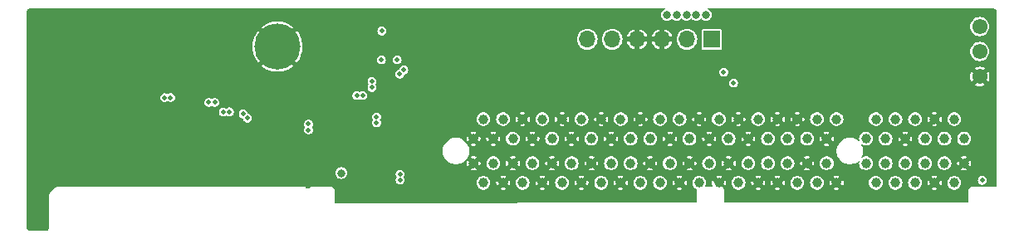
<source format=gbr>
%TF.GenerationSoftware,KiCad,Pcbnew,8.0.7*%
%TF.CreationDate,2025-04-01T17:38:45+03:00*%
%TF.ProjectId,RibbonRiser,52696262-6f6e-4526-9973-65722e6b6963,rev?*%
%TF.SameCoordinates,Original*%
%TF.FileFunction,Copper,L2,Inr*%
%TF.FilePolarity,Positive*%
%FSLAX46Y46*%
G04 Gerber Fmt 4.6, Leading zero omitted, Abs format (unit mm)*
G04 Created by KiCad (PCBNEW 8.0.7) date 2025-04-01 17:38:45*
%MOMM*%
%LPD*%
G01*
G04 APERTURE LIST*
%TA.AperFunction,ComponentPad*%
%ADD10C,1.550013*%
%TD*%
%TA.AperFunction,ComponentPad*%
%ADD11R,1.700000X1.700000*%
%TD*%
%TA.AperFunction,ComponentPad*%
%ADD12O,1.700000X1.700000*%
%TD*%
%TA.AperFunction,ComponentPad*%
%ADD13C,1.000000*%
%TD*%
%TA.AperFunction,ComponentPad*%
%ADD14C,4.700000*%
%TD*%
%TA.AperFunction,ViaPad*%
%ADD15C,0.800000*%
%TD*%
%TA.AperFunction,ViaPad*%
%ADD16C,0.600000*%
%TD*%
%TA.AperFunction,ViaPad*%
%ADD17C,0.500000*%
%TD*%
G04 APERTURE END LIST*
D10*
%TO.N,GND*%
%TO.C,3P_FAN1*%
X150100000Y-126840005D03*
%TO.N,+12V*%
X150100000Y-124300000D03*
%TO.N,unconnected-(3P_FAN1-Pad3)*%
X150100000Y-121759995D03*
%TD*%
D11*
%TO.N,+12V*%
%TO.C,AUX1*%
X122780000Y-123050000D03*
D12*
%TO.N,+3V3*%
X120240000Y-123050000D03*
%TO.N,GND*%
X117700000Y-123050000D03*
X115160000Y-123050000D03*
%TO.N,SMBCLK*%
X112620000Y-123050000D03*
%TO.N,SMBDATA*%
X110080000Y-123050000D03*
%TD*%
D13*
%TO.N,GND*%
%TO.C,J1*%
X148500000Y-135700000D03*
%TO.N,+12V*%
X147500000Y-137700000D03*
X146500000Y-135700000D03*
%TO.N,GND*%
X145500000Y-137700000D03*
%TO.N,unconnected-(J1-JTAG2-PadA5)*%
X144500000Y-135700000D03*
%TO.N,unconnected-(J1-JTAG3-PadA6)*%
X143500000Y-137700000D03*
%TO.N,unconnected-(J1-JTAG4-PadA7)*%
X142500000Y-135700000D03*
%TO.N,unconnected-(J1-JTAG5-PadA8)*%
X141500000Y-137700000D03*
%TO.N,+3V3*%
X140500000Y-135700000D03*
X139500000Y-137700000D03*
%TO.N,PERST#*%
X138500000Y-135700000D03*
%TO.N,GND*%
X135500000Y-137700000D03*
%TO.N,PCIe_CPU_REFCLK+*%
X134500000Y-135700000D03*
%TO.N,PCIe_CPU_REFCLK-*%
X133500000Y-137700000D03*
%TO.N,GND*%
X132500000Y-135700000D03*
%TO.N,PCIe_CPU_Rx0+*%
X131500000Y-137700000D03*
%TO.N,PCIe_CPU_Rx0-*%
X130500000Y-135700000D03*
%TO.N,GND*%
X129500000Y-137700000D03*
%TO.N,unconnected-(J1-RSVD-PadA19)*%
X128500000Y-135700000D03*
%TO.N,GND*%
X127500000Y-137700000D03*
%TO.N,PCIe_CPU_Rx1+*%
X126500000Y-135700000D03*
%TO.N,PCIe_CPU_Rx1-*%
X125500000Y-137700000D03*
%TO.N,GND*%
X124500000Y-135700000D03*
X123500000Y-137700000D03*
%TO.N,PCIe_CPU_Rx2+*%
X122500000Y-135700000D03*
%TO.N,PCIe_CPU_Rx2-*%
X121500000Y-137700000D03*
%TO.N,GND*%
X120500000Y-135700000D03*
X119500000Y-137700000D03*
%TO.N,PCIe_CPU_Rx3+*%
X118500000Y-135700000D03*
%TO.N,PCIe_CPU_Rx3-*%
X117500000Y-137700000D03*
%TO.N,GND*%
X116500000Y-135700000D03*
%TO.N,unconnected-(J1-RSVD-PadA32)*%
X115500000Y-137700000D03*
%TO.N,unconnected-(J1-RSVD-PadA33)*%
X114500000Y-135700000D03*
%TO.N,GND*%
X113500000Y-137700000D03*
%TO.N,PCIe_CPU_Rx4+*%
X112500000Y-135700000D03*
%TO.N,PCIe_CPU_Rx4-*%
X111500000Y-137700000D03*
%TO.N,GND*%
X110500000Y-135700000D03*
X109500000Y-137700000D03*
%TO.N,PCIe_CPU_Rx5+*%
X108500000Y-135700000D03*
%TO.N,PCIe_CPU_Rx5-*%
X107500000Y-137700000D03*
%TO.N,GND*%
X106500000Y-135700000D03*
X105500000Y-137700000D03*
%TO.N,PCIe_CPU_Rx6+*%
X104500000Y-135700000D03*
%TO.N,PCIe_CPU_Rx6-*%
X103500000Y-137700000D03*
%TO.N,GND*%
X102500000Y-135700000D03*
X101500000Y-137700000D03*
%TO.N,PCIe_CPU_Rx7+*%
X100500000Y-135700000D03*
%TO.N,PCIe_CPU_Rx7-*%
X99500000Y-137700000D03*
%TO.N,GND*%
X98500000Y-135700000D03*
%TO.N,+12V*%
X148500000Y-133199872D03*
X147500000Y-131199872D03*
X146500000Y-133199872D03*
%TO.N,GND*%
X145500000Y-131199872D03*
%TO.N,SMBCLK*%
X144500000Y-133199872D03*
%TO.N,SMBDATA*%
X143500000Y-131199872D03*
%TO.N,GND*%
X142500000Y-133199872D03*
%TO.N,+3V3*%
X141499746Y-131199872D03*
%TO.N,unconnected-(J1-JTAG1-PadB9)*%
X140500000Y-133199872D03*
%TO.N,+3V3_S5*%
X139499746Y-131199872D03*
%TO.N,WAKE#*%
X138500000Y-133199872D03*
%TO.N,unconnected-(J1-RSVD-PadB12)*%
X135499746Y-131199872D03*
%TO.N,GND*%
X134500000Y-133199872D03*
%TO.N,PCIe_CPU_Tx0+*%
X133499746Y-131199872D03*
%TO.N,PCIe_CPU_Tx0-*%
X132500000Y-133199872D03*
%TO.N,GND*%
X131499746Y-131199872D03*
%TO.N,PCIe_CPU_CLKREQ#*%
X130500000Y-133199872D03*
%TO.N,GND*%
X129499746Y-131199872D03*
%TO.N,PCIe_CPU_Tx1+*%
X128500000Y-133199872D03*
%TO.N,PCIe_CPU_Tx1-*%
X127499746Y-131199872D03*
%TO.N,GND*%
X126500000Y-133199872D03*
X125499746Y-131199872D03*
%TO.N,PCIe_CPU_Tx2+*%
X124500000Y-133199872D03*
%TO.N,PCIe_CPU_Tx2-*%
X123499746Y-131199872D03*
%TO.N,GND*%
X122500000Y-133199872D03*
X121499746Y-131199872D03*
%TO.N,PCIe_CPU_Tx3+*%
X120500000Y-133199872D03*
%TO.N,PCIe_CPU_Tx3-*%
X119499746Y-131199872D03*
%TO.N,GND*%
X118500000Y-133199872D03*
%TO.N,unconnected-(J1-RSVD-PadB30)*%
X117499746Y-131199872D03*
%TO.N,PCIe_CPU_CLKREQ#*%
X116500000Y-133199872D03*
%TO.N,GND*%
X115499746Y-131199872D03*
%TO.N,PCIe_CPU_Tx4+*%
X114500000Y-133199872D03*
%TO.N,PCIe_CPU_Tx4-*%
X113499746Y-131199872D03*
%TO.N,GND*%
X112500000Y-133199872D03*
X111499746Y-131199872D03*
%TO.N,PCIe_CPU_Tx5+*%
X110500000Y-133199872D03*
%TO.N,PCIe_CPU_Tx5-*%
X109499746Y-131199872D03*
%TO.N,GND*%
X108500000Y-133199872D03*
X107499746Y-131199872D03*
%TO.N,PCIe_CPU_Tx6+*%
X106500000Y-133199872D03*
%TO.N,PCIe_CPU_Tx6-*%
X105499746Y-131199872D03*
%TO.N,GND*%
X104499746Y-133199872D03*
X103499746Y-131199872D03*
%TO.N,PCIe_CPU_Tx7+*%
X102499746Y-133199872D03*
%TO.N,PCIe_CPU_Tx7-*%
X101499746Y-131199872D03*
%TO.N,GND*%
X100500000Y-133199872D03*
%TO.N,PCIe_CPU_CLKREQ#*%
X99499746Y-131199872D03*
%TO.N,GND*%
X98499746Y-133199872D03*
%TD*%
D14*
%TO.N,GND*%
%TO.C,H1*%
X78500000Y-123800000D03*
%TD*%
D15*
%TO.N,+3V3*%
X122200000Y-120550000D03*
X121200000Y-120550000D03*
X120200000Y-120550000D03*
X119200000Y-120550000D03*
X118200000Y-120550000D03*
D16*
%TO.N,GND*%
X85800000Y-137700000D03*
X63150000Y-131250000D03*
X71500000Y-122500000D03*
X54000000Y-123500000D03*
D17*
X82900000Y-131300000D03*
D16*
X97500000Y-122500000D03*
X91100000Y-139000000D03*
X65500000Y-125000000D03*
X65550000Y-134300000D03*
X69000000Y-122500000D03*
X57500000Y-120500000D03*
X95700000Y-137600000D03*
X64500000Y-137500000D03*
X60500000Y-137500000D03*
D17*
X69900000Y-126400000D03*
D16*
X88900000Y-135000000D03*
X74460000Y-130100000D03*
X85500000Y-122000000D03*
X54000000Y-133500000D03*
D17*
X78200000Y-134300000D03*
X86100000Y-126900000D03*
D16*
X105500000Y-122500000D03*
D17*
X87200000Y-130500000D03*
X81600000Y-123800000D03*
D16*
X58000000Y-131500000D03*
X54000000Y-131500000D03*
X85300000Y-135400000D03*
X67000000Y-123500000D03*
D17*
X80400000Y-132300000D03*
X73500000Y-127700000D03*
D16*
X109000000Y-138900000D03*
D17*
X63200000Y-134300000D03*
D16*
X111400000Y-138900000D03*
X62000000Y-122500000D03*
X88900000Y-137000000D03*
X63500000Y-120500000D03*
D17*
X71500000Y-127700000D03*
X90400000Y-127200000D03*
D16*
X56500000Y-137500000D03*
X75550000Y-134250000D03*
X128000000Y-138900000D03*
X72500000Y-137500000D03*
D17*
X79700000Y-129000000D03*
D16*
X58000000Y-122500000D03*
X54000000Y-129500000D03*
X68050000Y-134300000D03*
X66600000Y-131250000D03*
X116000000Y-138800000D03*
X99700000Y-138800000D03*
D17*
X71800000Y-126400000D03*
D16*
X74050000Y-134300000D03*
X60000000Y-124500000D03*
X64500000Y-131250000D03*
X85000000Y-133100000D03*
X77100000Y-131400000D03*
X72550000Y-131200000D03*
X74000000Y-122500000D03*
D17*
X90360000Y-133180000D03*
D16*
X55500000Y-120500000D03*
X56000000Y-126500000D03*
X56000000Y-130500000D03*
X116500000Y-134360000D03*
X87500000Y-122000000D03*
X95000000Y-129000000D03*
D17*
X139600000Y-139050000D03*
D16*
X120520000Y-134360000D03*
X71050000Y-134300000D03*
D17*
X73700000Y-125000000D03*
D16*
X85700000Y-124200000D03*
D17*
X73900000Y-126400000D03*
D16*
X68050000Y-131200000D03*
X58000000Y-126500000D03*
X92600000Y-129000000D03*
X56000000Y-124500000D03*
X64550000Y-134300000D03*
X110590000Y-134360000D03*
X90500000Y-136000000D03*
D17*
X69500000Y-129500000D03*
D16*
X120900000Y-139100000D03*
X88900000Y-132500000D03*
X78500000Y-137500000D03*
X92600000Y-126700000D03*
X60850000Y-131300000D03*
X76500000Y-137500000D03*
X85200000Y-131100000D03*
D17*
X83700000Y-128100000D03*
D16*
X107500000Y-122500000D03*
X60000000Y-122500000D03*
D17*
X88550000Y-128690000D03*
D16*
X54000000Y-135500000D03*
X93600000Y-134300000D03*
X72550000Y-134300000D03*
X87400000Y-136400000D03*
X74500000Y-137500000D03*
D17*
X76100000Y-121900000D03*
D16*
X54000000Y-127500000D03*
X66550000Y-134300000D03*
D17*
X69600000Y-125000000D03*
D16*
X56000000Y-122500000D03*
X58000000Y-124500000D03*
X91500000Y-122500000D03*
X101500000Y-122500000D03*
X64000000Y-126500000D03*
X56000000Y-128500000D03*
X87800000Y-138900000D03*
X129900000Y-138900000D03*
X68500000Y-137500000D03*
X131440000Y-134460000D03*
X92360000Y-135270000D03*
D17*
X142400000Y-138900000D03*
D16*
X93500000Y-122500000D03*
D17*
X66500000Y-126800000D03*
D16*
X69550000Y-134300000D03*
X66500000Y-137500000D03*
X106680000Y-134380000D03*
X62500000Y-137500000D03*
X117200000Y-138800000D03*
X61500000Y-120500000D03*
D17*
X67800000Y-125600000D03*
D16*
X60050000Y-134300000D03*
X103500000Y-122500000D03*
X93100000Y-131800000D03*
X94200000Y-139100000D03*
X103450000Y-134400000D03*
D17*
X65200000Y-128200000D03*
X137450000Y-138850000D03*
D16*
X91800000Y-124400000D03*
X82300000Y-125500000D03*
X59500000Y-120500000D03*
X81660000Y-138000000D03*
X83500000Y-122000000D03*
X95000000Y-125000000D03*
D17*
X81600000Y-129000000D03*
X66600000Y-129700000D03*
D16*
X102400000Y-138900000D03*
D17*
X75400000Y-123800000D03*
D16*
X98000000Y-137000000D03*
D17*
X85440000Y-129030000D03*
D16*
X95000000Y-131000000D03*
X60500000Y-135900000D03*
X77050000Y-134250000D03*
X71050000Y-131200000D03*
D17*
X68000000Y-129700000D03*
X80900000Y-121900000D03*
D16*
X56000000Y-132500000D03*
X54000000Y-121500000D03*
D17*
X71600000Y-125000000D03*
D16*
X125490000Y-134440000D03*
X83800000Y-134900000D03*
X113200000Y-138900000D03*
D17*
X64500000Y-129400000D03*
D16*
X105600000Y-138900000D03*
X58500000Y-137500000D03*
X83700000Y-124200000D03*
X87300000Y-133200000D03*
X60850000Y-134300000D03*
X70500000Y-137500000D03*
X125100000Y-139000000D03*
D17*
X75800000Y-129000000D03*
D16*
X90630000Y-129910000D03*
X133000000Y-138900000D03*
X97200000Y-139100000D03*
X54000000Y-125500000D03*
X87700000Y-124200000D03*
X99500000Y-122500000D03*
D17*
X77900000Y-129000000D03*
D16*
X69550000Y-131200000D03*
X95000000Y-133000000D03*
X60050000Y-131300000D03*
X95000000Y-127000000D03*
X54000000Y-137500000D03*
X95500000Y-122500000D03*
D17*
%TO.N,PERST#*%
X89100000Y-125150000D03*
X89150000Y-122200000D03*
%TO.N,PCIe_PCH_CLKREQ#*%
X90700000Y-125150000D03*
D15*
%TO.N,Net-(J4-GPU_MACO_EN)*%
X85000000Y-136700000D03*
D17*
%TO.N,Net-(J4-PCIE_SOLT_A60)*%
X150350000Y-137450000D03*
%TO.N,SMBCLK*%
X124000000Y-126400000D03*
%TO.N,PCIe_PCH_Rx2+*%
X86584694Y-128796356D03*
X75015433Y-130662127D03*
%TO.N,PCIe_PCH_Rx2-*%
X87186294Y-128796356D03*
X75440829Y-131087523D03*
%TO.N,PCIe_PCH_Rx1-*%
X72120003Y-129500000D03*
X88140000Y-127960800D03*
%TO.N,PCIe_PCH_Rx1+*%
X71500000Y-129500000D03*
X88140000Y-127359200D03*
%TO.N,PCIe_PCH_Tx2-*%
X73603074Y-130459905D03*
%TO.N,PCIe_PCH_Tx2+*%
X72983074Y-130461693D03*
%TO.N,PCIe_PCH_Tx0-*%
X67600800Y-129000089D03*
%TO.N,PCIe_PCH_Tx0+*%
X66999200Y-129000089D03*
%TO.N,PCIe_PCH_Rx3-*%
X81665152Y-132300800D03*
X88600000Y-131571000D03*
X91000000Y-137416100D03*
%TO.N,PCIe_PCH_Rx3+*%
X88600000Y-130969400D03*
X91000000Y-136814500D03*
X81665152Y-131699200D03*
%TO.N,PCIe_PCH_Rx0-*%
X90963497Y-126611146D03*
%TO.N,PCIe_PCH_Rx0+*%
X91388893Y-126185750D03*
%TO.N,SMBDATA*%
X125000000Y-127500000D03*
%TD*%
%TA.AperFunction,Conductor*%
%TO.N,GND*%
G36*
X118030359Y-119911923D02*
G01*
X118041782Y-119939500D01*
X118030359Y-119967077D01*
X118017707Y-119975531D01*
X117897160Y-120025463D01*
X117897158Y-120025464D01*
X117771717Y-120121717D01*
X117675464Y-120247158D01*
X117675463Y-120247160D01*
X117614955Y-120393238D01*
X117594318Y-120549996D01*
X117594318Y-120550003D01*
X117614955Y-120706761D01*
X117675463Y-120852839D01*
X117675464Y-120852841D01*
X117771717Y-120978282D01*
X117867971Y-121052139D01*
X117897159Y-121074536D01*
X118043238Y-121135044D01*
X118199997Y-121155682D01*
X118200000Y-121155682D01*
X118200003Y-121155682D01*
X118317571Y-121140203D01*
X118356762Y-121135044D01*
X118502841Y-121074536D01*
X118628282Y-120978282D01*
X118669059Y-120925139D01*
X118694909Y-120910216D01*
X118723742Y-120917941D01*
X118730941Y-120925140D01*
X118771717Y-120978282D01*
X118867971Y-121052139D01*
X118897159Y-121074536D01*
X119043238Y-121135044D01*
X119199997Y-121155682D01*
X119200000Y-121155682D01*
X119200003Y-121155682D01*
X119317571Y-121140203D01*
X119356762Y-121135044D01*
X119502841Y-121074536D01*
X119628282Y-120978282D01*
X119669059Y-120925139D01*
X119694909Y-120910216D01*
X119723742Y-120917941D01*
X119730941Y-120925140D01*
X119771717Y-120978282D01*
X119867971Y-121052139D01*
X119897159Y-121074536D01*
X120043238Y-121135044D01*
X120199997Y-121155682D01*
X120200000Y-121155682D01*
X120200003Y-121155682D01*
X120317571Y-121140203D01*
X120356762Y-121135044D01*
X120502841Y-121074536D01*
X120628282Y-120978282D01*
X120669059Y-120925139D01*
X120694909Y-120910216D01*
X120723742Y-120917941D01*
X120730941Y-120925140D01*
X120771717Y-120978282D01*
X120867971Y-121052139D01*
X120897159Y-121074536D01*
X121043238Y-121135044D01*
X121199997Y-121155682D01*
X121200000Y-121155682D01*
X121200003Y-121155682D01*
X121317571Y-121140203D01*
X121356762Y-121135044D01*
X121502841Y-121074536D01*
X121628282Y-120978282D01*
X121669059Y-120925139D01*
X121694909Y-120910216D01*
X121723742Y-120917941D01*
X121730941Y-120925140D01*
X121771717Y-120978282D01*
X121867971Y-121052139D01*
X121897159Y-121074536D01*
X122043238Y-121135044D01*
X122199997Y-121155682D01*
X122200000Y-121155682D01*
X122200003Y-121155682D01*
X122317571Y-121140203D01*
X122356762Y-121135044D01*
X122502841Y-121074536D01*
X122628282Y-120978282D01*
X122724536Y-120852841D01*
X122785044Y-120706762D01*
X122805682Y-120550000D01*
X122805682Y-120549996D01*
X122785044Y-120393238D01*
X122724536Y-120247159D01*
X122680510Y-120189783D01*
X122628282Y-120121717D01*
X122502841Y-120025464D01*
X122502839Y-120025463D01*
X122382293Y-119975531D01*
X122361187Y-119954425D01*
X122361187Y-119924575D01*
X122382293Y-119903469D01*
X122397218Y-119900500D01*
X151442417Y-119900500D01*
X151497446Y-119900500D01*
X151502536Y-119900834D01*
X151516555Y-119902679D01*
X151585369Y-119911739D01*
X151595195Y-119914371D01*
X151670008Y-119945360D01*
X151678819Y-119950446D01*
X151734912Y-119993488D01*
X151743060Y-119999740D01*
X151750259Y-120006939D01*
X151799551Y-120071177D01*
X151804641Y-120079994D01*
X151835626Y-120154799D01*
X151838261Y-120164633D01*
X151849166Y-120247463D01*
X151849500Y-120252554D01*
X151849500Y-138060500D01*
X151838077Y-138088077D01*
X151810500Y-138099500D01*
X149272268Y-138099500D01*
X149170415Y-138126791D01*
X149079085Y-138179520D01*
X149079085Y-138179521D01*
X149004521Y-138254085D01*
X149004520Y-138254085D01*
X148951791Y-138345415D01*
X148924500Y-138447268D01*
X148924500Y-139663125D01*
X148913077Y-139690702D01*
X148885540Y-139702125D01*
X124114540Y-139727768D01*
X124086951Y-139716374D01*
X124075500Y-139688808D01*
X124075500Y-138447274D01*
X124075499Y-138447268D01*
X124048208Y-138345415D01*
X123995479Y-138254085D01*
X123920914Y-138179520D01*
X123829584Y-138126791D01*
X123727731Y-138099500D01*
X123727727Y-138099500D01*
X123562100Y-138099500D01*
X123534523Y-138088077D01*
X123496446Y-138050000D01*
X123546078Y-138050000D01*
X123635095Y-138026148D01*
X123714905Y-137980070D01*
X123780070Y-137914905D01*
X123826148Y-137835095D01*
X123850000Y-137746078D01*
X123850000Y-137699999D01*
X123853553Y-137699999D01*
X123853553Y-137700000D01*
X124147764Y-137994211D01*
X124194431Y-137871161D01*
X124215214Y-137700000D01*
X124794355Y-137700000D01*
X124814860Y-137868873D01*
X124857031Y-137980070D01*
X124875182Y-138027930D01*
X124943421Y-138126791D01*
X124971818Y-138167930D01*
X124984902Y-138179521D01*
X125099148Y-138280734D01*
X125249775Y-138359790D01*
X125414944Y-138400500D01*
X125414946Y-138400500D01*
X125585054Y-138400500D01*
X125585056Y-138400500D01*
X125750225Y-138359790D01*
X125773554Y-138347546D01*
X127206004Y-138347546D01*
X127246381Y-138368737D01*
X127413792Y-138410000D01*
X127586208Y-138410000D01*
X127753620Y-138368737D01*
X127793994Y-138347547D01*
X127793994Y-138347546D01*
X129206005Y-138347546D01*
X129246381Y-138368737D01*
X129413792Y-138410000D01*
X129586208Y-138410000D01*
X129753620Y-138368737D01*
X129793994Y-138347547D01*
X129793994Y-138347546D01*
X129500000Y-138053553D01*
X129206005Y-138347546D01*
X127793994Y-138347546D01*
X127500000Y-138053553D01*
X127206004Y-138347546D01*
X125773554Y-138347546D01*
X125900852Y-138280734D01*
X126028183Y-138167929D01*
X126124818Y-138027930D01*
X126185140Y-137868872D01*
X126205645Y-137700000D01*
X126784785Y-137700000D01*
X126805568Y-137871163D01*
X126852234Y-137994211D01*
X127146446Y-137700000D01*
X127146446Y-137699999D01*
X127100369Y-137653922D01*
X127150000Y-137653922D01*
X127150000Y-137746078D01*
X127173852Y-137835095D01*
X127219930Y-137914905D01*
X127285095Y-137980070D01*
X127364905Y-138026148D01*
X127453922Y-138050000D01*
X127546078Y-138050000D01*
X127635095Y-138026148D01*
X127714905Y-137980070D01*
X127780070Y-137914905D01*
X127826148Y-137835095D01*
X127850000Y-137746078D01*
X127850000Y-137699999D01*
X127853553Y-137699999D01*
X127853553Y-137700000D01*
X128147764Y-137994211D01*
X128194431Y-137871161D01*
X128215214Y-137700000D01*
X128784785Y-137700000D01*
X128805568Y-137871163D01*
X128852234Y-137994211D01*
X129146446Y-137700000D01*
X129146446Y-137699999D01*
X129100369Y-137653922D01*
X129150000Y-137653922D01*
X129150000Y-137746078D01*
X129173852Y-137835095D01*
X129219930Y-137914905D01*
X129285095Y-137980070D01*
X129364905Y-138026148D01*
X129453922Y-138050000D01*
X129546078Y-138050000D01*
X129635095Y-138026148D01*
X129714905Y-137980070D01*
X129780070Y-137914905D01*
X129826148Y-137835095D01*
X129850000Y-137746078D01*
X129850000Y-137699999D01*
X129853553Y-137699999D01*
X129853553Y-137700000D01*
X130147764Y-137994211D01*
X130194431Y-137871161D01*
X130215214Y-137700000D01*
X130794355Y-137700000D01*
X130814860Y-137868873D01*
X130857031Y-137980070D01*
X130875182Y-138027930D01*
X130943421Y-138126791D01*
X130971818Y-138167930D01*
X130984902Y-138179521D01*
X131099148Y-138280734D01*
X131249775Y-138359790D01*
X131414944Y-138400500D01*
X131414946Y-138400500D01*
X131585054Y-138400500D01*
X131585056Y-138400500D01*
X131750225Y-138359790D01*
X131900852Y-138280734D01*
X132028183Y-138167929D01*
X132124818Y-138027930D01*
X132185140Y-137868872D01*
X132205645Y-137700000D01*
X132794355Y-137700000D01*
X132814860Y-137868873D01*
X132857031Y-137980070D01*
X132875182Y-138027930D01*
X132943421Y-138126791D01*
X132971818Y-138167930D01*
X132984902Y-138179521D01*
X133099148Y-138280734D01*
X133249775Y-138359790D01*
X133414944Y-138400500D01*
X133414946Y-138400500D01*
X133585054Y-138400500D01*
X133585056Y-138400500D01*
X133750225Y-138359790D01*
X133773554Y-138347546D01*
X135206005Y-138347546D01*
X135246381Y-138368737D01*
X135413792Y-138410000D01*
X135586208Y-138410000D01*
X135753620Y-138368737D01*
X135793994Y-138347547D01*
X135793994Y-138347546D01*
X135500000Y-138053553D01*
X135206005Y-138347546D01*
X133773554Y-138347546D01*
X133900852Y-138280734D01*
X134028183Y-138167929D01*
X134124818Y-138027930D01*
X134185140Y-137868872D01*
X134205645Y-137700000D01*
X134784785Y-137700000D01*
X134805568Y-137871163D01*
X134852234Y-137994211D01*
X135146446Y-137700000D01*
X135146446Y-137699999D01*
X135100369Y-137653922D01*
X135150000Y-137653922D01*
X135150000Y-137746078D01*
X135173852Y-137835095D01*
X135219930Y-137914905D01*
X135285095Y-137980070D01*
X135364905Y-138026148D01*
X135453922Y-138050000D01*
X135546078Y-138050000D01*
X135635095Y-138026148D01*
X135714905Y-137980070D01*
X135780070Y-137914905D01*
X135826148Y-137835095D01*
X135850000Y-137746078D01*
X135850000Y-137699999D01*
X135853553Y-137699999D01*
X135853553Y-137700000D01*
X136147764Y-137994211D01*
X136194431Y-137871161D01*
X136215214Y-137700000D01*
X138794355Y-137700000D01*
X138814860Y-137868873D01*
X138857031Y-137980070D01*
X138875182Y-138027930D01*
X138943421Y-138126791D01*
X138971818Y-138167930D01*
X138984902Y-138179521D01*
X139099148Y-138280734D01*
X139249775Y-138359790D01*
X139414944Y-138400500D01*
X139414946Y-138400500D01*
X139585054Y-138400500D01*
X139585056Y-138400500D01*
X139750225Y-138359790D01*
X139900852Y-138280734D01*
X140028183Y-138167929D01*
X140124818Y-138027930D01*
X140185140Y-137868872D01*
X140205645Y-137700000D01*
X140794355Y-137700000D01*
X140814860Y-137868873D01*
X140857031Y-137980070D01*
X140875182Y-138027930D01*
X140943421Y-138126791D01*
X140971818Y-138167930D01*
X140984902Y-138179521D01*
X141099148Y-138280734D01*
X141249775Y-138359790D01*
X141414944Y-138400500D01*
X141414946Y-138400500D01*
X141585054Y-138400500D01*
X141585056Y-138400500D01*
X141750225Y-138359790D01*
X141900852Y-138280734D01*
X142028183Y-138167929D01*
X142124818Y-138027930D01*
X142185140Y-137868872D01*
X142205645Y-137700000D01*
X142794355Y-137700000D01*
X142814860Y-137868873D01*
X142857031Y-137980070D01*
X142875182Y-138027930D01*
X142943421Y-138126791D01*
X142971818Y-138167930D01*
X142984902Y-138179521D01*
X143099148Y-138280734D01*
X143249775Y-138359790D01*
X143414944Y-138400500D01*
X143414946Y-138400500D01*
X143585054Y-138400500D01*
X143585056Y-138400500D01*
X143750225Y-138359790D01*
X143773554Y-138347546D01*
X145206005Y-138347546D01*
X145246381Y-138368737D01*
X145413792Y-138410000D01*
X145586208Y-138410000D01*
X145753620Y-138368737D01*
X145793994Y-138347547D01*
X145793994Y-138347546D01*
X145500000Y-138053553D01*
X145206005Y-138347546D01*
X143773554Y-138347546D01*
X143900852Y-138280734D01*
X144028183Y-138167929D01*
X144124818Y-138027930D01*
X144185140Y-137868872D01*
X144205645Y-137700000D01*
X144784785Y-137700000D01*
X144805568Y-137871163D01*
X144852234Y-137994211D01*
X145146446Y-137700000D01*
X145146446Y-137699999D01*
X145100369Y-137653922D01*
X145150000Y-137653922D01*
X145150000Y-137746078D01*
X145173852Y-137835095D01*
X145219930Y-137914905D01*
X145285095Y-137980070D01*
X145364905Y-138026148D01*
X145453922Y-138050000D01*
X145546078Y-138050000D01*
X145635095Y-138026148D01*
X145714905Y-137980070D01*
X145780070Y-137914905D01*
X145826148Y-137835095D01*
X145850000Y-137746078D01*
X145850000Y-137699999D01*
X145853553Y-137699999D01*
X145853553Y-137700000D01*
X146147764Y-137994211D01*
X146194431Y-137871161D01*
X146215214Y-137700000D01*
X146794355Y-137700000D01*
X146814860Y-137868873D01*
X146857031Y-137980070D01*
X146875182Y-138027930D01*
X146943421Y-138126791D01*
X146971818Y-138167930D01*
X146984902Y-138179521D01*
X147099148Y-138280734D01*
X147249775Y-138359790D01*
X147414944Y-138400500D01*
X147414946Y-138400500D01*
X147585054Y-138400500D01*
X147585056Y-138400500D01*
X147750225Y-138359790D01*
X147900852Y-138280734D01*
X148028183Y-138167929D01*
X148124818Y-138027930D01*
X148185140Y-137868872D01*
X148205645Y-137700000D01*
X148185140Y-137531128D01*
X148154372Y-137449999D01*
X149894867Y-137449999D01*
X149894867Y-137450000D01*
X149913302Y-137578223D01*
X149913303Y-137578226D01*
X149938991Y-137634476D01*
X149967117Y-137696063D01*
X149967118Y-137696064D01*
X150051950Y-137793966D01*
X150051950Y-137793967D01*
X150106441Y-137828985D01*
X150160931Y-137864004D01*
X150285228Y-137900500D01*
X150285229Y-137900500D01*
X150414771Y-137900500D01*
X150414772Y-137900500D01*
X150539069Y-137864004D01*
X150648049Y-137793967D01*
X150732882Y-137696063D01*
X150786697Y-137578226D01*
X150805133Y-137450000D01*
X150786697Y-137321774D01*
X150732882Y-137203937D01*
X150732882Y-137203936D01*
X150732881Y-137203935D01*
X150648049Y-137106033D01*
X150648049Y-137106032D01*
X150539067Y-137035995D01*
X150539068Y-137035995D01*
X150414774Y-136999500D01*
X150414772Y-136999500D01*
X150285228Y-136999500D01*
X150285225Y-136999500D01*
X150160931Y-137035995D01*
X150051950Y-137106032D01*
X150051950Y-137106033D01*
X149967118Y-137203935D01*
X149967117Y-137203936D01*
X149913303Y-137321775D01*
X149913302Y-137321776D01*
X149894867Y-137449999D01*
X148154372Y-137449999D01*
X148124818Y-137372070D01*
X148028183Y-137232071D01*
X147900852Y-137119266D01*
X147750225Y-137040210D01*
X147585056Y-136999500D01*
X147414944Y-136999500D01*
X147286079Y-137031262D01*
X147249775Y-137040210D01*
X147099147Y-137119266D01*
X146971818Y-137232069D01*
X146875182Y-137372069D01*
X146875181Y-137372071D01*
X146814860Y-137531126D01*
X146794355Y-137700000D01*
X146215214Y-137700000D01*
X146194431Y-137528836D01*
X146147764Y-137405787D01*
X145853553Y-137699999D01*
X145850000Y-137699999D01*
X145850000Y-137653922D01*
X145826148Y-137564905D01*
X145780070Y-137485095D01*
X145714905Y-137419930D01*
X145635095Y-137373852D01*
X145546078Y-137350000D01*
X145453922Y-137350000D01*
X145364905Y-137373852D01*
X145285095Y-137419930D01*
X145219930Y-137485095D01*
X145173852Y-137564905D01*
X145150000Y-137653922D01*
X145100369Y-137653922D01*
X144852234Y-137405787D01*
X144805568Y-137528836D01*
X144784785Y-137700000D01*
X144205645Y-137700000D01*
X144185140Y-137531128D01*
X144124818Y-137372070D01*
X144028183Y-137232071D01*
X143900852Y-137119266D01*
X143773550Y-137052452D01*
X145206005Y-137052452D01*
X145499999Y-137346446D01*
X145793993Y-137052452D01*
X145753618Y-137031262D01*
X145586208Y-136990000D01*
X145413792Y-136990000D01*
X145246381Y-137031262D01*
X145206005Y-137052452D01*
X143773550Y-137052452D01*
X143750225Y-137040210D01*
X143585056Y-136999500D01*
X143414944Y-136999500D01*
X143286079Y-137031262D01*
X143249775Y-137040210D01*
X143099147Y-137119266D01*
X142971818Y-137232069D01*
X142875182Y-137372069D01*
X142875181Y-137372071D01*
X142814860Y-137531126D01*
X142794355Y-137700000D01*
X142205645Y-137700000D01*
X142185140Y-137531128D01*
X142124818Y-137372070D01*
X142028183Y-137232071D01*
X141900852Y-137119266D01*
X141750225Y-137040210D01*
X141585056Y-136999500D01*
X141414944Y-136999500D01*
X141286079Y-137031262D01*
X141249775Y-137040210D01*
X141099147Y-137119266D01*
X140971818Y-137232069D01*
X140875182Y-137372069D01*
X140875181Y-137372071D01*
X140814860Y-137531126D01*
X140794355Y-137700000D01*
X140205645Y-137700000D01*
X140185140Y-137531128D01*
X140124818Y-137372070D01*
X140028183Y-137232071D01*
X139900852Y-137119266D01*
X139750225Y-137040210D01*
X139585056Y-136999500D01*
X139414944Y-136999500D01*
X139286079Y-137031262D01*
X139249775Y-137040210D01*
X139099147Y-137119266D01*
X138971818Y-137232069D01*
X138875182Y-137372069D01*
X138875181Y-137372071D01*
X138814860Y-137531126D01*
X138794355Y-137700000D01*
X136215214Y-137700000D01*
X136194431Y-137528836D01*
X136147764Y-137405787D01*
X135853553Y-137699999D01*
X135850000Y-137699999D01*
X135850000Y-137653922D01*
X135826148Y-137564905D01*
X135780070Y-137485095D01*
X135714905Y-137419930D01*
X135635095Y-137373852D01*
X135546078Y-137350000D01*
X135453922Y-137350000D01*
X135364905Y-137373852D01*
X135285095Y-137419930D01*
X135219930Y-137485095D01*
X135173852Y-137564905D01*
X135150000Y-137653922D01*
X135100369Y-137653922D01*
X134852234Y-137405787D01*
X134805568Y-137528836D01*
X134784785Y-137700000D01*
X134205645Y-137700000D01*
X134185140Y-137531128D01*
X134124818Y-137372070D01*
X134028183Y-137232071D01*
X133900852Y-137119266D01*
X133773550Y-137052452D01*
X135206004Y-137052452D01*
X135499999Y-137346446D01*
X135793993Y-137052452D01*
X135753618Y-137031262D01*
X135586208Y-136990000D01*
X135413792Y-136990000D01*
X135246381Y-137031262D01*
X135206004Y-137052452D01*
X133773550Y-137052452D01*
X133750225Y-137040210D01*
X133585056Y-136999500D01*
X133414944Y-136999500D01*
X133286079Y-137031262D01*
X133249775Y-137040210D01*
X133099147Y-137119266D01*
X132971818Y-137232069D01*
X132875182Y-137372069D01*
X132875181Y-137372071D01*
X132814860Y-137531126D01*
X132794355Y-137700000D01*
X132205645Y-137700000D01*
X132185140Y-137531128D01*
X132124818Y-137372070D01*
X132028183Y-137232071D01*
X131900852Y-137119266D01*
X131750225Y-137040210D01*
X131585056Y-136999500D01*
X131414944Y-136999500D01*
X131286079Y-137031262D01*
X131249775Y-137040210D01*
X131099147Y-137119266D01*
X130971818Y-137232069D01*
X130875182Y-137372069D01*
X130875181Y-137372071D01*
X130814860Y-137531126D01*
X130794355Y-137700000D01*
X130215214Y-137700000D01*
X130194431Y-137528836D01*
X130147764Y-137405787D01*
X129853553Y-137699999D01*
X129850000Y-137699999D01*
X129850000Y-137653922D01*
X129826148Y-137564905D01*
X129780070Y-137485095D01*
X129714905Y-137419930D01*
X129635095Y-137373852D01*
X129546078Y-137350000D01*
X129453922Y-137350000D01*
X129364905Y-137373852D01*
X129285095Y-137419930D01*
X129219930Y-137485095D01*
X129173852Y-137564905D01*
X129150000Y-137653922D01*
X129100369Y-137653922D01*
X128852234Y-137405787D01*
X128805568Y-137528836D01*
X128784785Y-137700000D01*
X128215214Y-137700000D01*
X128194431Y-137528836D01*
X128147764Y-137405787D01*
X127853553Y-137699999D01*
X127850000Y-137699999D01*
X127850000Y-137653922D01*
X127826148Y-137564905D01*
X127780070Y-137485095D01*
X127714905Y-137419930D01*
X127635095Y-137373852D01*
X127546078Y-137350000D01*
X127453922Y-137350000D01*
X127364905Y-137373852D01*
X127285095Y-137419930D01*
X127219930Y-137485095D01*
X127173852Y-137564905D01*
X127150000Y-137653922D01*
X127100369Y-137653922D01*
X126852234Y-137405787D01*
X126805568Y-137528836D01*
X126784785Y-137700000D01*
X126205645Y-137700000D01*
X126185140Y-137531128D01*
X126124818Y-137372070D01*
X126028183Y-137232071D01*
X125900852Y-137119266D01*
X125773550Y-137052452D01*
X127206005Y-137052452D01*
X127499999Y-137346446D01*
X127793993Y-137052452D01*
X129206005Y-137052452D01*
X129499999Y-137346446D01*
X129793994Y-137052452D01*
X129753618Y-137031262D01*
X129586208Y-136990000D01*
X129413792Y-136990000D01*
X129246381Y-137031262D01*
X129206005Y-137052452D01*
X127793993Y-137052452D01*
X127753618Y-137031262D01*
X127586208Y-136990000D01*
X127413792Y-136990000D01*
X127246381Y-137031262D01*
X127206005Y-137052452D01*
X125773550Y-137052452D01*
X125750225Y-137040210D01*
X125585056Y-136999500D01*
X125414944Y-136999500D01*
X125286079Y-137031262D01*
X125249775Y-137040210D01*
X125099147Y-137119266D01*
X124971818Y-137232069D01*
X124875182Y-137372069D01*
X124875181Y-137372071D01*
X124814860Y-137531126D01*
X124794355Y-137700000D01*
X124215214Y-137700000D01*
X124194431Y-137528836D01*
X124147764Y-137405787D01*
X123853553Y-137699999D01*
X123850000Y-137699999D01*
X123850000Y-137653922D01*
X123826148Y-137564905D01*
X123780070Y-137485095D01*
X123714905Y-137419930D01*
X123635095Y-137373852D01*
X123546078Y-137350000D01*
X123453922Y-137350000D01*
X123364905Y-137373852D01*
X123285095Y-137419930D01*
X123219930Y-137485095D01*
X123173852Y-137564905D01*
X123150000Y-137653922D01*
X123150000Y-137703553D01*
X122852234Y-137405787D01*
X122805568Y-137528836D01*
X122784785Y-137700000D01*
X122805568Y-137871161D01*
X122866710Y-138032377D01*
X122870829Y-138038345D01*
X122877094Y-138067530D01*
X122860888Y-138092596D01*
X122838733Y-138099500D01*
X122149725Y-138099500D01*
X122122148Y-138088077D01*
X122110725Y-138060500D01*
X122117628Y-138038346D01*
X122117629Y-138038345D01*
X122124818Y-138027930D01*
X122185140Y-137868872D01*
X122205645Y-137700000D01*
X122185140Y-137531128D01*
X122124818Y-137372070D01*
X122028183Y-137232071D01*
X121900852Y-137119266D01*
X121773550Y-137052452D01*
X123206005Y-137052452D01*
X123499999Y-137346446D01*
X123793993Y-137052452D01*
X123753618Y-137031262D01*
X123586208Y-136990000D01*
X123413792Y-136990000D01*
X123246381Y-137031262D01*
X123206005Y-137052452D01*
X121773550Y-137052452D01*
X121750225Y-137040210D01*
X121585056Y-136999500D01*
X121414944Y-136999500D01*
X121286079Y-137031262D01*
X121249775Y-137040210D01*
X121099147Y-137119266D01*
X120971818Y-137232069D01*
X120875182Y-137372069D01*
X120875181Y-137372071D01*
X120814860Y-137531126D01*
X120794355Y-137700000D01*
X120814860Y-137868873D01*
X120857031Y-137980070D01*
X120875182Y-138027930D01*
X120943421Y-138126791D01*
X120971818Y-138167930D01*
X120984902Y-138179521D01*
X121099148Y-138280734D01*
X121220547Y-138344449D01*
X121239656Y-138367378D01*
X121240093Y-138389074D01*
X121224501Y-138447266D01*
X121224500Y-138447275D01*
X121224500Y-139691800D01*
X121213077Y-139719377D01*
X121185540Y-139730800D01*
X84399540Y-139768881D01*
X84371951Y-139757487D01*
X84360500Y-139729921D01*
X84360500Y-138447274D01*
X84360499Y-138447268D01*
X84333208Y-138345415D01*
X84280479Y-138254085D01*
X84205914Y-138179520D01*
X84114584Y-138126791D01*
X84012731Y-138099500D01*
X84012727Y-138099500D01*
X56407583Y-138099500D01*
X56350000Y-138099500D01*
X56249344Y-138099500D01*
X56051091Y-138134457D01*
X55861925Y-138203307D01*
X55861923Y-138203308D01*
X55687585Y-138303960D01*
X55533366Y-138433366D01*
X55403960Y-138587585D01*
X55303308Y-138761923D01*
X55303307Y-138761925D01*
X55248536Y-138912409D01*
X55234457Y-138951091D01*
X55199500Y-139149344D01*
X55199500Y-139149347D01*
X55199500Y-142247445D01*
X55199166Y-142252536D01*
X55188261Y-142335366D01*
X55185626Y-142345200D01*
X55154641Y-142420005D01*
X55149551Y-142428822D01*
X55100259Y-142493060D01*
X55093060Y-142500259D01*
X55028822Y-142549551D01*
X55020005Y-142554641D01*
X54945200Y-142585626D01*
X54935366Y-142588261D01*
X54852537Y-142599166D01*
X54847446Y-142599500D01*
X53302554Y-142599500D01*
X53297463Y-142599166D01*
X53214633Y-142588261D01*
X53204799Y-142585626D01*
X53129994Y-142554641D01*
X53121177Y-142549551D01*
X53120340Y-142548909D01*
X53056939Y-142500259D01*
X53049740Y-142493060D01*
X53043488Y-142484912D01*
X53000446Y-142428819D01*
X52995360Y-142420008D01*
X52964371Y-142345195D01*
X52961739Y-142335369D01*
X52950834Y-142252535D01*
X52950500Y-142247445D01*
X52950500Y-136699996D01*
X84394318Y-136699996D01*
X84394318Y-136700003D01*
X84414955Y-136856761D01*
X84475463Y-137002839D01*
X84475464Y-137002841D01*
X84571717Y-137128282D01*
X84626133Y-137170036D01*
X84697159Y-137224536D01*
X84843238Y-137285044D01*
X84999997Y-137305682D01*
X85000000Y-137305682D01*
X85000003Y-137305682D01*
X85117571Y-137290203D01*
X85156762Y-137285044D01*
X85302841Y-137224536D01*
X85428282Y-137128282D01*
X85524536Y-137002841D01*
X85585044Y-136856762D01*
X85590608Y-136814499D01*
X90544867Y-136814499D01*
X90544867Y-136814500D01*
X90563302Y-136942723D01*
X90563303Y-136942726D01*
X90617118Y-137060563D01*
X90642417Y-137089760D01*
X90642418Y-137089761D01*
X90651844Y-137118083D01*
X90642418Y-137140838D01*
X90617118Y-137170037D01*
X90564596Y-137285044D01*
X90563303Y-137287875D01*
X90563302Y-137287876D01*
X90544867Y-137416099D01*
X90544867Y-137416100D01*
X90563302Y-137544323D01*
X90563303Y-137544326D01*
X90578784Y-137578224D01*
X90617117Y-137662163D01*
X90617118Y-137662164D01*
X90701950Y-137760066D01*
X90701950Y-137760067D01*
X90754699Y-137793966D01*
X90810931Y-137830104D01*
X90935228Y-137866600D01*
X90935229Y-137866600D01*
X91064771Y-137866600D01*
X91064772Y-137866600D01*
X91189069Y-137830104D01*
X91298049Y-137760067D01*
X91350097Y-137700000D01*
X98794355Y-137700000D01*
X98814860Y-137868873D01*
X98857031Y-137980070D01*
X98875182Y-138027930D01*
X98943421Y-138126791D01*
X98971818Y-138167930D01*
X98984902Y-138179521D01*
X99099148Y-138280734D01*
X99249775Y-138359790D01*
X99414944Y-138400500D01*
X99414946Y-138400500D01*
X99585054Y-138400500D01*
X99585056Y-138400500D01*
X99750225Y-138359790D01*
X99773554Y-138347546D01*
X101206005Y-138347546D01*
X101246381Y-138368737D01*
X101413792Y-138410000D01*
X101586208Y-138410000D01*
X101753620Y-138368737D01*
X101793994Y-138347547D01*
X101793994Y-138347546D01*
X101500000Y-138053553D01*
X101206005Y-138347546D01*
X99773554Y-138347546D01*
X99900852Y-138280734D01*
X100028183Y-138167929D01*
X100124818Y-138027930D01*
X100185140Y-137868872D01*
X100205645Y-137700000D01*
X100784785Y-137700000D01*
X100805568Y-137871163D01*
X100852234Y-137994211D01*
X101146446Y-137700000D01*
X101146446Y-137699999D01*
X101100369Y-137653922D01*
X101150000Y-137653922D01*
X101150000Y-137746078D01*
X101173852Y-137835095D01*
X101219930Y-137914905D01*
X101285095Y-137980070D01*
X101364905Y-138026148D01*
X101453922Y-138050000D01*
X101546078Y-138050000D01*
X101635095Y-138026148D01*
X101714905Y-137980070D01*
X101780070Y-137914905D01*
X101826148Y-137835095D01*
X101850000Y-137746078D01*
X101850000Y-137699999D01*
X101853553Y-137699999D01*
X101853553Y-137700000D01*
X102147764Y-137994211D01*
X102194431Y-137871161D01*
X102215214Y-137700000D01*
X102794355Y-137700000D01*
X102814860Y-137868873D01*
X102857031Y-137980070D01*
X102875182Y-138027930D01*
X102943421Y-138126791D01*
X102971818Y-138167930D01*
X102984902Y-138179521D01*
X103099148Y-138280734D01*
X103249775Y-138359790D01*
X103414944Y-138400500D01*
X103414946Y-138400500D01*
X103585054Y-138400500D01*
X103585056Y-138400500D01*
X103750225Y-138359790D01*
X103773554Y-138347546D01*
X105206005Y-138347546D01*
X105246381Y-138368737D01*
X105413792Y-138410000D01*
X105586208Y-138410000D01*
X105753620Y-138368737D01*
X105793994Y-138347547D01*
X105793994Y-138347546D01*
X105500000Y-138053553D01*
X105206005Y-138347546D01*
X103773554Y-138347546D01*
X103900852Y-138280734D01*
X104028183Y-138167929D01*
X104124818Y-138027930D01*
X104185140Y-137868872D01*
X104205645Y-137700000D01*
X104784785Y-137700000D01*
X104805568Y-137871163D01*
X104852234Y-137994211D01*
X105146446Y-137700000D01*
X105146446Y-137699999D01*
X105100369Y-137653922D01*
X105150000Y-137653922D01*
X105150000Y-137746078D01*
X105173852Y-137835095D01*
X105219930Y-137914905D01*
X105285095Y-137980070D01*
X105364905Y-138026148D01*
X105453922Y-138050000D01*
X105546078Y-138050000D01*
X105635095Y-138026148D01*
X105714905Y-137980070D01*
X105780070Y-137914905D01*
X105826148Y-137835095D01*
X105850000Y-137746078D01*
X105850000Y-137699999D01*
X105853553Y-137699999D01*
X105853553Y-137700000D01*
X106147764Y-137994211D01*
X106194431Y-137871161D01*
X106215214Y-137700000D01*
X106794355Y-137700000D01*
X106814860Y-137868873D01*
X106857031Y-137980070D01*
X106875182Y-138027930D01*
X106943421Y-138126791D01*
X106971818Y-138167930D01*
X106984902Y-138179521D01*
X107099148Y-138280734D01*
X107249775Y-138359790D01*
X107414944Y-138400500D01*
X107414946Y-138400500D01*
X107585054Y-138400500D01*
X107585056Y-138400500D01*
X107750225Y-138359790D01*
X107773554Y-138347546D01*
X109206005Y-138347546D01*
X109246381Y-138368737D01*
X109413792Y-138410000D01*
X109586208Y-138410000D01*
X109753620Y-138368737D01*
X109793994Y-138347547D01*
X109793994Y-138347546D01*
X109500000Y-138053553D01*
X109206005Y-138347546D01*
X107773554Y-138347546D01*
X107900852Y-138280734D01*
X108028183Y-138167929D01*
X108124818Y-138027930D01*
X108185140Y-137868872D01*
X108205645Y-137700000D01*
X108784785Y-137700000D01*
X108805568Y-137871163D01*
X108852234Y-137994211D01*
X109146446Y-137700000D01*
X109146446Y-137699999D01*
X109100369Y-137653922D01*
X109150000Y-137653922D01*
X109150000Y-137746078D01*
X109173852Y-137835095D01*
X109219930Y-137914905D01*
X109285095Y-137980070D01*
X109364905Y-138026148D01*
X109453922Y-138050000D01*
X109546078Y-138050000D01*
X109635095Y-138026148D01*
X109714905Y-137980070D01*
X109780070Y-137914905D01*
X109826148Y-137835095D01*
X109850000Y-137746078D01*
X109850000Y-137699999D01*
X109853553Y-137699999D01*
X109853553Y-137700000D01*
X110147764Y-137994211D01*
X110194431Y-137871161D01*
X110215214Y-137700000D01*
X110794355Y-137700000D01*
X110814860Y-137868873D01*
X110857031Y-137980070D01*
X110875182Y-138027930D01*
X110943421Y-138126791D01*
X110971818Y-138167930D01*
X110984902Y-138179521D01*
X111099148Y-138280734D01*
X111249775Y-138359790D01*
X111414944Y-138400500D01*
X111414946Y-138400500D01*
X111585054Y-138400500D01*
X111585056Y-138400500D01*
X111750225Y-138359790D01*
X111773554Y-138347546D01*
X113206005Y-138347546D01*
X113246381Y-138368737D01*
X113413792Y-138410000D01*
X113586208Y-138410000D01*
X113753620Y-138368737D01*
X113793994Y-138347547D01*
X113793994Y-138347546D01*
X113500000Y-138053553D01*
X113206005Y-138347546D01*
X111773554Y-138347546D01*
X111900852Y-138280734D01*
X112028183Y-138167929D01*
X112124818Y-138027930D01*
X112185140Y-137868872D01*
X112205645Y-137700000D01*
X112784785Y-137700000D01*
X112805568Y-137871163D01*
X112852234Y-137994211D01*
X113146446Y-137700000D01*
X113146446Y-137699999D01*
X113100369Y-137653922D01*
X113150000Y-137653922D01*
X113150000Y-137746078D01*
X113173852Y-137835095D01*
X113219930Y-137914905D01*
X113285095Y-137980070D01*
X113364905Y-138026148D01*
X113453922Y-138050000D01*
X113546078Y-138050000D01*
X113635095Y-138026148D01*
X113714905Y-137980070D01*
X113780070Y-137914905D01*
X113826148Y-137835095D01*
X113850000Y-137746078D01*
X113850000Y-137699999D01*
X113853553Y-137699999D01*
X113853553Y-137700000D01*
X114147764Y-137994211D01*
X114194431Y-137871161D01*
X114215214Y-137700000D01*
X114794355Y-137700000D01*
X114814860Y-137868873D01*
X114857031Y-137980070D01*
X114875182Y-138027930D01*
X114943421Y-138126791D01*
X114971818Y-138167930D01*
X114984902Y-138179521D01*
X115099148Y-138280734D01*
X115249775Y-138359790D01*
X115414944Y-138400500D01*
X115414946Y-138400500D01*
X115585054Y-138400500D01*
X115585056Y-138400500D01*
X115750225Y-138359790D01*
X115900852Y-138280734D01*
X116028183Y-138167929D01*
X116124818Y-138027930D01*
X116185140Y-137868872D01*
X116205645Y-137700000D01*
X116794355Y-137700000D01*
X116814860Y-137868873D01*
X116857031Y-137980070D01*
X116875182Y-138027930D01*
X116943421Y-138126791D01*
X116971818Y-138167930D01*
X116984902Y-138179521D01*
X117099148Y-138280734D01*
X117249775Y-138359790D01*
X117414944Y-138400500D01*
X117414946Y-138400500D01*
X117585054Y-138400500D01*
X117585056Y-138400500D01*
X117750225Y-138359790D01*
X117773554Y-138347546D01*
X119206004Y-138347546D01*
X119246381Y-138368737D01*
X119413792Y-138410000D01*
X119586208Y-138410000D01*
X119753620Y-138368737D01*
X119793994Y-138347547D01*
X119793994Y-138347546D01*
X119500000Y-138053553D01*
X119206004Y-138347546D01*
X117773554Y-138347546D01*
X117900852Y-138280734D01*
X118028183Y-138167929D01*
X118124818Y-138027930D01*
X118185140Y-137868872D01*
X118205645Y-137700000D01*
X118784785Y-137700000D01*
X118805568Y-137871163D01*
X118852234Y-137994211D01*
X119146446Y-137700000D01*
X119146446Y-137699999D01*
X119100369Y-137653922D01*
X119150000Y-137653922D01*
X119150000Y-137746078D01*
X119173852Y-137835095D01*
X119219930Y-137914905D01*
X119285095Y-137980070D01*
X119364905Y-138026148D01*
X119453922Y-138050000D01*
X119546078Y-138050000D01*
X119635095Y-138026148D01*
X119714905Y-137980070D01*
X119780070Y-137914905D01*
X119826148Y-137835095D01*
X119850000Y-137746078D01*
X119850000Y-137699999D01*
X119853553Y-137699999D01*
X119853553Y-137700000D01*
X120147764Y-137994211D01*
X120194431Y-137871161D01*
X120215214Y-137700000D01*
X120194431Y-137528836D01*
X120147764Y-137405787D01*
X119853553Y-137699999D01*
X119850000Y-137699999D01*
X119850000Y-137653922D01*
X119826148Y-137564905D01*
X119780070Y-137485095D01*
X119714905Y-137419930D01*
X119635095Y-137373852D01*
X119546078Y-137350000D01*
X119453922Y-137350000D01*
X119364905Y-137373852D01*
X119285095Y-137419930D01*
X119219930Y-137485095D01*
X119173852Y-137564905D01*
X119150000Y-137653922D01*
X119100369Y-137653922D01*
X118852234Y-137405787D01*
X118805568Y-137528836D01*
X118784785Y-137700000D01*
X118205645Y-137700000D01*
X118185140Y-137531128D01*
X118124818Y-137372070D01*
X118028183Y-137232071D01*
X117900852Y-137119266D01*
X117773550Y-137052452D01*
X119206005Y-137052452D01*
X119499999Y-137346446D01*
X119793993Y-137052452D01*
X119753618Y-137031262D01*
X119586208Y-136990000D01*
X119413792Y-136990000D01*
X119246381Y-137031262D01*
X119206005Y-137052452D01*
X117773550Y-137052452D01*
X117750225Y-137040210D01*
X117585056Y-136999500D01*
X117414944Y-136999500D01*
X117286079Y-137031262D01*
X117249775Y-137040210D01*
X117099147Y-137119266D01*
X116971818Y-137232069D01*
X116875182Y-137372069D01*
X116875181Y-137372071D01*
X116814860Y-137531126D01*
X116794355Y-137700000D01*
X116205645Y-137700000D01*
X116185140Y-137531128D01*
X116124818Y-137372070D01*
X116028183Y-137232071D01*
X115900852Y-137119266D01*
X115750225Y-137040210D01*
X115585056Y-136999500D01*
X115414944Y-136999500D01*
X115286079Y-137031262D01*
X115249775Y-137040210D01*
X115099147Y-137119266D01*
X114971818Y-137232069D01*
X114875182Y-137372069D01*
X114875181Y-137372071D01*
X114814860Y-137531126D01*
X114794355Y-137700000D01*
X114215214Y-137700000D01*
X114194431Y-137528836D01*
X114147764Y-137405787D01*
X113853553Y-137699999D01*
X113850000Y-137699999D01*
X113850000Y-137653922D01*
X113826148Y-137564905D01*
X113780070Y-137485095D01*
X113714905Y-137419930D01*
X113635095Y-137373852D01*
X113546078Y-137350000D01*
X113453922Y-137350000D01*
X113364905Y-137373852D01*
X113285095Y-137419930D01*
X113219930Y-137485095D01*
X113173852Y-137564905D01*
X113150000Y-137653922D01*
X113100369Y-137653922D01*
X112852234Y-137405787D01*
X112805568Y-137528836D01*
X112784785Y-137700000D01*
X112205645Y-137700000D01*
X112185140Y-137531128D01*
X112124818Y-137372070D01*
X112028183Y-137232071D01*
X111900852Y-137119266D01*
X111773550Y-137052452D01*
X113206005Y-137052452D01*
X113499999Y-137346446D01*
X113793993Y-137052452D01*
X113753618Y-137031262D01*
X113586208Y-136990000D01*
X113413792Y-136990000D01*
X113246381Y-137031262D01*
X113206005Y-137052452D01*
X111773550Y-137052452D01*
X111750225Y-137040210D01*
X111585056Y-136999500D01*
X111414944Y-136999500D01*
X111286079Y-137031262D01*
X111249775Y-137040210D01*
X111099147Y-137119266D01*
X110971818Y-137232069D01*
X110875182Y-137372069D01*
X110875181Y-137372071D01*
X110814860Y-137531126D01*
X110794355Y-137700000D01*
X110215214Y-137700000D01*
X110194431Y-137528836D01*
X110147764Y-137405787D01*
X109853553Y-137699999D01*
X109850000Y-137699999D01*
X109850000Y-137653922D01*
X109826148Y-137564905D01*
X109780070Y-137485095D01*
X109714905Y-137419930D01*
X109635095Y-137373852D01*
X109546078Y-137350000D01*
X109453922Y-137350000D01*
X109364905Y-137373852D01*
X109285095Y-137419930D01*
X109219930Y-137485095D01*
X109173852Y-137564905D01*
X109150000Y-137653922D01*
X109100369Y-137653922D01*
X108852234Y-137405787D01*
X108805568Y-137528836D01*
X108784785Y-137700000D01*
X108205645Y-137700000D01*
X108185140Y-137531128D01*
X108124818Y-137372070D01*
X108028183Y-137232071D01*
X107900852Y-137119266D01*
X107773550Y-137052452D01*
X109206005Y-137052452D01*
X109499999Y-137346446D01*
X109793993Y-137052452D01*
X109753618Y-137031262D01*
X109586208Y-136990000D01*
X109413792Y-136990000D01*
X109246381Y-137031262D01*
X109206005Y-137052452D01*
X107773550Y-137052452D01*
X107750225Y-137040210D01*
X107585056Y-136999500D01*
X107414944Y-136999500D01*
X107286079Y-137031262D01*
X107249775Y-137040210D01*
X107099147Y-137119266D01*
X106971818Y-137232069D01*
X106875182Y-137372069D01*
X106875181Y-137372071D01*
X106814860Y-137531126D01*
X106794355Y-137700000D01*
X106215214Y-137700000D01*
X106194431Y-137528836D01*
X106147764Y-137405787D01*
X105853553Y-137699999D01*
X105850000Y-137699999D01*
X105850000Y-137653922D01*
X105826148Y-137564905D01*
X105780070Y-137485095D01*
X105714905Y-137419930D01*
X105635095Y-137373852D01*
X105546078Y-137350000D01*
X105453922Y-137350000D01*
X105364905Y-137373852D01*
X105285095Y-137419930D01*
X105219930Y-137485095D01*
X105173852Y-137564905D01*
X105150000Y-137653922D01*
X105100369Y-137653922D01*
X104852234Y-137405787D01*
X104805568Y-137528836D01*
X104784785Y-137700000D01*
X104205645Y-137700000D01*
X104185140Y-137531128D01*
X104124818Y-137372070D01*
X104028183Y-137232071D01*
X103900852Y-137119266D01*
X103773550Y-137052452D01*
X105206005Y-137052452D01*
X105499999Y-137346446D01*
X105793993Y-137052452D01*
X105753618Y-137031262D01*
X105586208Y-136990000D01*
X105413792Y-136990000D01*
X105246381Y-137031262D01*
X105206005Y-137052452D01*
X103773550Y-137052452D01*
X103750225Y-137040210D01*
X103585056Y-136999500D01*
X103414944Y-136999500D01*
X103286079Y-137031262D01*
X103249775Y-137040210D01*
X103099147Y-137119266D01*
X102971818Y-137232069D01*
X102875182Y-137372069D01*
X102875181Y-137372071D01*
X102814860Y-137531126D01*
X102794355Y-137700000D01*
X102215214Y-137700000D01*
X102194431Y-137528836D01*
X102147764Y-137405787D01*
X101853553Y-137699999D01*
X101850000Y-137699999D01*
X101850000Y-137653922D01*
X101826148Y-137564905D01*
X101780070Y-137485095D01*
X101714905Y-137419930D01*
X101635095Y-137373852D01*
X101546078Y-137350000D01*
X101453922Y-137350000D01*
X101364905Y-137373852D01*
X101285095Y-137419930D01*
X101219930Y-137485095D01*
X101173852Y-137564905D01*
X101150000Y-137653922D01*
X101100369Y-137653922D01*
X100852234Y-137405787D01*
X100805568Y-137528836D01*
X100784785Y-137700000D01*
X100205645Y-137700000D01*
X100185140Y-137531128D01*
X100124818Y-137372070D01*
X100028183Y-137232071D01*
X99900852Y-137119266D01*
X99773550Y-137052452D01*
X101206005Y-137052452D01*
X101499999Y-137346446D01*
X101793993Y-137052452D01*
X101753618Y-137031262D01*
X101586208Y-136990000D01*
X101413792Y-136990000D01*
X101246381Y-137031262D01*
X101206005Y-137052452D01*
X99773550Y-137052452D01*
X99750225Y-137040210D01*
X99585056Y-136999500D01*
X99414944Y-136999500D01*
X99286079Y-137031262D01*
X99249775Y-137040210D01*
X99099147Y-137119266D01*
X98971818Y-137232069D01*
X98875182Y-137372069D01*
X98875181Y-137372071D01*
X98814860Y-137531126D01*
X98794355Y-137700000D01*
X91350097Y-137700000D01*
X91382882Y-137662163D01*
X91436697Y-137544326D01*
X91455133Y-137416100D01*
X91436697Y-137287874D01*
X91382882Y-137170037D01*
X91357581Y-137140838D01*
X91348155Y-137112519D01*
X91357581Y-137089761D01*
X91382882Y-137060563D01*
X91436697Y-136942726D01*
X91455133Y-136814500D01*
X91436697Y-136686274D01*
X91382882Y-136568437D01*
X91382882Y-136568436D01*
X91382881Y-136568435D01*
X91298049Y-136470533D01*
X91298049Y-136470532D01*
X91213259Y-136416042D01*
X91189069Y-136400496D01*
X91189068Y-136400495D01*
X91064774Y-136364000D01*
X91064772Y-136364000D01*
X90935228Y-136364000D01*
X90935225Y-136364000D01*
X90810931Y-136400495D01*
X90701950Y-136470532D01*
X90701950Y-136470533D01*
X90617118Y-136568435D01*
X90617117Y-136568436D01*
X90563303Y-136686275D01*
X90563302Y-136686276D01*
X90544867Y-136814499D01*
X85590608Y-136814499D01*
X85605682Y-136700000D01*
X85605682Y-136699996D01*
X85585044Y-136543238D01*
X85524536Y-136397159D01*
X85495861Y-136359789D01*
X85486467Y-136347546D01*
X98206005Y-136347546D01*
X98246381Y-136368737D01*
X98413792Y-136410000D01*
X98586208Y-136410000D01*
X98753620Y-136368737D01*
X98793994Y-136347547D01*
X98793994Y-136347546D01*
X98500000Y-136053553D01*
X98206005Y-136347546D01*
X85486467Y-136347546D01*
X85428282Y-136271717D01*
X85302841Y-136175464D01*
X85302839Y-136175463D01*
X85156761Y-136114955D01*
X85000003Y-136094318D01*
X84999997Y-136094318D01*
X84843238Y-136114955D01*
X84697160Y-136175463D01*
X84697158Y-136175464D01*
X84571717Y-136271717D01*
X84475464Y-136397158D01*
X84475463Y-136397160D01*
X84414955Y-136543238D01*
X84394318Y-136699996D01*
X52950500Y-136699996D01*
X52950500Y-134343519D01*
X95349398Y-134343519D01*
X95349398Y-134556098D01*
X95382652Y-134766052D01*
X95382653Y-134766058D01*
X95448337Y-134968212D01*
X95448342Y-134968224D01*
X95524871Y-135118420D01*
X95544847Y-135157625D01*
X95669794Y-135329601D01*
X95669796Y-135329603D01*
X95669799Y-135329607D01*
X95820099Y-135479907D01*
X95820102Y-135479909D01*
X95820106Y-135479913D01*
X95992082Y-135604860D01*
X96181486Y-135701366D01*
X96181489Y-135701367D01*
X96181494Y-135701369D01*
X96383648Y-135767053D01*
X96383649Y-135767053D01*
X96383655Y-135767055D01*
X96536194Y-135791215D01*
X96593609Y-135800309D01*
X96593611Y-135800309D01*
X96806187Y-135800309D01*
X96856694Y-135792308D01*
X97016141Y-135767055D01*
X97218310Y-135701366D01*
X97220991Y-135700000D01*
X97784785Y-135700000D01*
X97805568Y-135871163D01*
X97852234Y-135994211D01*
X98146446Y-135700000D01*
X98146446Y-135699999D01*
X98100369Y-135653922D01*
X98150000Y-135653922D01*
X98150000Y-135746078D01*
X98173852Y-135835095D01*
X98219930Y-135914905D01*
X98285095Y-135980070D01*
X98364905Y-136026148D01*
X98453922Y-136050000D01*
X98546078Y-136050000D01*
X98635095Y-136026148D01*
X98714905Y-135980070D01*
X98780070Y-135914905D01*
X98826148Y-135835095D01*
X98850000Y-135746078D01*
X98850000Y-135699999D01*
X98853553Y-135699999D01*
X98853553Y-135700000D01*
X99147764Y-135994211D01*
X99194431Y-135871161D01*
X99215214Y-135700000D01*
X99794355Y-135700000D01*
X99814860Y-135868873D01*
X99857031Y-135980070D01*
X99875182Y-136027930D01*
X99971817Y-136167929D01*
X100099148Y-136280734D01*
X100249775Y-136359790D01*
X100414944Y-136400500D01*
X100414946Y-136400500D01*
X100585054Y-136400500D01*
X100585056Y-136400500D01*
X100750225Y-136359790D01*
X100773554Y-136347546D01*
X102206005Y-136347546D01*
X102246381Y-136368737D01*
X102413792Y-136410000D01*
X102586208Y-136410000D01*
X102753620Y-136368737D01*
X102793994Y-136347547D01*
X102793994Y-136347546D01*
X102500000Y-136053553D01*
X102206005Y-136347546D01*
X100773554Y-136347546D01*
X100900852Y-136280734D01*
X101028183Y-136167929D01*
X101124818Y-136027930D01*
X101185140Y-135868872D01*
X101205645Y-135700000D01*
X101784785Y-135700000D01*
X101805568Y-135871163D01*
X101852234Y-135994211D01*
X102146446Y-135700000D01*
X102146446Y-135699999D01*
X102100369Y-135653922D01*
X102150000Y-135653922D01*
X102150000Y-135746078D01*
X102173852Y-135835095D01*
X102219930Y-135914905D01*
X102285095Y-135980070D01*
X102364905Y-136026148D01*
X102453922Y-136050000D01*
X102546078Y-136050000D01*
X102635095Y-136026148D01*
X102714905Y-135980070D01*
X102780070Y-135914905D01*
X102826148Y-135835095D01*
X102850000Y-135746078D01*
X102850000Y-135699999D01*
X102853553Y-135699999D01*
X102853553Y-135700000D01*
X103147764Y-135994211D01*
X103194431Y-135871161D01*
X103215214Y-135700000D01*
X103794355Y-135700000D01*
X103814860Y-135868873D01*
X103857031Y-135980070D01*
X103875182Y-136027930D01*
X103971817Y-136167929D01*
X104099148Y-136280734D01*
X104249775Y-136359790D01*
X104414944Y-136400500D01*
X104414946Y-136400500D01*
X104585054Y-136400500D01*
X104585056Y-136400500D01*
X104750225Y-136359790D01*
X104773554Y-136347546D01*
X106206004Y-136347546D01*
X106246381Y-136368737D01*
X106413792Y-136410000D01*
X106586208Y-136410000D01*
X106753620Y-136368737D01*
X106793994Y-136347547D01*
X106793994Y-136347546D01*
X106500000Y-136053553D01*
X106206004Y-136347546D01*
X104773554Y-136347546D01*
X104900852Y-136280734D01*
X105028183Y-136167929D01*
X105124818Y-136027930D01*
X105185140Y-135868872D01*
X105205645Y-135700000D01*
X105784785Y-135700000D01*
X105805568Y-135871163D01*
X105852234Y-135994211D01*
X106146446Y-135700000D01*
X106146446Y-135699999D01*
X106100369Y-135653922D01*
X106150000Y-135653922D01*
X106150000Y-135746078D01*
X106173852Y-135835095D01*
X106219930Y-135914905D01*
X106285095Y-135980070D01*
X106364905Y-136026148D01*
X106453922Y-136050000D01*
X106546078Y-136050000D01*
X106635095Y-136026148D01*
X106714905Y-135980070D01*
X106780070Y-135914905D01*
X106826148Y-135835095D01*
X106850000Y-135746078D01*
X106850000Y-135699999D01*
X106853553Y-135699999D01*
X106853553Y-135700000D01*
X107147764Y-135994211D01*
X107194431Y-135871161D01*
X107215214Y-135700000D01*
X107794355Y-135700000D01*
X107814860Y-135868873D01*
X107857031Y-135980070D01*
X107875182Y-136027930D01*
X107971817Y-136167929D01*
X108099148Y-136280734D01*
X108249775Y-136359790D01*
X108414944Y-136400500D01*
X108414946Y-136400500D01*
X108585054Y-136400500D01*
X108585056Y-136400500D01*
X108750225Y-136359790D01*
X108773554Y-136347546D01*
X110206005Y-136347546D01*
X110246381Y-136368737D01*
X110413792Y-136410000D01*
X110586208Y-136410000D01*
X110753620Y-136368737D01*
X110793994Y-136347547D01*
X110793994Y-136347546D01*
X110500000Y-136053553D01*
X110206005Y-136347546D01*
X108773554Y-136347546D01*
X108900852Y-136280734D01*
X109028183Y-136167929D01*
X109124818Y-136027930D01*
X109185140Y-135868872D01*
X109205645Y-135700000D01*
X109784785Y-135700000D01*
X109805568Y-135871163D01*
X109852234Y-135994211D01*
X110146446Y-135700000D01*
X110146446Y-135699999D01*
X110100369Y-135653922D01*
X110150000Y-135653922D01*
X110150000Y-135746078D01*
X110173852Y-135835095D01*
X110219930Y-135914905D01*
X110285095Y-135980070D01*
X110364905Y-136026148D01*
X110453922Y-136050000D01*
X110546078Y-136050000D01*
X110635095Y-136026148D01*
X110714905Y-135980070D01*
X110780070Y-135914905D01*
X110826148Y-135835095D01*
X110850000Y-135746078D01*
X110850000Y-135699999D01*
X110853553Y-135699999D01*
X110853553Y-135700000D01*
X111147764Y-135994211D01*
X111194431Y-135871161D01*
X111215214Y-135700000D01*
X111794355Y-135700000D01*
X111814860Y-135868873D01*
X111857031Y-135980070D01*
X111875182Y-136027930D01*
X111971817Y-136167929D01*
X112099148Y-136280734D01*
X112249775Y-136359790D01*
X112414944Y-136400500D01*
X112414946Y-136400500D01*
X112585054Y-136400500D01*
X112585056Y-136400500D01*
X112750225Y-136359790D01*
X112900852Y-136280734D01*
X113028183Y-136167929D01*
X113124818Y-136027930D01*
X113185140Y-135868872D01*
X113205645Y-135700000D01*
X113794355Y-135700000D01*
X113814860Y-135868873D01*
X113857031Y-135980070D01*
X113875182Y-136027930D01*
X113971817Y-136167929D01*
X114099148Y-136280734D01*
X114249775Y-136359790D01*
X114414944Y-136400500D01*
X114414946Y-136400500D01*
X114585054Y-136400500D01*
X114585056Y-136400500D01*
X114750225Y-136359790D01*
X114773554Y-136347546D01*
X116206005Y-136347546D01*
X116246381Y-136368737D01*
X116413792Y-136410000D01*
X116586208Y-136410000D01*
X116753620Y-136368737D01*
X116793994Y-136347547D01*
X116793994Y-136347546D01*
X116500000Y-136053553D01*
X116206005Y-136347546D01*
X114773554Y-136347546D01*
X114900852Y-136280734D01*
X115028183Y-136167929D01*
X115124818Y-136027930D01*
X115185140Y-135868872D01*
X115205645Y-135700000D01*
X115784785Y-135700000D01*
X115805568Y-135871163D01*
X115852234Y-135994211D01*
X116146446Y-135700000D01*
X116146446Y-135699999D01*
X116100369Y-135653922D01*
X116150000Y-135653922D01*
X116150000Y-135746078D01*
X116173852Y-135835095D01*
X116219930Y-135914905D01*
X116285095Y-135980070D01*
X116364905Y-136026148D01*
X116453922Y-136050000D01*
X116546078Y-136050000D01*
X116635095Y-136026148D01*
X116714905Y-135980070D01*
X116780070Y-135914905D01*
X116826148Y-135835095D01*
X116850000Y-135746078D01*
X116850000Y-135699999D01*
X116853553Y-135699999D01*
X116853553Y-135700000D01*
X117147764Y-135994211D01*
X117194431Y-135871161D01*
X117215214Y-135700000D01*
X117794355Y-135700000D01*
X117814860Y-135868873D01*
X117857031Y-135980070D01*
X117875182Y-136027930D01*
X117971817Y-136167929D01*
X118099148Y-136280734D01*
X118249775Y-136359790D01*
X118414944Y-136400500D01*
X118414946Y-136400500D01*
X118585054Y-136400500D01*
X118585056Y-136400500D01*
X118750225Y-136359790D01*
X118773554Y-136347546D01*
X120206004Y-136347546D01*
X120246381Y-136368737D01*
X120413792Y-136410000D01*
X120586208Y-136410000D01*
X120753620Y-136368737D01*
X120793994Y-136347547D01*
X120793994Y-136347546D01*
X120500000Y-136053553D01*
X120206004Y-136347546D01*
X118773554Y-136347546D01*
X118900852Y-136280734D01*
X119028183Y-136167929D01*
X119124818Y-136027930D01*
X119185140Y-135868872D01*
X119205645Y-135700000D01*
X119784785Y-135700000D01*
X119805568Y-135871163D01*
X119852234Y-135994211D01*
X120146446Y-135700000D01*
X120146446Y-135699999D01*
X120100369Y-135653922D01*
X120150000Y-135653922D01*
X120150000Y-135746078D01*
X120173852Y-135835095D01*
X120219930Y-135914905D01*
X120285095Y-135980070D01*
X120364905Y-136026148D01*
X120453922Y-136050000D01*
X120546078Y-136050000D01*
X120635095Y-136026148D01*
X120714905Y-135980070D01*
X120780070Y-135914905D01*
X120826148Y-135835095D01*
X120850000Y-135746078D01*
X120850000Y-135699999D01*
X120853553Y-135699999D01*
X120853553Y-135700000D01*
X121147764Y-135994211D01*
X121194431Y-135871161D01*
X121215214Y-135700000D01*
X121794355Y-135700000D01*
X121814860Y-135868873D01*
X121857031Y-135980070D01*
X121875182Y-136027930D01*
X121971817Y-136167929D01*
X122099148Y-136280734D01*
X122249775Y-136359790D01*
X122414944Y-136400500D01*
X122414946Y-136400500D01*
X122585054Y-136400500D01*
X122585056Y-136400500D01*
X122750225Y-136359790D01*
X122773554Y-136347546D01*
X124206005Y-136347546D01*
X124246381Y-136368737D01*
X124413792Y-136410000D01*
X124586208Y-136410000D01*
X124753620Y-136368737D01*
X124793994Y-136347547D01*
X124793994Y-136347546D01*
X124500000Y-136053553D01*
X124206005Y-136347546D01*
X122773554Y-136347546D01*
X122900852Y-136280734D01*
X123028183Y-136167929D01*
X123124818Y-136027930D01*
X123185140Y-135868872D01*
X123205645Y-135700000D01*
X123784785Y-135700000D01*
X123805568Y-135871163D01*
X123852234Y-135994211D01*
X124146446Y-135700000D01*
X124146446Y-135699999D01*
X124100369Y-135653922D01*
X124150000Y-135653922D01*
X124150000Y-135746078D01*
X124173852Y-135835095D01*
X124219930Y-135914905D01*
X124285095Y-135980070D01*
X124364905Y-136026148D01*
X124453922Y-136050000D01*
X124546078Y-136050000D01*
X124635095Y-136026148D01*
X124714905Y-135980070D01*
X124780070Y-135914905D01*
X124826148Y-135835095D01*
X124850000Y-135746078D01*
X124850000Y-135699999D01*
X124853553Y-135699999D01*
X124853553Y-135700000D01*
X125147764Y-135994211D01*
X125194431Y-135871161D01*
X125215214Y-135700000D01*
X125794355Y-135700000D01*
X125814860Y-135868873D01*
X125857031Y-135980070D01*
X125875182Y-136027930D01*
X125971817Y-136167929D01*
X126099148Y-136280734D01*
X126249775Y-136359790D01*
X126414944Y-136400500D01*
X126414946Y-136400500D01*
X126585054Y-136400500D01*
X126585056Y-136400500D01*
X126750225Y-136359790D01*
X126900852Y-136280734D01*
X127028183Y-136167929D01*
X127124818Y-136027930D01*
X127185140Y-135868872D01*
X127205645Y-135700000D01*
X127794355Y-135700000D01*
X127814860Y-135868873D01*
X127857031Y-135980070D01*
X127875182Y-136027930D01*
X127971817Y-136167929D01*
X128099148Y-136280734D01*
X128249775Y-136359790D01*
X128414944Y-136400500D01*
X128414946Y-136400500D01*
X128585054Y-136400500D01*
X128585056Y-136400500D01*
X128750225Y-136359790D01*
X128900852Y-136280734D01*
X129028183Y-136167929D01*
X129124818Y-136027930D01*
X129185140Y-135868872D01*
X129205645Y-135700000D01*
X129794355Y-135700000D01*
X129814860Y-135868873D01*
X129857031Y-135980070D01*
X129875182Y-136027930D01*
X129971817Y-136167929D01*
X130099148Y-136280734D01*
X130249775Y-136359790D01*
X130414944Y-136400500D01*
X130414946Y-136400500D01*
X130585054Y-136400500D01*
X130585056Y-136400500D01*
X130750225Y-136359790D01*
X130773554Y-136347546D01*
X132206005Y-136347546D01*
X132246381Y-136368737D01*
X132413792Y-136410000D01*
X132586208Y-136410000D01*
X132753620Y-136368737D01*
X132793994Y-136347547D01*
X132793994Y-136347546D01*
X132500000Y-136053553D01*
X132206005Y-136347546D01*
X130773554Y-136347546D01*
X130900852Y-136280734D01*
X131028183Y-136167929D01*
X131124818Y-136027930D01*
X131185140Y-135868872D01*
X131205645Y-135700000D01*
X131784785Y-135700000D01*
X131805568Y-135871163D01*
X131852234Y-135994211D01*
X132146446Y-135700000D01*
X132146446Y-135699999D01*
X132100369Y-135653922D01*
X132150000Y-135653922D01*
X132150000Y-135746078D01*
X132173852Y-135835095D01*
X132219930Y-135914905D01*
X132285095Y-135980070D01*
X132364905Y-136026148D01*
X132453922Y-136050000D01*
X132546078Y-136050000D01*
X132635095Y-136026148D01*
X132714905Y-135980070D01*
X132780070Y-135914905D01*
X132826148Y-135835095D01*
X132850000Y-135746078D01*
X132850000Y-135699999D01*
X132853553Y-135699999D01*
X132853553Y-135700000D01*
X133147764Y-135994211D01*
X133194431Y-135871161D01*
X133215214Y-135700000D01*
X133794355Y-135700000D01*
X133814860Y-135868873D01*
X133857031Y-135980070D01*
X133875182Y-136027930D01*
X133971817Y-136167929D01*
X134099148Y-136280734D01*
X134249775Y-136359790D01*
X134414944Y-136400500D01*
X134414946Y-136400500D01*
X134585054Y-136400500D01*
X134585056Y-136400500D01*
X134750225Y-136359790D01*
X134900852Y-136280734D01*
X135028183Y-136167929D01*
X135124818Y-136027930D01*
X135185140Y-135868872D01*
X135205645Y-135700000D01*
X135185140Y-135531128D01*
X135124818Y-135372070D01*
X135028183Y-135232071D01*
X134900852Y-135119266D01*
X134750225Y-135040210D01*
X134585056Y-134999500D01*
X134414944Y-134999500D01*
X134286079Y-135031262D01*
X134249775Y-135040210D01*
X134099147Y-135119266D01*
X133971818Y-135232069D01*
X133875182Y-135372069D01*
X133875181Y-135372071D01*
X133814860Y-135531126D01*
X133794355Y-135700000D01*
X133215214Y-135700000D01*
X133194431Y-135528836D01*
X133147764Y-135405787D01*
X132853553Y-135699999D01*
X132850000Y-135699999D01*
X132850000Y-135653922D01*
X132826148Y-135564905D01*
X132780070Y-135485095D01*
X132714905Y-135419930D01*
X132635095Y-135373852D01*
X132546078Y-135350000D01*
X132453922Y-135350000D01*
X132364905Y-135373852D01*
X132285095Y-135419930D01*
X132219930Y-135485095D01*
X132173852Y-135564905D01*
X132150000Y-135653922D01*
X132100369Y-135653922D01*
X131852234Y-135405787D01*
X131805568Y-135528836D01*
X131784785Y-135700000D01*
X131205645Y-135700000D01*
X131185140Y-135531128D01*
X131124818Y-135372070D01*
X131028183Y-135232071D01*
X130900852Y-135119266D01*
X130773550Y-135052452D01*
X132206005Y-135052452D01*
X132499999Y-135346446D01*
X132793993Y-135052452D01*
X132753618Y-135031262D01*
X132586208Y-134990000D01*
X132413792Y-134990000D01*
X132246381Y-135031262D01*
X132206005Y-135052452D01*
X130773550Y-135052452D01*
X130750225Y-135040210D01*
X130585056Y-134999500D01*
X130414944Y-134999500D01*
X130286079Y-135031262D01*
X130249775Y-135040210D01*
X130099147Y-135119266D01*
X129971818Y-135232069D01*
X129875182Y-135372069D01*
X129875181Y-135372071D01*
X129814860Y-135531126D01*
X129794355Y-135700000D01*
X129205645Y-135700000D01*
X129185140Y-135531128D01*
X129124818Y-135372070D01*
X129028183Y-135232071D01*
X128900852Y-135119266D01*
X128750225Y-135040210D01*
X128585056Y-134999500D01*
X128414944Y-134999500D01*
X128286079Y-135031262D01*
X128249775Y-135040210D01*
X128099147Y-135119266D01*
X127971818Y-135232069D01*
X127875182Y-135372069D01*
X127875181Y-135372071D01*
X127814860Y-135531126D01*
X127794355Y-135700000D01*
X127205645Y-135700000D01*
X127185140Y-135531128D01*
X127124818Y-135372070D01*
X127028183Y-135232071D01*
X126900852Y-135119266D01*
X126750225Y-135040210D01*
X126585056Y-134999500D01*
X126414944Y-134999500D01*
X126286079Y-135031262D01*
X126249775Y-135040210D01*
X126099147Y-135119266D01*
X125971818Y-135232069D01*
X125875182Y-135372069D01*
X125875181Y-135372071D01*
X125814860Y-135531126D01*
X125794355Y-135700000D01*
X125215214Y-135700000D01*
X125194431Y-135528836D01*
X125147764Y-135405787D01*
X124853553Y-135699999D01*
X124850000Y-135699999D01*
X124850000Y-135653922D01*
X124826148Y-135564905D01*
X124780070Y-135485095D01*
X124714905Y-135419930D01*
X124635095Y-135373852D01*
X124546078Y-135350000D01*
X124453922Y-135350000D01*
X124364905Y-135373852D01*
X124285095Y-135419930D01*
X124219930Y-135485095D01*
X124173852Y-135564905D01*
X124150000Y-135653922D01*
X124100369Y-135653922D01*
X123852234Y-135405787D01*
X123805568Y-135528836D01*
X123784785Y-135700000D01*
X123205645Y-135700000D01*
X123185140Y-135531128D01*
X123124818Y-135372070D01*
X123028183Y-135232071D01*
X122900852Y-135119266D01*
X122773550Y-135052452D01*
X124206005Y-135052452D01*
X124499999Y-135346446D01*
X124793993Y-135052452D01*
X124753618Y-135031262D01*
X124586208Y-134990000D01*
X124413792Y-134990000D01*
X124246381Y-135031262D01*
X124206005Y-135052452D01*
X122773550Y-135052452D01*
X122750225Y-135040210D01*
X122585056Y-134999500D01*
X122414944Y-134999500D01*
X122286079Y-135031262D01*
X122249775Y-135040210D01*
X122099147Y-135119266D01*
X121971818Y-135232069D01*
X121875182Y-135372069D01*
X121875181Y-135372071D01*
X121814860Y-135531126D01*
X121794355Y-135700000D01*
X121215214Y-135700000D01*
X121194431Y-135528836D01*
X121147764Y-135405787D01*
X120853553Y-135699999D01*
X120850000Y-135699999D01*
X120850000Y-135653922D01*
X120826148Y-135564905D01*
X120780070Y-135485095D01*
X120714905Y-135419930D01*
X120635095Y-135373852D01*
X120546078Y-135350000D01*
X120453922Y-135350000D01*
X120364905Y-135373852D01*
X120285095Y-135419930D01*
X120219930Y-135485095D01*
X120173852Y-135564905D01*
X120150000Y-135653922D01*
X120100369Y-135653922D01*
X119852234Y-135405787D01*
X119805568Y-135528836D01*
X119784785Y-135700000D01*
X119205645Y-135700000D01*
X119185140Y-135531128D01*
X119124818Y-135372070D01*
X119028183Y-135232071D01*
X118900852Y-135119266D01*
X118773550Y-135052452D01*
X120206005Y-135052452D01*
X120499999Y-135346446D01*
X120793993Y-135052452D01*
X120753618Y-135031262D01*
X120586208Y-134990000D01*
X120413792Y-134990000D01*
X120246381Y-135031262D01*
X120206005Y-135052452D01*
X118773550Y-135052452D01*
X118750225Y-135040210D01*
X118585056Y-134999500D01*
X118414944Y-134999500D01*
X118286079Y-135031262D01*
X118249775Y-135040210D01*
X118099147Y-135119266D01*
X117971818Y-135232069D01*
X117875182Y-135372069D01*
X117875181Y-135372071D01*
X117814860Y-135531126D01*
X117794355Y-135700000D01*
X117215214Y-135700000D01*
X117194431Y-135528836D01*
X117147764Y-135405787D01*
X116853553Y-135699999D01*
X116850000Y-135699999D01*
X116850000Y-135653922D01*
X116826148Y-135564905D01*
X116780070Y-135485095D01*
X116714905Y-135419930D01*
X116635095Y-135373852D01*
X116546078Y-135350000D01*
X116453922Y-135350000D01*
X116364905Y-135373852D01*
X116285095Y-135419930D01*
X116219930Y-135485095D01*
X116173852Y-135564905D01*
X116150000Y-135653922D01*
X116100369Y-135653922D01*
X115852234Y-135405787D01*
X115805568Y-135528836D01*
X115784785Y-135700000D01*
X115205645Y-135700000D01*
X115185140Y-135531128D01*
X115124818Y-135372070D01*
X115028183Y-135232071D01*
X114900852Y-135119266D01*
X114773550Y-135052452D01*
X116206005Y-135052452D01*
X116499999Y-135346446D01*
X116793993Y-135052452D01*
X116753618Y-135031262D01*
X116586208Y-134990000D01*
X116413792Y-134990000D01*
X116246381Y-135031262D01*
X116206005Y-135052452D01*
X114773550Y-135052452D01*
X114750225Y-135040210D01*
X114585056Y-134999500D01*
X114414944Y-134999500D01*
X114286079Y-135031262D01*
X114249775Y-135040210D01*
X114099147Y-135119266D01*
X113971818Y-135232069D01*
X113875182Y-135372069D01*
X113875181Y-135372071D01*
X113814860Y-135531126D01*
X113794355Y-135700000D01*
X113205645Y-135700000D01*
X113185140Y-135531128D01*
X113124818Y-135372070D01*
X113028183Y-135232071D01*
X112900852Y-135119266D01*
X112750225Y-135040210D01*
X112585056Y-134999500D01*
X112414944Y-134999500D01*
X112286079Y-135031262D01*
X112249775Y-135040210D01*
X112099147Y-135119266D01*
X111971818Y-135232069D01*
X111875182Y-135372069D01*
X111875181Y-135372071D01*
X111814860Y-135531126D01*
X111794355Y-135700000D01*
X111215214Y-135700000D01*
X111194431Y-135528836D01*
X111147764Y-135405787D01*
X110853553Y-135699999D01*
X110850000Y-135699999D01*
X110850000Y-135653922D01*
X110826148Y-135564905D01*
X110780070Y-135485095D01*
X110714905Y-135419930D01*
X110635095Y-135373852D01*
X110546078Y-135350000D01*
X110453922Y-135350000D01*
X110364905Y-135373852D01*
X110285095Y-135419930D01*
X110219930Y-135485095D01*
X110173852Y-135564905D01*
X110150000Y-135653922D01*
X110100369Y-135653922D01*
X109852234Y-135405787D01*
X109805568Y-135528836D01*
X109784785Y-135700000D01*
X109205645Y-135700000D01*
X109185140Y-135531128D01*
X109124818Y-135372070D01*
X109028183Y-135232071D01*
X108900852Y-135119266D01*
X108773550Y-135052452D01*
X110206005Y-135052452D01*
X110499999Y-135346446D01*
X110793993Y-135052452D01*
X110753618Y-135031262D01*
X110586208Y-134990000D01*
X110413792Y-134990000D01*
X110246381Y-135031262D01*
X110206005Y-135052452D01*
X108773550Y-135052452D01*
X108750225Y-135040210D01*
X108585056Y-134999500D01*
X108414944Y-134999500D01*
X108286079Y-135031262D01*
X108249775Y-135040210D01*
X108099147Y-135119266D01*
X107971818Y-135232069D01*
X107875182Y-135372069D01*
X107875181Y-135372071D01*
X107814860Y-135531126D01*
X107794355Y-135700000D01*
X107215214Y-135700000D01*
X107194431Y-135528836D01*
X107147764Y-135405787D01*
X106853553Y-135699999D01*
X106850000Y-135699999D01*
X106850000Y-135653922D01*
X106826148Y-135564905D01*
X106780070Y-135485095D01*
X106714905Y-135419930D01*
X106635095Y-135373852D01*
X106546078Y-135350000D01*
X106453922Y-135350000D01*
X106364905Y-135373852D01*
X106285095Y-135419930D01*
X106219930Y-135485095D01*
X106173852Y-135564905D01*
X106150000Y-135653922D01*
X106100369Y-135653922D01*
X105852234Y-135405787D01*
X105805568Y-135528836D01*
X105784785Y-135700000D01*
X105205645Y-135700000D01*
X105185140Y-135531128D01*
X105124818Y-135372070D01*
X105028183Y-135232071D01*
X104900852Y-135119266D01*
X104773550Y-135052452D01*
X106206005Y-135052452D01*
X106499999Y-135346446D01*
X106793993Y-135052452D01*
X106753618Y-135031262D01*
X106586208Y-134990000D01*
X106413792Y-134990000D01*
X106246381Y-135031262D01*
X106206005Y-135052452D01*
X104773550Y-135052452D01*
X104750225Y-135040210D01*
X104585056Y-134999500D01*
X104414944Y-134999500D01*
X104286079Y-135031262D01*
X104249775Y-135040210D01*
X104099147Y-135119266D01*
X103971818Y-135232069D01*
X103875182Y-135372069D01*
X103875181Y-135372071D01*
X103814860Y-135531126D01*
X103794355Y-135700000D01*
X103215214Y-135700000D01*
X103194431Y-135528836D01*
X103147764Y-135405787D01*
X102853553Y-135699999D01*
X102850000Y-135699999D01*
X102850000Y-135653922D01*
X102826148Y-135564905D01*
X102780070Y-135485095D01*
X102714905Y-135419930D01*
X102635095Y-135373852D01*
X102546078Y-135350000D01*
X102453922Y-135350000D01*
X102364905Y-135373852D01*
X102285095Y-135419930D01*
X102219930Y-135485095D01*
X102173852Y-135564905D01*
X102150000Y-135653922D01*
X102100369Y-135653922D01*
X101852234Y-135405787D01*
X101805568Y-135528836D01*
X101784785Y-135700000D01*
X101205645Y-135700000D01*
X101185140Y-135531128D01*
X101124818Y-135372070D01*
X101028183Y-135232071D01*
X100900852Y-135119266D01*
X100773550Y-135052452D01*
X102206004Y-135052452D01*
X102499999Y-135346446D01*
X102793993Y-135052452D01*
X102753618Y-135031262D01*
X102586208Y-134990000D01*
X102413792Y-134990000D01*
X102246381Y-135031262D01*
X102206004Y-135052452D01*
X100773550Y-135052452D01*
X100750225Y-135040210D01*
X100585056Y-134999500D01*
X100414944Y-134999500D01*
X100286079Y-135031262D01*
X100249775Y-135040210D01*
X100099147Y-135119266D01*
X99971818Y-135232069D01*
X99875182Y-135372069D01*
X99875181Y-135372071D01*
X99814860Y-135531126D01*
X99794355Y-135700000D01*
X99215214Y-135700000D01*
X99194431Y-135528836D01*
X99147764Y-135405787D01*
X98853553Y-135699999D01*
X98850000Y-135699999D01*
X98850000Y-135653922D01*
X98826148Y-135564905D01*
X98780070Y-135485095D01*
X98714905Y-135419930D01*
X98635095Y-135373852D01*
X98546078Y-135350000D01*
X98453922Y-135350000D01*
X98364905Y-135373852D01*
X98285095Y-135419930D01*
X98219930Y-135485095D01*
X98173852Y-135564905D01*
X98150000Y-135653922D01*
X98100369Y-135653922D01*
X97852234Y-135405787D01*
X97805568Y-135528836D01*
X97784785Y-135700000D01*
X97220991Y-135700000D01*
X97407714Y-135604860D01*
X97579690Y-135479913D01*
X97730002Y-135329601D01*
X97854949Y-135157625D01*
X97908537Y-135052452D01*
X98206005Y-135052452D01*
X98499999Y-135346446D01*
X98793993Y-135052452D01*
X98753618Y-135031262D01*
X98586208Y-134990000D01*
X98413792Y-134990000D01*
X98246381Y-135031262D01*
X98206005Y-135052452D01*
X97908537Y-135052452D01*
X97951455Y-134968221D01*
X98017144Y-134766052D01*
X98050398Y-134556096D01*
X98050398Y-134343522D01*
X98050398Y-134343519D01*
X135499513Y-134343519D01*
X135499513Y-134556098D01*
X135532767Y-134766052D01*
X135532768Y-134766058D01*
X135598452Y-134968212D01*
X135598457Y-134968224D01*
X135674986Y-135118420D01*
X135694962Y-135157625D01*
X135819909Y-135329601D01*
X135819911Y-135329603D01*
X135819914Y-135329607D01*
X135970214Y-135479907D01*
X135970217Y-135479909D01*
X135970221Y-135479913D01*
X136142197Y-135604860D01*
X136331601Y-135701366D01*
X136331604Y-135701367D01*
X136331609Y-135701369D01*
X136533763Y-135767053D01*
X136533764Y-135767053D01*
X136533770Y-135767055D01*
X136686309Y-135791215D01*
X136743724Y-135800309D01*
X136743726Y-135800309D01*
X136956302Y-135800309D01*
X137006809Y-135792308D01*
X137166256Y-135767055D01*
X137368425Y-135701366D01*
X137557829Y-135604860D01*
X137729805Y-135479913D01*
X137769646Y-135440071D01*
X137797223Y-135428649D01*
X137824800Y-135440071D01*
X137836223Y-135467649D01*
X137833689Y-135481478D01*
X137814860Y-135531126D01*
X137794355Y-135700000D01*
X137814860Y-135868873D01*
X137857031Y-135980070D01*
X137875182Y-136027930D01*
X137971817Y-136167929D01*
X138099148Y-136280734D01*
X138249775Y-136359790D01*
X138414944Y-136400500D01*
X138414946Y-136400500D01*
X138585054Y-136400500D01*
X138585056Y-136400500D01*
X138750225Y-136359790D01*
X138900852Y-136280734D01*
X139028183Y-136167929D01*
X139124818Y-136027930D01*
X139185140Y-135868872D01*
X139205645Y-135700000D01*
X139794355Y-135700000D01*
X139814860Y-135868873D01*
X139857031Y-135980070D01*
X139875182Y-136027930D01*
X139971817Y-136167929D01*
X140099148Y-136280734D01*
X140249775Y-136359790D01*
X140414944Y-136400500D01*
X140414946Y-136400500D01*
X140585054Y-136400500D01*
X140585056Y-136400500D01*
X140750225Y-136359790D01*
X140900852Y-136280734D01*
X141028183Y-136167929D01*
X141124818Y-136027930D01*
X141185140Y-135868872D01*
X141205645Y-135700000D01*
X141794355Y-135700000D01*
X141814860Y-135868873D01*
X141857031Y-135980070D01*
X141875182Y-136027930D01*
X141971817Y-136167929D01*
X142099148Y-136280734D01*
X142249775Y-136359790D01*
X142414944Y-136400500D01*
X142414946Y-136400500D01*
X142585054Y-136400500D01*
X142585056Y-136400500D01*
X142750225Y-136359790D01*
X142900852Y-136280734D01*
X143028183Y-136167929D01*
X143124818Y-136027930D01*
X143185140Y-135868872D01*
X143205645Y-135700000D01*
X143794355Y-135700000D01*
X143814860Y-135868873D01*
X143857031Y-135980070D01*
X143875182Y-136027930D01*
X143971817Y-136167929D01*
X144099148Y-136280734D01*
X144249775Y-136359790D01*
X144414944Y-136400500D01*
X144414946Y-136400500D01*
X144585054Y-136400500D01*
X144585056Y-136400500D01*
X144750225Y-136359790D01*
X144900852Y-136280734D01*
X145028183Y-136167929D01*
X145124818Y-136027930D01*
X145185140Y-135868872D01*
X145205645Y-135700000D01*
X145794355Y-135700000D01*
X145814860Y-135868873D01*
X145857031Y-135980070D01*
X145875182Y-136027930D01*
X145971817Y-136167929D01*
X146099148Y-136280734D01*
X146249775Y-136359790D01*
X146414944Y-136400500D01*
X146414946Y-136400500D01*
X146585054Y-136400500D01*
X146585056Y-136400500D01*
X146750225Y-136359790D01*
X146773554Y-136347546D01*
X148206005Y-136347546D01*
X148246381Y-136368737D01*
X148413792Y-136410000D01*
X148586208Y-136410000D01*
X148753620Y-136368737D01*
X148793994Y-136347547D01*
X148793994Y-136347546D01*
X148500000Y-136053553D01*
X148206005Y-136347546D01*
X146773554Y-136347546D01*
X146900852Y-136280734D01*
X147028183Y-136167929D01*
X147124818Y-136027930D01*
X147185140Y-135868872D01*
X147205645Y-135700000D01*
X147784785Y-135700000D01*
X147805568Y-135871163D01*
X147852234Y-135994211D01*
X148146446Y-135700000D01*
X148146446Y-135699999D01*
X148100369Y-135653922D01*
X148150000Y-135653922D01*
X148150000Y-135746078D01*
X148173852Y-135835095D01*
X148219930Y-135914905D01*
X148285095Y-135980070D01*
X148364905Y-136026148D01*
X148453922Y-136050000D01*
X148546078Y-136050000D01*
X148635095Y-136026148D01*
X148714905Y-135980070D01*
X148780070Y-135914905D01*
X148826148Y-135835095D01*
X148850000Y-135746078D01*
X148850000Y-135699999D01*
X148853553Y-135699999D01*
X148853553Y-135700000D01*
X149147764Y-135994211D01*
X149194431Y-135871161D01*
X149215214Y-135700000D01*
X149194431Y-135528836D01*
X149147764Y-135405787D01*
X148853553Y-135699999D01*
X148850000Y-135699999D01*
X148850000Y-135653922D01*
X148826148Y-135564905D01*
X148780070Y-135485095D01*
X148714905Y-135419930D01*
X148635095Y-135373852D01*
X148546078Y-135350000D01*
X148453922Y-135350000D01*
X148364905Y-135373852D01*
X148285095Y-135419930D01*
X148219930Y-135485095D01*
X148173852Y-135564905D01*
X148150000Y-135653922D01*
X148100369Y-135653922D01*
X147852234Y-135405787D01*
X147805568Y-135528836D01*
X147784785Y-135700000D01*
X147205645Y-135700000D01*
X147185140Y-135531128D01*
X147124818Y-135372070D01*
X147028183Y-135232071D01*
X146900852Y-135119266D01*
X146773550Y-135052452D01*
X148206005Y-135052452D01*
X148499999Y-135346446D01*
X148793993Y-135052452D01*
X148753618Y-135031262D01*
X148586208Y-134990000D01*
X148413792Y-134990000D01*
X148246381Y-135031262D01*
X148206005Y-135052452D01*
X146773550Y-135052452D01*
X146750225Y-135040210D01*
X146585056Y-134999500D01*
X146414944Y-134999500D01*
X146286079Y-135031262D01*
X146249775Y-135040210D01*
X146099147Y-135119266D01*
X145971818Y-135232069D01*
X145875182Y-135372069D01*
X145875181Y-135372071D01*
X145814860Y-135531126D01*
X145794355Y-135700000D01*
X145205645Y-135700000D01*
X145185140Y-135531128D01*
X145124818Y-135372070D01*
X145028183Y-135232071D01*
X144900852Y-135119266D01*
X144750225Y-135040210D01*
X144585056Y-134999500D01*
X144414944Y-134999500D01*
X144286079Y-135031262D01*
X144249775Y-135040210D01*
X144099147Y-135119266D01*
X143971818Y-135232069D01*
X143875182Y-135372069D01*
X143875181Y-135372071D01*
X143814860Y-135531126D01*
X143794355Y-135700000D01*
X143205645Y-135700000D01*
X143185140Y-135531128D01*
X143124818Y-135372070D01*
X143028183Y-135232071D01*
X142900852Y-135119266D01*
X142750225Y-135040210D01*
X142585056Y-134999500D01*
X142414944Y-134999500D01*
X142286079Y-135031262D01*
X142249775Y-135040210D01*
X142099147Y-135119266D01*
X141971818Y-135232069D01*
X141875182Y-135372069D01*
X141875181Y-135372071D01*
X141814860Y-135531126D01*
X141794355Y-135700000D01*
X141205645Y-135700000D01*
X141185140Y-135531128D01*
X141124818Y-135372070D01*
X141028183Y-135232071D01*
X140900852Y-135119266D01*
X140750225Y-135040210D01*
X140585056Y-134999500D01*
X140414944Y-134999500D01*
X140286079Y-135031262D01*
X140249775Y-135040210D01*
X140099147Y-135119266D01*
X139971818Y-135232069D01*
X139875182Y-135372069D01*
X139875181Y-135372071D01*
X139814860Y-135531126D01*
X139794355Y-135700000D01*
X139205645Y-135700000D01*
X139185140Y-135531128D01*
X139124818Y-135372070D01*
X139028183Y-135232071D01*
X138900852Y-135119266D01*
X138750225Y-135040210D01*
X138585056Y-134999500D01*
X138414944Y-134999500D01*
X138286079Y-135031262D01*
X138249775Y-135040210D01*
X138105906Y-135115719D01*
X138076179Y-135118420D01*
X138053249Y-135099310D01*
X138050548Y-135069583D01*
X138053033Y-135063480D01*
X138069449Y-135031262D01*
X138101570Y-134968221D01*
X138167259Y-134766052D01*
X138200513Y-134556096D01*
X138200513Y-134343522D01*
X138167259Y-134133566D01*
X138101570Y-133931397D01*
X138053208Y-133836482D01*
X138050867Y-133806726D01*
X138070252Y-133784029D01*
X138100010Y-133781687D01*
X138106079Y-133784243D01*
X138249775Y-133859662D01*
X138414944Y-133900372D01*
X138414946Y-133900372D01*
X138585054Y-133900372D01*
X138585056Y-133900372D01*
X138750225Y-133859662D01*
X138900852Y-133780606D01*
X139028183Y-133667801D01*
X139124818Y-133527802D01*
X139185140Y-133368744D01*
X139205645Y-133199872D01*
X139794355Y-133199872D01*
X139814860Y-133368745D01*
X139844849Y-133447819D01*
X139875182Y-133527802D01*
X139971817Y-133667801D01*
X140099148Y-133780606D01*
X140249775Y-133859662D01*
X140414944Y-133900372D01*
X140414946Y-133900372D01*
X140585054Y-133900372D01*
X140585056Y-133900372D01*
X140750225Y-133859662D01*
X140773554Y-133847418D01*
X142206005Y-133847418D01*
X142246381Y-133868609D01*
X142413792Y-133909872D01*
X142586208Y-133909872D01*
X142753620Y-133868609D01*
X142793994Y-133847419D01*
X142793994Y-133847418D01*
X142500000Y-133553425D01*
X142206005Y-133847418D01*
X140773554Y-133847418D01*
X140900852Y-133780606D01*
X141028183Y-133667801D01*
X141124818Y-133527802D01*
X141185140Y-133368744D01*
X141205645Y-133199872D01*
X141784785Y-133199872D01*
X141805568Y-133371035D01*
X141852234Y-133494083D01*
X142146446Y-133199872D01*
X142146446Y-133199871D01*
X142100369Y-133153794D01*
X142150000Y-133153794D01*
X142150000Y-133245950D01*
X142173852Y-133334967D01*
X142219930Y-133414777D01*
X142285095Y-133479942D01*
X142364905Y-133526020D01*
X142453922Y-133549872D01*
X142546078Y-133549872D01*
X142635095Y-133526020D01*
X142714905Y-133479942D01*
X142780070Y-133414777D01*
X142826148Y-133334967D01*
X142850000Y-133245950D01*
X142850000Y-133199871D01*
X142853553Y-133199871D01*
X142853553Y-133199872D01*
X143147764Y-133494083D01*
X143194431Y-133371033D01*
X143215214Y-133199872D01*
X143794355Y-133199872D01*
X143814860Y-133368745D01*
X143844849Y-133447819D01*
X143875182Y-133527802D01*
X143971817Y-133667801D01*
X144099148Y-133780606D01*
X144249775Y-133859662D01*
X144414944Y-133900372D01*
X144414946Y-133900372D01*
X144585054Y-133900372D01*
X144585056Y-133900372D01*
X144750225Y-133859662D01*
X144900852Y-133780606D01*
X145028183Y-133667801D01*
X145124818Y-133527802D01*
X145185140Y-133368744D01*
X145205645Y-133199872D01*
X145794355Y-133199872D01*
X145814860Y-133368745D01*
X145844849Y-133447819D01*
X145875182Y-133527802D01*
X145971817Y-133667801D01*
X146099148Y-133780606D01*
X146249775Y-133859662D01*
X146414944Y-133900372D01*
X146414946Y-133900372D01*
X146585054Y-133900372D01*
X146585056Y-133900372D01*
X146750225Y-133859662D01*
X146900852Y-133780606D01*
X147028183Y-133667801D01*
X147124818Y-133527802D01*
X147185140Y-133368744D01*
X147205645Y-133199872D01*
X147794355Y-133199872D01*
X147814860Y-133368745D01*
X147844849Y-133447819D01*
X147875182Y-133527802D01*
X147971817Y-133667801D01*
X148099148Y-133780606D01*
X148249775Y-133859662D01*
X148414944Y-133900372D01*
X148414946Y-133900372D01*
X148585054Y-133900372D01*
X148585056Y-133900372D01*
X148750225Y-133859662D01*
X148900852Y-133780606D01*
X149028183Y-133667801D01*
X149124818Y-133527802D01*
X149185140Y-133368744D01*
X149205645Y-133199872D01*
X149185140Y-133031000D01*
X149124818Y-132871942D01*
X149028183Y-132731943D01*
X148900852Y-132619138D01*
X148750225Y-132540082D01*
X148585056Y-132499372D01*
X148414944Y-132499372D01*
X148286079Y-132531134D01*
X148249775Y-132540082D01*
X148099147Y-132619138D01*
X147971818Y-132731941D01*
X147875182Y-132871941D01*
X147875181Y-132871943D01*
X147814860Y-133030998D01*
X147794355Y-133199872D01*
X147205645Y-133199872D01*
X147185140Y-133031000D01*
X147124818Y-132871942D01*
X147028183Y-132731943D01*
X146900852Y-132619138D01*
X146750225Y-132540082D01*
X146585056Y-132499372D01*
X146414944Y-132499372D01*
X146286079Y-132531134D01*
X146249775Y-132540082D01*
X146099147Y-132619138D01*
X145971818Y-132731941D01*
X145875182Y-132871941D01*
X145875181Y-132871943D01*
X145814860Y-133030998D01*
X145794355Y-133199872D01*
X145205645Y-133199872D01*
X145185140Y-133031000D01*
X145124818Y-132871942D01*
X145028183Y-132731943D01*
X144900852Y-132619138D01*
X144750225Y-132540082D01*
X144585056Y-132499372D01*
X144414944Y-132499372D01*
X144286079Y-132531134D01*
X144249775Y-132540082D01*
X144099147Y-132619138D01*
X143971818Y-132731941D01*
X143875182Y-132871941D01*
X143875181Y-132871943D01*
X143814860Y-133030998D01*
X143794355Y-133199872D01*
X143215214Y-133199872D01*
X143194431Y-133028708D01*
X143147764Y-132905659D01*
X142853553Y-133199871D01*
X142850000Y-133199871D01*
X142850000Y-133153794D01*
X142826148Y-133064777D01*
X142780070Y-132984967D01*
X142714905Y-132919802D01*
X142635095Y-132873724D01*
X142546078Y-132849872D01*
X142453922Y-132849872D01*
X142364905Y-132873724D01*
X142285095Y-132919802D01*
X142219930Y-132984967D01*
X142173852Y-133064777D01*
X142150000Y-133153794D01*
X142100369Y-133153794D01*
X141852234Y-132905659D01*
X141805568Y-133028708D01*
X141784785Y-133199872D01*
X141205645Y-133199872D01*
X141185140Y-133031000D01*
X141124818Y-132871942D01*
X141028183Y-132731943D01*
X140900852Y-132619138D01*
X140773550Y-132552324D01*
X142206005Y-132552324D01*
X142499999Y-132846318D01*
X142793994Y-132552324D01*
X142753618Y-132531134D01*
X142586208Y-132489872D01*
X142413792Y-132489872D01*
X142246381Y-132531134D01*
X142206005Y-132552324D01*
X140773550Y-132552324D01*
X140750225Y-132540082D01*
X140585056Y-132499372D01*
X140414944Y-132499372D01*
X140286079Y-132531134D01*
X140249775Y-132540082D01*
X140099147Y-132619138D01*
X139971818Y-132731941D01*
X139875182Y-132871941D01*
X139875181Y-132871943D01*
X139814860Y-133030998D01*
X139794355Y-133199872D01*
X139205645Y-133199872D01*
X139185140Y-133031000D01*
X139124818Y-132871942D01*
X139028183Y-132731943D01*
X138900852Y-132619138D01*
X138750225Y-132540082D01*
X138585056Y-132499372D01*
X138414944Y-132499372D01*
X138286079Y-132531134D01*
X138249775Y-132540082D01*
X138099147Y-132619138D01*
X137971818Y-132731941D01*
X137875182Y-132871941D01*
X137875181Y-132871943D01*
X137814860Y-133030998D01*
X137794355Y-133199872D01*
X137814860Y-133368745D01*
X137833534Y-133417984D01*
X137832632Y-133447819D01*
X137810897Y-133468279D01*
X137781062Y-133467377D01*
X137769491Y-133459390D01*
X137729811Y-133419710D01*
X137729807Y-133419707D01*
X137729805Y-133419705D01*
X137557829Y-133294758D01*
X137557823Y-133294755D01*
X137557822Y-133294754D01*
X137368428Y-133198253D01*
X137368416Y-133198248D01*
X137166262Y-133132564D01*
X137166256Y-133132563D01*
X136956302Y-133099309D01*
X136956300Y-133099309D01*
X136743726Y-133099309D01*
X136743724Y-133099309D01*
X136533769Y-133132563D01*
X136533763Y-133132564D01*
X136331609Y-133198248D01*
X136331597Y-133198253D01*
X136142203Y-133294754D01*
X135970214Y-133419710D01*
X135819914Y-133570010D01*
X135694958Y-133741999D01*
X135598457Y-133931393D01*
X135598452Y-133931405D01*
X135532768Y-134133559D01*
X135532767Y-134133565D01*
X135499513Y-134343519D01*
X98050398Y-134343519D01*
X98017144Y-134133566D01*
X97951455Y-133931397D01*
X97940487Y-133909872D01*
X97908665Y-133847418D01*
X98205750Y-133847418D01*
X98246127Y-133868609D01*
X98413538Y-133909872D01*
X98585954Y-133909872D01*
X98753366Y-133868609D01*
X98793740Y-133847419D01*
X98793740Y-133847418D01*
X100206005Y-133847418D01*
X100246381Y-133868609D01*
X100413792Y-133909872D01*
X100586208Y-133909872D01*
X100753620Y-133868609D01*
X100793994Y-133847419D01*
X100793994Y-133847418D01*
X100500000Y-133553425D01*
X100206005Y-133847418D01*
X98793740Y-133847418D01*
X98499746Y-133553425D01*
X98205750Y-133847418D01*
X97908665Y-133847418D01*
X97854952Y-133741999D01*
X97854949Y-133741993D01*
X97730002Y-133570017D01*
X97729998Y-133570013D01*
X97729996Y-133570010D01*
X97579696Y-133419710D01*
X97579692Y-133419707D01*
X97579690Y-133419705D01*
X97407714Y-133294758D01*
X97407708Y-133294755D01*
X97407707Y-133294754D01*
X97221490Y-133199872D01*
X97784531Y-133199872D01*
X97805314Y-133371035D01*
X97851980Y-133494083D01*
X98146192Y-133199872D01*
X98146192Y-133199871D01*
X98100115Y-133153794D01*
X98149746Y-133153794D01*
X98149746Y-133245950D01*
X98173598Y-133334967D01*
X98219676Y-133414777D01*
X98284841Y-133479942D01*
X98364651Y-133526020D01*
X98453668Y-133549872D01*
X98545824Y-133549872D01*
X98634841Y-133526020D01*
X98714651Y-133479942D01*
X98779816Y-133414777D01*
X98825894Y-133334967D01*
X98849746Y-133245950D01*
X98849746Y-133199871D01*
X98853299Y-133199871D01*
X98853299Y-133199872D01*
X99147510Y-133494083D01*
X99194177Y-133371033D01*
X99214960Y-133199872D01*
X99784785Y-133199872D01*
X99805568Y-133371035D01*
X99852234Y-133494083D01*
X100146446Y-133199872D01*
X100146446Y-133199871D01*
X100100369Y-133153794D01*
X100150000Y-133153794D01*
X100150000Y-133245950D01*
X100173852Y-133334967D01*
X100219930Y-133414777D01*
X100285095Y-133479942D01*
X100364905Y-133526020D01*
X100453922Y-133549872D01*
X100546078Y-133549872D01*
X100635095Y-133526020D01*
X100714905Y-133479942D01*
X100780070Y-133414777D01*
X100826148Y-133334967D01*
X100850000Y-133245950D01*
X100850000Y-133199871D01*
X100853553Y-133199871D01*
X100853553Y-133199872D01*
X101147764Y-133494083D01*
X101194431Y-133371033D01*
X101215214Y-133199872D01*
X101794101Y-133199872D01*
X101814606Y-133368745D01*
X101844595Y-133447819D01*
X101874928Y-133527802D01*
X101971563Y-133667801D01*
X102098894Y-133780606D01*
X102249521Y-133859662D01*
X102414690Y-133900372D01*
X102414692Y-133900372D01*
X102584800Y-133900372D01*
X102584802Y-133900372D01*
X102749971Y-133859662D01*
X102773300Y-133847418D01*
X104205751Y-133847418D01*
X104246127Y-133868609D01*
X104413538Y-133909872D01*
X104585954Y-133909872D01*
X104753366Y-133868609D01*
X104793740Y-133847419D01*
X104793740Y-133847418D01*
X104499746Y-133553425D01*
X104205751Y-133847418D01*
X102773300Y-133847418D01*
X102900598Y-133780606D01*
X103027929Y-133667801D01*
X103124564Y-133527802D01*
X103184886Y-133368744D01*
X103205391Y-133199872D01*
X103784531Y-133199872D01*
X103805314Y-133371035D01*
X103851980Y-133494083D01*
X104146192Y-133199872D01*
X104146192Y-133199871D01*
X104100115Y-133153794D01*
X104149746Y-133153794D01*
X104149746Y-133245950D01*
X104173598Y-133334967D01*
X104219676Y-133414777D01*
X104284841Y-133479942D01*
X104364651Y-133526020D01*
X104453668Y-133549872D01*
X104545824Y-133549872D01*
X104634841Y-133526020D01*
X104714651Y-133479942D01*
X104779816Y-133414777D01*
X104825894Y-133334967D01*
X104849746Y-133245950D01*
X104849746Y-133199871D01*
X104853299Y-133199871D01*
X104853299Y-133199872D01*
X105147510Y-133494083D01*
X105194177Y-133371033D01*
X105214960Y-133199872D01*
X105794355Y-133199872D01*
X105814860Y-133368745D01*
X105844849Y-133447819D01*
X105875182Y-133527802D01*
X105971817Y-133667801D01*
X106099148Y-133780606D01*
X106249775Y-133859662D01*
X106414944Y-133900372D01*
X106414946Y-133900372D01*
X106585054Y-133900372D01*
X106585056Y-133900372D01*
X106750225Y-133859662D01*
X106773554Y-133847418D01*
X108206005Y-133847418D01*
X108246381Y-133868609D01*
X108413792Y-133909872D01*
X108586208Y-133909872D01*
X108753620Y-133868609D01*
X108793994Y-133847419D01*
X108793994Y-133847418D01*
X108500000Y-133553425D01*
X108206005Y-133847418D01*
X106773554Y-133847418D01*
X106900852Y-133780606D01*
X107028183Y-133667801D01*
X107124818Y-133527802D01*
X107185140Y-133368744D01*
X107205645Y-133199872D01*
X107784785Y-133199872D01*
X107805568Y-133371035D01*
X107852234Y-133494083D01*
X108146446Y-133199872D01*
X108146446Y-133199871D01*
X108100369Y-133153794D01*
X108150000Y-133153794D01*
X108150000Y-133245950D01*
X108173852Y-133334967D01*
X108219930Y-133414777D01*
X108285095Y-133479942D01*
X108364905Y-133526020D01*
X108453922Y-133549872D01*
X108546078Y-133549872D01*
X108635095Y-133526020D01*
X108714905Y-133479942D01*
X108780070Y-133414777D01*
X108826148Y-133334967D01*
X108850000Y-133245950D01*
X108850000Y-133199871D01*
X108853553Y-133199871D01*
X108853553Y-133199872D01*
X109147764Y-133494083D01*
X109194431Y-133371033D01*
X109215214Y-133199872D01*
X109794355Y-133199872D01*
X109814860Y-133368745D01*
X109844849Y-133447819D01*
X109875182Y-133527802D01*
X109971817Y-133667801D01*
X110099148Y-133780606D01*
X110249775Y-133859662D01*
X110414944Y-133900372D01*
X110414946Y-133900372D01*
X110585054Y-133900372D01*
X110585056Y-133900372D01*
X110750225Y-133859662D01*
X110773554Y-133847418D01*
X112206005Y-133847418D01*
X112246381Y-133868609D01*
X112413792Y-133909872D01*
X112586208Y-133909872D01*
X112753620Y-133868609D01*
X112793994Y-133847419D01*
X112793994Y-133847418D01*
X112500000Y-133553425D01*
X112206005Y-133847418D01*
X110773554Y-133847418D01*
X110900852Y-133780606D01*
X111028183Y-133667801D01*
X111124818Y-133527802D01*
X111185140Y-133368744D01*
X111205645Y-133199872D01*
X111784785Y-133199872D01*
X111805568Y-133371035D01*
X111852234Y-133494083D01*
X112146446Y-133199872D01*
X112146446Y-133199871D01*
X112100369Y-133153794D01*
X112150000Y-133153794D01*
X112150000Y-133245950D01*
X112173852Y-133334967D01*
X112219930Y-133414777D01*
X112285095Y-133479942D01*
X112364905Y-133526020D01*
X112453922Y-133549872D01*
X112546078Y-133549872D01*
X112635095Y-133526020D01*
X112714905Y-133479942D01*
X112780070Y-133414777D01*
X112826148Y-133334967D01*
X112850000Y-133245950D01*
X112850000Y-133199871D01*
X112853553Y-133199871D01*
X112853553Y-133199872D01*
X113147764Y-133494083D01*
X113194431Y-133371033D01*
X113215214Y-133199872D01*
X113794355Y-133199872D01*
X113814860Y-133368745D01*
X113844849Y-133447819D01*
X113875182Y-133527802D01*
X113971817Y-133667801D01*
X114099148Y-133780606D01*
X114249775Y-133859662D01*
X114414944Y-133900372D01*
X114414946Y-133900372D01*
X114585054Y-133900372D01*
X114585056Y-133900372D01*
X114750225Y-133859662D01*
X114900852Y-133780606D01*
X115028183Y-133667801D01*
X115124818Y-133527802D01*
X115185140Y-133368744D01*
X115205645Y-133199872D01*
X115794355Y-133199872D01*
X115814860Y-133368745D01*
X115844849Y-133447819D01*
X115875182Y-133527802D01*
X115971817Y-133667801D01*
X116099148Y-133780606D01*
X116249775Y-133859662D01*
X116414944Y-133900372D01*
X116414946Y-133900372D01*
X116585054Y-133900372D01*
X116585056Y-133900372D01*
X116750225Y-133859662D01*
X116773554Y-133847418D01*
X118206004Y-133847418D01*
X118246381Y-133868609D01*
X118413792Y-133909872D01*
X118586208Y-133909872D01*
X118753620Y-133868609D01*
X118793994Y-133847419D01*
X118793994Y-133847418D01*
X118500000Y-133553425D01*
X118206004Y-133847418D01*
X116773554Y-133847418D01*
X116900852Y-133780606D01*
X117028183Y-133667801D01*
X117124818Y-133527802D01*
X117185140Y-133368744D01*
X117205645Y-133199872D01*
X117784785Y-133199872D01*
X117805568Y-133371035D01*
X117852234Y-133494083D01*
X118146446Y-133199872D01*
X118146446Y-133199871D01*
X118100369Y-133153794D01*
X118150000Y-133153794D01*
X118150000Y-133245950D01*
X118173852Y-133334967D01*
X118219930Y-133414777D01*
X118285095Y-133479942D01*
X118364905Y-133526020D01*
X118453922Y-133549872D01*
X118546078Y-133549872D01*
X118635095Y-133526020D01*
X118714905Y-133479942D01*
X118780070Y-133414777D01*
X118826148Y-133334967D01*
X118850000Y-133245950D01*
X118850000Y-133199871D01*
X118853553Y-133199871D01*
X118853553Y-133199872D01*
X119147764Y-133494083D01*
X119194431Y-133371033D01*
X119215214Y-133199872D01*
X119794355Y-133199872D01*
X119814860Y-133368745D01*
X119844849Y-133447819D01*
X119875182Y-133527802D01*
X119971817Y-133667801D01*
X120099148Y-133780606D01*
X120249775Y-133859662D01*
X120414944Y-133900372D01*
X120414946Y-133900372D01*
X120585054Y-133900372D01*
X120585056Y-133900372D01*
X120750225Y-133859662D01*
X120773554Y-133847418D01*
X122206005Y-133847418D01*
X122246381Y-133868609D01*
X122413792Y-133909872D01*
X122586208Y-133909872D01*
X122753620Y-133868609D01*
X122793994Y-133847419D01*
X122793994Y-133847418D01*
X122500000Y-133553425D01*
X122206005Y-133847418D01*
X120773554Y-133847418D01*
X120900852Y-133780606D01*
X121028183Y-133667801D01*
X121124818Y-133527802D01*
X121185140Y-133368744D01*
X121205645Y-133199872D01*
X121784785Y-133199872D01*
X121805568Y-133371035D01*
X121852234Y-133494083D01*
X122146446Y-133199872D01*
X122146446Y-133199871D01*
X122100369Y-133153794D01*
X122150000Y-133153794D01*
X122150000Y-133245950D01*
X122173852Y-133334967D01*
X122219930Y-133414777D01*
X122285095Y-133479942D01*
X122364905Y-133526020D01*
X122453922Y-133549872D01*
X122546078Y-133549872D01*
X122635095Y-133526020D01*
X122714905Y-133479942D01*
X122780070Y-133414777D01*
X122826148Y-133334967D01*
X122850000Y-133245950D01*
X122850000Y-133199871D01*
X122853553Y-133199871D01*
X122853553Y-133199872D01*
X123147764Y-133494083D01*
X123194431Y-133371033D01*
X123215214Y-133199872D01*
X123794355Y-133199872D01*
X123814860Y-133368745D01*
X123844849Y-133447819D01*
X123875182Y-133527802D01*
X123971817Y-133667801D01*
X124099148Y-133780606D01*
X124249775Y-133859662D01*
X124414944Y-133900372D01*
X124414946Y-133900372D01*
X124585054Y-133900372D01*
X124585056Y-133900372D01*
X124750225Y-133859662D01*
X124773554Y-133847418D01*
X126206004Y-133847418D01*
X126246381Y-133868609D01*
X126413792Y-133909872D01*
X126586208Y-133909872D01*
X126753620Y-133868609D01*
X126793994Y-133847419D01*
X126793994Y-133847418D01*
X126500000Y-133553425D01*
X126206004Y-133847418D01*
X124773554Y-133847418D01*
X124900852Y-133780606D01*
X125028183Y-133667801D01*
X125124818Y-133527802D01*
X125185140Y-133368744D01*
X125205645Y-133199872D01*
X125784785Y-133199872D01*
X125805568Y-133371035D01*
X125852234Y-133494083D01*
X126146446Y-133199872D01*
X126146446Y-133199871D01*
X126100369Y-133153794D01*
X126150000Y-133153794D01*
X126150000Y-133245950D01*
X126173852Y-133334967D01*
X126219930Y-133414777D01*
X126285095Y-133479942D01*
X126364905Y-133526020D01*
X126453922Y-133549872D01*
X126546078Y-133549872D01*
X126635095Y-133526020D01*
X126714905Y-133479942D01*
X126780070Y-133414777D01*
X126826148Y-133334967D01*
X126850000Y-133245950D01*
X126850000Y-133199871D01*
X126853553Y-133199871D01*
X126853553Y-133199872D01*
X127147764Y-133494083D01*
X127194431Y-133371033D01*
X127215214Y-133199872D01*
X127794355Y-133199872D01*
X127814860Y-133368745D01*
X127844849Y-133447819D01*
X127875182Y-133527802D01*
X127971817Y-133667801D01*
X128099148Y-133780606D01*
X128249775Y-133859662D01*
X128414944Y-133900372D01*
X128414946Y-133900372D01*
X128585054Y-133900372D01*
X128585056Y-133900372D01*
X128750225Y-133859662D01*
X128900852Y-133780606D01*
X129028183Y-133667801D01*
X129124818Y-133527802D01*
X129185140Y-133368744D01*
X129205645Y-133199872D01*
X129794355Y-133199872D01*
X129814860Y-133368745D01*
X129844849Y-133447819D01*
X129875182Y-133527802D01*
X129971817Y-133667801D01*
X130099148Y-133780606D01*
X130249775Y-133859662D01*
X130414944Y-133900372D01*
X130414946Y-133900372D01*
X130585054Y-133900372D01*
X130585056Y-133900372D01*
X130750225Y-133859662D01*
X130900852Y-133780606D01*
X131028183Y-133667801D01*
X131124818Y-133527802D01*
X131185140Y-133368744D01*
X131205645Y-133199872D01*
X131794355Y-133199872D01*
X131814860Y-133368745D01*
X131844849Y-133447819D01*
X131875182Y-133527802D01*
X131971817Y-133667801D01*
X132099148Y-133780606D01*
X132249775Y-133859662D01*
X132414944Y-133900372D01*
X132414946Y-133900372D01*
X132585054Y-133900372D01*
X132585056Y-133900372D01*
X132750225Y-133859662D01*
X132773554Y-133847418D01*
X134206005Y-133847418D01*
X134246381Y-133868609D01*
X134413792Y-133909872D01*
X134586208Y-133909872D01*
X134753620Y-133868609D01*
X134793994Y-133847419D01*
X134793994Y-133847418D01*
X134500000Y-133553425D01*
X134206005Y-133847418D01*
X132773554Y-133847418D01*
X132900852Y-133780606D01*
X133028183Y-133667801D01*
X133124818Y-133527802D01*
X133185140Y-133368744D01*
X133205645Y-133199872D01*
X133784785Y-133199872D01*
X133805568Y-133371035D01*
X133852234Y-133494083D01*
X134146446Y-133199872D01*
X134146446Y-133199871D01*
X134100369Y-133153794D01*
X134150000Y-133153794D01*
X134150000Y-133245950D01*
X134173852Y-133334967D01*
X134219930Y-133414777D01*
X134285095Y-133479942D01*
X134364905Y-133526020D01*
X134453922Y-133549872D01*
X134546078Y-133549872D01*
X134635095Y-133526020D01*
X134714905Y-133479942D01*
X134780070Y-133414777D01*
X134826148Y-133334967D01*
X134850000Y-133245950D01*
X134850000Y-133199871D01*
X134853553Y-133199871D01*
X134853553Y-133199872D01*
X135147764Y-133494083D01*
X135194431Y-133371033D01*
X135215214Y-133199872D01*
X135194431Y-133028708D01*
X135147764Y-132905659D01*
X134853553Y-133199871D01*
X134850000Y-133199871D01*
X134850000Y-133153794D01*
X134826148Y-133064777D01*
X134780070Y-132984967D01*
X134714905Y-132919802D01*
X134635095Y-132873724D01*
X134546078Y-132849872D01*
X134453922Y-132849872D01*
X134364905Y-132873724D01*
X134285095Y-132919802D01*
X134219930Y-132984967D01*
X134173852Y-133064777D01*
X134150000Y-133153794D01*
X134100369Y-133153794D01*
X133852234Y-132905659D01*
X133805568Y-133028708D01*
X133784785Y-133199872D01*
X133205645Y-133199872D01*
X133185140Y-133031000D01*
X133124818Y-132871942D01*
X133028183Y-132731943D01*
X132900852Y-132619138D01*
X132773550Y-132552324D01*
X134206004Y-132552324D01*
X134499999Y-132846318D01*
X134793994Y-132552324D01*
X134753618Y-132531134D01*
X134586208Y-132489872D01*
X134413792Y-132489872D01*
X134246381Y-132531134D01*
X134206004Y-132552324D01*
X132773550Y-132552324D01*
X132750225Y-132540082D01*
X132585056Y-132499372D01*
X132414944Y-132499372D01*
X132286079Y-132531134D01*
X132249775Y-132540082D01*
X132099147Y-132619138D01*
X131971818Y-132731941D01*
X131875182Y-132871941D01*
X131875181Y-132871943D01*
X131814860Y-133030998D01*
X131794355Y-133199872D01*
X131205645Y-133199872D01*
X131185140Y-133031000D01*
X131124818Y-132871942D01*
X131028183Y-132731943D01*
X130900852Y-132619138D01*
X130750225Y-132540082D01*
X130585056Y-132499372D01*
X130414944Y-132499372D01*
X130286079Y-132531134D01*
X130249775Y-132540082D01*
X130099147Y-132619138D01*
X129971818Y-132731941D01*
X129875182Y-132871941D01*
X129875181Y-132871943D01*
X129814860Y-133030998D01*
X129794355Y-133199872D01*
X129205645Y-133199872D01*
X129185140Y-133031000D01*
X129124818Y-132871942D01*
X129028183Y-132731943D01*
X128900852Y-132619138D01*
X128750225Y-132540082D01*
X128585056Y-132499372D01*
X128414944Y-132499372D01*
X128286079Y-132531134D01*
X128249775Y-132540082D01*
X128099147Y-132619138D01*
X127971818Y-132731941D01*
X127875182Y-132871941D01*
X127875181Y-132871943D01*
X127814860Y-133030998D01*
X127794355Y-133199872D01*
X127215214Y-133199872D01*
X127194431Y-133028708D01*
X127147764Y-132905659D01*
X126853553Y-133199871D01*
X126850000Y-133199871D01*
X126850000Y-133153794D01*
X126826148Y-133064777D01*
X126780070Y-132984967D01*
X126714905Y-132919802D01*
X126635095Y-132873724D01*
X126546078Y-132849872D01*
X126453922Y-132849872D01*
X126364905Y-132873724D01*
X126285095Y-132919802D01*
X126219930Y-132984967D01*
X126173852Y-133064777D01*
X126150000Y-133153794D01*
X126100369Y-133153794D01*
X125852234Y-132905659D01*
X125805568Y-133028708D01*
X125784785Y-133199872D01*
X125205645Y-133199872D01*
X125185140Y-133031000D01*
X125124818Y-132871942D01*
X125028183Y-132731943D01*
X124900852Y-132619138D01*
X124773550Y-132552324D01*
X126206005Y-132552324D01*
X126499999Y-132846318D01*
X126793993Y-132552324D01*
X126753618Y-132531134D01*
X126586208Y-132489872D01*
X126413792Y-132489872D01*
X126246381Y-132531134D01*
X126206005Y-132552324D01*
X124773550Y-132552324D01*
X124750225Y-132540082D01*
X124585056Y-132499372D01*
X124414944Y-132499372D01*
X124286079Y-132531134D01*
X124249775Y-132540082D01*
X124099147Y-132619138D01*
X123971818Y-132731941D01*
X123875182Y-132871941D01*
X123875181Y-132871943D01*
X123814860Y-133030998D01*
X123794355Y-133199872D01*
X123215214Y-133199872D01*
X123194431Y-133028708D01*
X123147764Y-132905659D01*
X122853553Y-133199871D01*
X122850000Y-133199871D01*
X122850000Y-133153794D01*
X122826148Y-133064777D01*
X122780070Y-132984967D01*
X122714905Y-132919802D01*
X122635095Y-132873724D01*
X122546078Y-132849872D01*
X122453922Y-132849872D01*
X122364905Y-132873724D01*
X122285095Y-132919802D01*
X122219930Y-132984967D01*
X122173852Y-133064777D01*
X122150000Y-133153794D01*
X122100369Y-133153794D01*
X121852234Y-132905659D01*
X121805568Y-133028708D01*
X121784785Y-133199872D01*
X121205645Y-133199872D01*
X121185140Y-133031000D01*
X121124818Y-132871942D01*
X121028183Y-132731943D01*
X120900852Y-132619138D01*
X120773550Y-132552324D01*
X122206005Y-132552324D01*
X122499999Y-132846318D01*
X122793993Y-132552324D01*
X122753618Y-132531134D01*
X122586208Y-132489872D01*
X122413792Y-132489872D01*
X122246381Y-132531134D01*
X122206005Y-132552324D01*
X120773550Y-132552324D01*
X120750225Y-132540082D01*
X120585056Y-132499372D01*
X120414944Y-132499372D01*
X120286079Y-132531134D01*
X120249775Y-132540082D01*
X120099147Y-132619138D01*
X119971818Y-132731941D01*
X119875182Y-132871941D01*
X119875181Y-132871943D01*
X119814860Y-133030998D01*
X119794355Y-133199872D01*
X119215214Y-133199872D01*
X119194431Y-133028708D01*
X119147764Y-132905659D01*
X118853553Y-133199871D01*
X118850000Y-133199871D01*
X118850000Y-133153794D01*
X118826148Y-133064777D01*
X118780070Y-132984967D01*
X118714905Y-132919802D01*
X118635095Y-132873724D01*
X118546078Y-132849872D01*
X118453922Y-132849872D01*
X118364905Y-132873724D01*
X118285095Y-132919802D01*
X118219930Y-132984967D01*
X118173852Y-133064777D01*
X118150000Y-133153794D01*
X118100369Y-133153794D01*
X117852234Y-132905659D01*
X117805568Y-133028708D01*
X117784785Y-133199872D01*
X117205645Y-133199872D01*
X117185140Y-133031000D01*
X117124818Y-132871942D01*
X117028183Y-132731943D01*
X116900852Y-132619138D01*
X116773550Y-132552324D01*
X118206005Y-132552324D01*
X118499999Y-132846318D01*
X118793993Y-132552324D01*
X118753618Y-132531134D01*
X118586208Y-132489872D01*
X118413792Y-132489872D01*
X118246381Y-132531134D01*
X118206005Y-132552324D01*
X116773550Y-132552324D01*
X116750225Y-132540082D01*
X116585056Y-132499372D01*
X116414944Y-132499372D01*
X116286079Y-132531134D01*
X116249775Y-132540082D01*
X116099147Y-132619138D01*
X115971818Y-132731941D01*
X115875182Y-132871941D01*
X115875181Y-132871943D01*
X115814860Y-133030998D01*
X115794355Y-133199872D01*
X115205645Y-133199872D01*
X115185140Y-133031000D01*
X115124818Y-132871942D01*
X115028183Y-132731943D01*
X114900852Y-132619138D01*
X114750225Y-132540082D01*
X114585056Y-132499372D01*
X114414944Y-132499372D01*
X114286079Y-132531134D01*
X114249775Y-132540082D01*
X114099147Y-132619138D01*
X113971818Y-132731941D01*
X113875182Y-132871941D01*
X113875181Y-132871943D01*
X113814860Y-133030998D01*
X113794355Y-133199872D01*
X113215214Y-133199872D01*
X113194431Y-133028708D01*
X113147764Y-132905659D01*
X112853553Y-133199871D01*
X112850000Y-133199871D01*
X112850000Y-133153794D01*
X112826148Y-133064777D01*
X112780070Y-132984967D01*
X112714905Y-132919802D01*
X112635095Y-132873724D01*
X112546078Y-132849872D01*
X112453922Y-132849872D01*
X112364905Y-132873724D01*
X112285095Y-132919802D01*
X112219930Y-132984967D01*
X112173852Y-133064777D01*
X112150000Y-133153794D01*
X112100369Y-133153794D01*
X111852234Y-132905659D01*
X111805568Y-133028708D01*
X111784785Y-133199872D01*
X111205645Y-133199872D01*
X111185140Y-133031000D01*
X111124818Y-132871942D01*
X111028183Y-132731943D01*
X110900852Y-132619138D01*
X110773550Y-132552324D01*
X112206005Y-132552324D01*
X112499999Y-132846318D01*
X112793993Y-132552324D01*
X112753618Y-132531134D01*
X112586208Y-132489872D01*
X112413792Y-132489872D01*
X112246381Y-132531134D01*
X112206005Y-132552324D01*
X110773550Y-132552324D01*
X110750225Y-132540082D01*
X110585056Y-132499372D01*
X110414944Y-132499372D01*
X110286079Y-132531134D01*
X110249775Y-132540082D01*
X110099147Y-132619138D01*
X109971818Y-132731941D01*
X109875182Y-132871941D01*
X109875181Y-132871943D01*
X109814860Y-133030998D01*
X109794355Y-133199872D01*
X109215214Y-133199872D01*
X109194431Y-133028708D01*
X109147764Y-132905659D01*
X108853553Y-133199871D01*
X108850000Y-133199871D01*
X108850000Y-133153794D01*
X108826148Y-133064777D01*
X108780070Y-132984967D01*
X108714905Y-132919802D01*
X108635095Y-132873724D01*
X108546078Y-132849872D01*
X108453922Y-132849872D01*
X108364905Y-132873724D01*
X108285095Y-132919802D01*
X108219930Y-132984967D01*
X108173852Y-133064777D01*
X108150000Y-133153794D01*
X108100369Y-133153794D01*
X107852234Y-132905659D01*
X107805568Y-133028708D01*
X107784785Y-133199872D01*
X107205645Y-133199872D01*
X107185140Y-133031000D01*
X107124818Y-132871942D01*
X107028183Y-132731943D01*
X106900852Y-132619138D01*
X106773550Y-132552324D01*
X108206005Y-132552324D01*
X108499999Y-132846318D01*
X108793993Y-132552324D01*
X108753618Y-132531134D01*
X108586208Y-132489872D01*
X108413792Y-132489872D01*
X108246381Y-132531134D01*
X108206005Y-132552324D01*
X106773550Y-132552324D01*
X106750225Y-132540082D01*
X106585056Y-132499372D01*
X106414944Y-132499372D01*
X106286079Y-132531134D01*
X106249775Y-132540082D01*
X106099147Y-132619138D01*
X105971818Y-132731941D01*
X105875182Y-132871941D01*
X105875181Y-132871943D01*
X105814860Y-133030998D01*
X105794355Y-133199872D01*
X105214960Y-133199872D01*
X105194177Y-133028708D01*
X105147510Y-132905659D01*
X104853299Y-133199871D01*
X104849746Y-133199871D01*
X104849746Y-133153794D01*
X104825894Y-133064777D01*
X104779816Y-132984967D01*
X104714651Y-132919802D01*
X104634841Y-132873724D01*
X104545824Y-132849872D01*
X104453668Y-132849872D01*
X104364651Y-132873724D01*
X104284841Y-132919802D01*
X104219676Y-132984967D01*
X104173598Y-133064777D01*
X104149746Y-133153794D01*
X104100115Y-133153794D01*
X103851980Y-132905659D01*
X103805314Y-133028708D01*
X103784531Y-133199872D01*
X103205391Y-133199872D01*
X103184886Y-133031000D01*
X103124564Y-132871942D01*
X103027929Y-132731943D01*
X102900598Y-132619138D01*
X102773296Y-132552324D01*
X104205751Y-132552324D01*
X104499745Y-132846318D01*
X104793739Y-132552324D01*
X104753364Y-132531134D01*
X104585954Y-132489872D01*
X104413538Y-132489872D01*
X104246127Y-132531134D01*
X104205751Y-132552324D01*
X102773296Y-132552324D01*
X102749971Y-132540082D01*
X102584802Y-132499372D01*
X102414690Y-132499372D01*
X102285825Y-132531134D01*
X102249521Y-132540082D01*
X102098893Y-132619138D01*
X101971564Y-132731941D01*
X101874928Y-132871941D01*
X101874927Y-132871943D01*
X101814606Y-133030998D01*
X101794101Y-133199872D01*
X101215214Y-133199872D01*
X101194431Y-133028708D01*
X101147764Y-132905659D01*
X100853553Y-133199871D01*
X100850000Y-133199871D01*
X100850000Y-133153794D01*
X100826148Y-133064777D01*
X100780070Y-132984967D01*
X100714905Y-132919802D01*
X100635095Y-132873724D01*
X100546078Y-132849872D01*
X100453922Y-132849872D01*
X100364905Y-132873724D01*
X100285095Y-132919802D01*
X100219930Y-132984967D01*
X100173852Y-133064777D01*
X100150000Y-133153794D01*
X100100369Y-133153794D01*
X99852234Y-132905659D01*
X99805568Y-133028708D01*
X99784785Y-133199872D01*
X99214960Y-133199872D01*
X99194177Y-133028708D01*
X99147510Y-132905659D01*
X98853299Y-133199871D01*
X98849746Y-133199871D01*
X98849746Y-133153794D01*
X98825894Y-133064777D01*
X98779816Y-132984967D01*
X98714651Y-132919802D01*
X98634841Y-132873724D01*
X98545824Y-132849872D01*
X98453668Y-132849872D01*
X98364651Y-132873724D01*
X98284841Y-132919802D01*
X98219676Y-132984967D01*
X98173598Y-133064777D01*
X98149746Y-133153794D01*
X98100115Y-133153794D01*
X97851980Y-132905659D01*
X97805314Y-133028708D01*
X97784531Y-133199872D01*
X97221490Y-133199872D01*
X97218313Y-133198253D01*
X97218301Y-133198248D01*
X97016147Y-133132564D01*
X97016141Y-133132563D01*
X96806187Y-133099309D01*
X96806185Y-133099309D01*
X96593611Y-133099309D01*
X96593609Y-133099309D01*
X96383654Y-133132563D01*
X96383648Y-133132564D01*
X96181494Y-133198248D01*
X96181482Y-133198253D01*
X95992088Y-133294754D01*
X95820099Y-133419710D01*
X95669799Y-133570010D01*
X95544843Y-133741999D01*
X95448342Y-133931393D01*
X95448337Y-133931405D01*
X95382653Y-134133559D01*
X95382652Y-134133565D01*
X95349398Y-134343519D01*
X52950500Y-134343519D01*
X52950500Y-131699199D01*
X81210019Y-131699199D01*
X81210019Y-131699200D01*
X81228454Y-131827423D01*
X81228455Y-131827426D01*
X81282270Y-131945263D01*
X81307569Y-131974460D01*
X81307570Y-131974461D01*
X81316996Y-132002783D01*
X81307570Y-132025539D01*
X81282270Y-132054737D01*
X81228455Y-132172575D01*
X81228454Y-132172576D01*
X81210019Y-132300799D01*
X81210019Y-132300800D01*
X81228454Y-132429023D01*
X81228455Y-132429026D01*
X81254143Y-132485276D01*
X81282269Y-132546863D01*
X81282270Y-132546864D01*
X81367102Y-132644766D01*
X81367102Y-132644767D01*
X81421593Y-132679785D01*
X81476083Y-132714804D01*
X81600380Y-132751300D01*
X81600381Y-132751300D01*
X81729923Y-132751300D01*
X81729924Y-132751300D01*
X81854221Y-132714804D01*
X81963201Y-132644767D01*
X82043302Y-132552324D01*
X98205751Y-132552324D01*
X98499745Y-132846318D01*
X98793739Y-132552324D01*
X100206005Y-132552324D01*
X100499999Y-132846318D01*
X100793993Y-132552324D01*
X100753618Y-132531134D01*
X100586208Y-132489872D01*
X100413792Y-132489872D01*
X100246381Y-132531134D01*
X100206005Y-132552324D01*
X98793739Y-132552324D01*
X98753364Y-132531134D01*
X98585954Y-132489872D01*
X98413538Y-132489872D01*
X98246127Y-132531134D01*
X98205751Y-132552324D01*
X82043302Y-132552324D01*
X82048034Y-132546863D01*
X82101849Y-132429026D01*
X82120285Y-132300800D01*
X82101849Y-132172574D01*
X82048034Y-132054737D01*
X82022733Y-132025538D01*
X82013307Y-131997219D01*
X82022733Y-131974461D01*
X82048034Y-131945263D01*
X82101849Y-131827426D01*
X82120285Y-131699200D01*
X82101849Y-131570974D01*
X82048034Y-131453137D01*
X82048034Y-131453136D01*
X82048033Y-131453135D01*
X81963201Y-131355233D01*
X81963201Y-131355232D01*
X81854219Y-131285195D01*
X81854220Y-131285195D01*
X81729926Y-131248700D01*
X81729924Y-131248700D01*
X81600380Y-131248700D01*
X81600377Y-131248700D01*
X81476083Y-131285195D01*
X81367102Y-131355232D01*
X81367102Y-131355233D01*
X81282270Y-131453135D01*
X81282269Y-131453136D01*
X81248985Y-131526020D01*
X81236470Y-131553425D01*
X81228455Y-131570975D01*
X81228454Y-131570976D01*
X81210019Y-131699199D01*
X52950500Y-131699199D01*
X52950500Y-130461692D01*
X72527941Y-130461692D01*
X72527941Y-130461693D01*
X72546376Y-130589916D01*
X72546377Y-130589919D01*
X72562596Y-130625433D01*
X72600191Y-130707756D01*
X72600192Y-130707757D01*
X72685024Y-130805659D01*
X72685024Y-130805660D01*
X72739515Y-130840678D01*
X72794005Y-130875697D01*
X72918302Y-130912193D01*
X72918303Y-130912193D01*
X73047845Y-130912193D01*
X73047846Y-130912193D01*
X73172143Y-130875697D01*
X73273380Y-130810635D01*
X73302755Y-130805336D01*
X73315550Y-130810636D01*
X73414005Y-130873909D01*
X73538302Y-130910405D01*
X73538303Y-130910405D01*
X73667845Y-130910405D01*
X73667846Y-130910405D01*
X73792143Y-130873909D01*
X73901123Y-130803872D01*
X73985956Y-130705968D01*
X74005978Y-130662126D01*
X74560300Y-130662126D01*
X74560300Y-130662127D01*
X74578735Y-130790350D01*
X74578736Y-130790353D01*
X74601946Y-130841175D01*
X74632550Y-130908190D01*
X74632551Y-130908191D01*
X74717383Y-131006093D01*
X74717383Y-131006094D01*
X74771874Y-131041112D01*
X74826364Y-131076131D01*
X74950661Y-131112627D01*
X74955511Y-131112627D01*
X74983088Y-131124050D01*
X74994114Y-131146076D01*
X75004131Y-131215747D01*
X75057946Y-131333586D01*
X75057947Y-131333587D01*
X75142779Y-131431489D01*
X75142779Y-131431490D01*
X75160341Y-131442776D01*
X75251760Y-131501527D01*
X75376057Y-131538023D01*
X75376058Y-131538023D01*
X75505600Y-131538023D01*
X75505601Y-131538023D01*
X75629898Y-131501527D01*
X75738878Y-131431490D01*
X75823711Y-131333586D01*
X75877526Y-131215749D01*
X75895962Y-131087523D01*
X75878978Y-130969399D01*
X88144867Y-130969399D01*
X88144867Y-130969400D01*
X88163302Y-131097623D01*
X88163303Y-131097626D01*
X88217118Y-131215463D01*
X88242417Y-131244660D01*
X88242418Y-131244661D01*
X88251844Y-131272983D01*
X88242418Y-131295738D01*
X88217118Y-131324937D01*
X88168457Y-131431490D01*
X88163303Y-131442775D01*
X88163302Y-131442776D01*
X88144867Y-131570999D01*
X88144867Y-131571000D01*
X88163302Y-131699223D01*
X88163303Y-131699226D01*
X88188991Y-131755476D01*
X88217117Y-131817063D01*
X88217118Y-131817064D01*
X88301950Y-131914966D01*
X88301950Y-131914967D01*
X88356441Y-131949985D01*
X88410931Y-131985004D01*
X88535228Y-132021500D01*
X88535229Y-132021500D01*
X88664771Y-132021500D01*
X88664772Y-132021500D01*
X88789069Y-131985004D01*
X88898049Y-131914967D01*
X88982882Y-131817063D01*
X89036697Y-131699226D01*
X89055133Y-131571000D01*
X89055129Y-131570975D01*
X89038187Y-131453136D01*
X89036697Y-131442774D01*
X88982882Y-131324937D01*
X88957581Y-131295738D01*
X88948155Y-131267419D01*
X88957581Y-131244661D01*
X88982882Y-131215463D01*
X88990002Y-131199872D01*
X98794101Y-131199872D01*
X98814606Y-131368745D01*
X98856777Y-131479942D01*
X98874928Y-131527802D01*
X98971563Y-131667801D01*
X99098894Y-131780606D01*
X99249521Y-131859662D01*
X99414690Y-131900372D01*
X99414692Y-131900372D01*
X99584800Y-131900372D01*
X99584802Y-131900372D01*
X99749971Y-131859662D01*
X99900598Y-131780606D01*
X100027929Y-131667801D01*
X100124564Y-131527802D01*
X100184886Y-131368744D01*
X100205391Y-131199872D01*
X100794101Y-131199872D01*
X100814606Y-131368745D01*
X100856777Y-131479942D01*
X100874928Y-131527802D01*
X100971563Y-131667801D01*
X101098894Y-131780606D01*
X101249521Y-131859662D01*
X101414690Y-131900372D01*
X101414692Y-131900372D01*
X101584800Y-131900372D01*
X101584802Y-131900372D01*
X101749971Y-131859662D01*
X101773300Y-131847418D01*
X103205751Y-131847418D01*
X103246127Y-131868609D01*
X103413538Y-131909872D01*
X103585954Y-131909872D01*
X103753366Y-131868609D01*
X103793740Y-131847419D01*
X103793740Y-131847418D01*
X103499746Y-131553425D01*
X103205751Y-131847418D01*
X101773300Y-131847418D01*
X101900598Y-131780606D01*
X102027929Y-131667801D01*
X102124564Y-131527802D01*
X102184886Y-131368744D01*
X102205391Y-131199872D01*
X102784531Y-131199872D01*
X102805314Y-131371035D01*
X102851980Y-131494083D01*
X103146192Y-131199872D01*
X103146192Y-131199871D01*
X103100115Y-131153794D01*
X103149746Y-131153794D01*
X103149746Y-131245950D01*
X103173598Y-131334967D01*
X103219676Y-131414777D01*
X103284841Y-131479942D01*
X103364651Y-131526020D01*
X103453668Y-131549872D01*
X103545824Y-131549872D01*
X103634841Y-131526020D01*
X103714651Y-131479942D01*
X103779816Y-131414777D01*
X103825894Y-131334967D01*
X103849746Y-131245950D01*
X103849746Y-131199871D01*
X103853299Y-131199871D01*
X103853299Y-131199872D01*
X104147510Y-131494083D01*
X104194177Y-131371033D01*
X104214960Y-131199872D01*
X104794101Y-131199872D01*
X104814606Y-131368745D01*
X104856777Y-131479942D01*
X104874928Y-131527802D01*
X104971563Y-131667801D01*
X105098894Y-131780606D01*
X105249521Y-131859662D01*
X105414690Y-131900372D01*
X105414692Y-131900372D01*
X105584800Y-131900372D01*
X105584802Y-131900372D01*
X105749971Y-131859662D01*
X105773300Y-131847418D01*
X107205751Y-131847418D01*
X107246127Y-131868609D01*
X107413538Y-131909872D01*
X107585954Y-131909872D01*
X107753366Y-131868609D01*
X107793740Y-131847419D01*
X107793740Y-131847418D01*
X107499746Y-131553425D01*
X107205751Y-131847418D01*
X105773300Y-131847418D01*
X105900598Y-131780606D01*
X106027929Y-131667801D01*
X106124564Y-131527802D01*
X106184886Y-131368744D01*
X106205391Y-131199872D01*
X106784531Y-131199872D01*
X106805314Y-131371035D01*
X106851980Y-131494083D01*
X107146192Y-131199872D01*
X107146192Y-131199871D01*
X107100115Y-131153794D01*
X107149746Y-131153794D01*
X107149746Y-131245950D01*
X107173598Y-131334967D01*
X107219676Y-131414777D01*
X107284841Y-131479942D01*
X107364651Y-131526020D01*
X107453668Y-131549872D01*
X107545824Y-131549872D01*
X107634841Y-131526020D01*
X107714651Y-131479942D01*
X107779816Y-131414777D01*
X107825894Y-131334967D01*
X107849746Y-131245950D01*
X107849746Y-131199871D01*
X107853299Y-131199871D01*
X107853299Y-131199872D01*
X108147510Y-131494083D01*
X108194177Y-131371033D01*
X108214960Y-131199872D01*
X108794101Y-131199872D01*
X108814606Y-131368745D01*
X108856777Y-131479942D01*
X108874928Y-131527802D01*
X108971563Y-131667801D01*
X109098894Y-131780606D01*
X109249521Y-131859662D01*
X109414690Y-131900372D01*
X109414692Y-131900372D01*
X109584800Y-131900372D01*
X109584802Y-131900372D01*
X109749971Y-131859662D01*
X109773300Y-131847418D01*
X111205751Y-131847418D01*
X111246127Y-131868609D01*
X111413538Y-131909872D01*
X111585954Y-131909872D01*
X111753366Y-131868609D01*
X111793740Y-131847419D01*
X111793740Y-131847418D01*
X111499746Y-131553425D01*
X111205751Y-131847418D01*
X109773300Y-131847418D01*
X109900598Y-131780606D01*
X110027929Y-131667801D01*
X110124564Y-131527802D01*
X110184886Y-131368744D01*
X110205391Y-131199872D01*
X110784531Y-131199872D01*
X110805314Y-131371035D01*
X110851980Y-131494083D01*
X111146192Y-131199872D01*
X111146192Y-131199871D01*
X111100115Y-131153794D01*
X111149746Y-131153794D01*
X111149746Y-131245950D01*
X111173598Y-131334967D01*
X111219676Y-131414777D01*
X111284841Y-131479942D01*
X111364651Y-131526020D01*
X111453668Y-131549872D01*
X111545824Y-131549872D01*
X111634841Y-131526020D01*
X111714651Y-131479942D01*
X111779816Y-131414777D01*
X111825894Y-131334967D01*
X111849746Y-131245950D01*
X111849746Y-131199871D01*
X111853299Y-131199871D01*
X111853299Y-131199872D01*
X112147510Y-131494083D01*
X112194177Y-131371033D01*
X112214960Y-131199872D01*
X112794101Y-131199872D01*
X112814606Y-131368745D01*
X112856777Y-131479942D01*
X112874928Y-131527802D01*
X112971563Y-131667801D01*
X113098894Y-131780606D01*
X113249521Y-131859662D01*
X113414690Y-131900372D01*
X113414692Y-131900372D01*
X113584800Y-131900372D01*
X113584802Y-131900372D01*
X113749971Y-131859662D01*
X113773300Y-131847418D01*
X115205751Y-131847418D01*
X115246127Y-131868609D01*
X115413538Y-131909872D01*
X115585954Y-131909872D01*
X115753366Y-131868609D01*
X115793740Y-131847419D01*
X115793740Y-131847418D01*
X115499746Y-131553425D01*
X115205751Y-131847418D01*
X113773300Y-131847418D01*
X113900598Y-131780606D01*
X114027929Y-131667801D01*
X114124564Y-131527802D01*
X114184886Y-131368744D01*
X114205391Y-131199872D01*
X114784531Y-131199872D01*
X114805314Y-131371035D01*
X114851980Y-131494083D01*
X115146192Y-131199872D01*
X115146192Y-131199871D01*
X115100115Y-131153794D01*
X115149746Y-131153794D01*
X115149746Y-131245950D01*
X115173598Y-131334967D01*
X115219676Y-131414777D01*
X115284841Y-131479942D01*
X115364651Y-131526020D01*
X115453668Y-131549872D01*
X115545824Y-131549872D01*
X115634841Y-131526020D01*
X115714651Y-131479942D01*
X115779816Y-131414777D01*
X115825894Y-131334967D01*
X115849746Y-131245950D01*
X115849746Y-131199871D01*
X115853299Y-131199871D01*
X115853299Y-131199872D01*
X116147510Y-131494083D01*
X116194177Y-131371033D01*
X116214960Y-131199872D01*
X116794101Y-131199872D01*
X116814606Y-131368745D01*
X116856777Y-131479942D01*
X116874928Y-131527802D01*
X116971563Y-131667801D01*
X117098894Y-131780606D01*
X117249521Y-131859662D01*
X117414690Y-131900372D01*
X117414692Y-131900372D01*
X117584800Y-131900372D01*
X117584802Y-131900372D01*
X117749971Y-131859662D01*
X117900598Y-131780606D01*
X118027929Y-131667801D01*
X118124564Y-131527802D01*
X118184886Y-131368744D01*
X118205391Y-131199872D01*
X118794101Y-131199872D01*
X118814606Y-131368745D01*
X118856777Y-131479942D01*
X118874928Y-131527802D01*
X118971563Y-131667801D01*
X119098894Y-131780606D01*
X119249521Y-131859662D01*
X119414690Y-131900372D01*
X119414692Y-131900372D01*
X119584800Y-131900372D01*
X119584802Y-131900372D01*
X119749971Y-131859662D01*
X119773300Y-131847418D01*
X121205751Y-131847418D01*
X121246127Y-131868609D01*
X121413538Y-131909872D01*
X121585954Y-131909872D01*
X121753366Y-131868609D01*
X121793740Y-131847419D01*
X121793740Y-131847418D01*
X121499746Y-131553425D01*
X121205751Y-131847418D01*
X119773300Y-131847418D01*
X119900598Y-131780606D01*
X120027929Y-131667801D01*
X120124564Y-131527802D01*
X120184886Y-131368744D01*
X120205391Y-131199872D01*
X120784531Y-131199872D01*
X120805314Y-131371035D01*
X120851980Y-131494083D01*
X121146192Y-131199872D01*
X121146192Y-131199871D01*
X121100115Y-131153794D01*
X121149746Y-131153794D01*
X121149746Y-131245950D01*
X121173598Y-131334967D01*
X121219676Y-131414777D01*
X121284841Y-131479942D01*
X121364651Y-131526020D01*
X121453668Y-131549872D01*
X121545824Y-131549872D01*
X121634841Y-131526020D01*
X121714651Y-131479942D01*
X121779816Y-131414777D01*
X121825894Y-131334967D01*
X121849746Y-131245950D01*
X121849746Y-131199871D01*
X121853299Y-131199871D01*
X121853299Y-131199872D01*
X122147510Y-131494083D01*
X122194177Y-131371033D01*
X122214960Y-131199872D01*
X122794101Y-131199872D01*
X122814606Y-131368745D01*
X122856777Y-131479942D01*
X122874928Y-131527802D01*
X122971563Y-131667801D01*
X123098894Y-131780606D01*
X123249521Y-131859662D01*
X123414690Y-131900372D01*
X123414692Y-131900372D01*
X123584800Y-131900372D01*
X123584802Y-131900372D01*
X123749971Y-131859662D01*
X123773300Y-131847418D01*
X125205751Y-131847418D01*
X125246127Y-131868609D01*
X125413538Y-131909872D01*
X125585954Y-131909872D01*
X125753366Y-131868609D01*
X125793740Y-131847419D01*
X125793740Y-131847418D01*
X125499746Y-131553425D01*
X125205751Y-131847418D01*
X123773300Y-131847418D01*
X123900598Y-131780606D01*
X124027929Y-131667801D01*
X124124564Y-131527802D01*
X124184886Y-131368744D01*
X124205391Y-131199872D01*
X124784531Y-131199872D01*
X124805314Y-131371035D01*
X124851980Y-131494083D01*
X125146192Y-131199872D01*
X125146192Y-131199871D01*
X125100115Y-131153794D01*
X125149746Y-131153794D01*
X125149746Y-131245950D01*
X125173598Y-131334967D01*
X125219676Y-131414777D01*
X125284841Y-131479942D01*
X125364651Y-131526020D01*
X125453668Y-131549872D01*
X125545824Y-131549872D01*
X125634841Y-131526020D01*
X125714651Y-131479942D01*
X125779816Y-131414777D01*
X125825894Y-131334967D01*
X125849746Y-131245950D01*
X125849746Y-131199871D01*
X125853299Y-131199871D01*
X125853299Y-131199872D01*
X126147510Y-131494083D01*
X126194177Y-131371033D01*
X126214960Y-131199872D01*
X126794101Y-131199872D01*
X126814606Y-131368745D01*
X126856777Y-131479942D01*
X126874928Y-131527802D01*
X126971563Y-131667801D01*
X127098894Y-131780606D01*
X127249521Y-131859662D01*
X127414690Y-131900372D01*
X127414692Y-131900372D01*
X127584800Y-131900372D01*
X127584802Y-131900372D01*
X127749971Y-131859662D01*
X127773300Y-131847418D01*
X129205750Y-131847418D01*
X129246127Y-131868609D01*
X129413538Y-131909872D01*
X129585954Y-131909872D01*
X129753366Y-131868609D01*
X129793740Y-131847419D01*
X129793740Y-131847418D01*
X131205751Y-131847418D01*
X131246127Y-131868609D01*
X131413538Y-131909872D01*
X131585954Y-131909872D01*
X131753366Y-131868609D01*
X131793740Y-131847419D01*
X131793740Y-131847418D01*
X131499746Y-131553425D01*
X131205751Y-131847418D01*
X129793740Y-131847418D01*
X129499746Y-131553425D01*
X129205750Y-131847418D01*
X127773300Y-131847418D01*
X127900598Y-131780606D01*
X128027929Y-131667801D01*
X128124564Y-131527802D01*
X128184886Y-131368744D01*
X128205391Y-131199872D01*
X128784531Y-131199872D01*
X128805314Y-131371035D01*
X128851980Y-131494083D01*
X129146192Y-131199872D01*
X129146192Y-131199871D01*
X129100115Y-131153794D01*
X129149746Y-131153794D01*
X129149746Y-131245950D01*
X129173598Y-131334967D01*
X129219676Y-131414777D01*
X129284841Y-131479942D01*
X129364651Y-131526020D01*
X129453668Y-131549872D01*
X129545824Y-131549872D01*
X129634841Y-131526020D01*
X129714651Y-131479942D01*
X129779816Y-131414777D01*
X129825894Y-131334967D01*
X129849746Y-131245950D01*
X129849746Y-131199871D01*
X129853299Y-131199871D01*
X129853299Y-131199872D01*
X130147510Y-131494083D01*
X130194177Y-131371033D01*
X130214960Y-131199872D01*
X130784531Y-131199872D01*
X130805314Y-131371035D01*
X130851980Y-131494083D01*
X131146192Y-131199872D01*
X131146192Y-131199871D01*
X131100115Y-131153794D01*
X131149746Y-131153794D01*
X131149746Y-131245950D01*
X131173598Y-131334967D01*
X131219676Y-131414777D01*
X131284841Y-131479942D01*
X131364651Y-131526020D01*
X131453668Y-131549872D01*
X131545824Y-131549872D01*
X131634841Y-131526020D01*
X131714651Y-131479942D01*
X131779816Y-131414777D01*
X131825894Y-131334967D01*
X131849746Y-131245950D01*
X131849746Y-131199871D01*
X131853299Y-131199871D01*
X131853299Y-131199872D01*
X132147510Y-131494083D01*
X132194177Y-131371033D01*
X132214960Y-131199872D01*
X132794101Y-131199872D01*
X132814606Y-131368745D01*
X132856777Y-131479942D01*
X132874928Y-131527802D01*
X132971563Y-131667801D01*
X133098894Y-131780606D01*
X133249521Y-131859662D01*
X133414690Y-131900372D01*
X133414692Y-131900372D01*
X133584800Y-131900372D01*
X133584802Y-131900372D01*
X133749971Y-131859662D01*
X133900598Y-131780606D01*
X134027929Y-131667801D01*
X134124564Y-131527802D01*
X134184886Y-131368744D01*
X134205391Y-131199872D01*
X134794101Y-131199872D01*
X134814606Y-131368745D01*
X134856777Y-131479942D01*
X134874928Y-131527802D01*
X134971563Y-131667801D01*
X135098894Y-131780606D01*
X135249521Y-131859662D01*
X135414690Y-131900372D01*
X135414692Y-131900372D01*
X135584800Y-131900372D01*
X135584802Y-131900372D01*
X135749971Y-131859662D01*
X135900598Y-131780606D01*
X136027929Y-131667801D01*
X136124564Y-131527802D01*
X136184886Y-131368744D01*
X136205391Y-131199872D01*
X138794101Y-131199872D01*
X138814606Y-131368745D01*
X138856777Y-131479942D01*
X138874928Y-131527802D01*
X138971563Y-131667801D01*
X139098894Y-131780606D01*
X139249521Y-131859662D01*
X139414690Y-131900372D01*
X139414692Y-131900372D01*
X139584800Y-131900372D01*
X139584802Y-131900372D01*
X139749971Y-131859662D01*
X139900598Y-131780606D01*
X140027929Y-131667801D01*
X140124564Y-131527802D01*
X140184886Y-131368744D01*
X140205391Y-131199872D01*
X140794101Y-131199872D01*
X140814606Y-131368745D01*
X140856777Y-131479942D01*
X140874928Y-131527802D01*
X140971563Y-131667801D01*
X141098894Y-131780606D01*
X141249521Y-131859662D01*
X141414690Y-131900372D01*
X141414692Y-131900372D01*
X141584800Y-131900372D01*
X141584802Y-131900372D01*
X141749971Y-131859662D01*
X141900598Y-131780606D01*
X142027929Y-131667801D01*
X142124564Y-131527802D01*
X142184886Y-131368744D01*
X142205391Y-131199872D01*
X142794355Y-131199872D01*
X142814860Y-131368745D01*
X142857031Y-131479942D01*
X142875182Y-131527802D01*
X142971817Y-131667801D01*
X143099148Y-131780606D01*
X143249775Y-131859662D01*
X143414944Y-131900372D01*
X143414946Y-131900372D01*
X143585054Y-131900372D01*
X143585056Y-131900372D01*
X143750225Y-131859662D01*
X143773554Y-131847418D01*
X145206004Y-131847418D01*
X145246381Y-131868609D01*
X145413792Y-131909872D01*
X145586208Y-131909872D01*
X145753620Y-131868609D01*
X145793994Y-131847419D01*
X145793994Y-131847418D01*
X145500000Y-131553425D01*
X145206004Y-131847418D01*
X143773554Y-131847418D01*
X143900852Y-131780606D01*
X144028183Y-131667801D01*
X144124818Y-131527802D01*
X144185140Y-131368744D01*
X144205645Y-131199872D01*
X144784785Y-131199872D01*
X144805568Y-131371035D01*
X144852234Y-131494083D01*
X145146446Y-131199872D01*
X145146446Y-131199871D01*
X145100369Y-131153794D01*
X145150000Y-131153794D01*
X145150000Y-131245950D01*
X145173852Y-131334967D01*
X145219930Y-131414777D01*
X145285095Y-131479942D01*
X145364905Y-131526020D01*
X145453922Y-131549872D01*
X145546078Y-131549872D01*
X145635095Y-131526020D01*
X145714905Y-131479942D01*
X145780070Y-131414777D01*
X145826148Y-131334967D01*
X145850000Y-131245950D01*
X145850000Y-131199871D01*
X145853553Y-131199871D01*
X145853553Y-131199872D01*
X146147764Y-131494083D01*
X146194431Y-131371033D01*
X146215214Y-131199872D01*
X146794355Y-131199872D01*
X146814860Y-131368745D01*
X146857031Y-131479942D01*
X146875182Y-131527802D01*
X146971817Y-131667801D01*
X147099148Y-131780606D01*
X147249775Y-131859662D01*
X147414944Y-131900372D01*
X147414946Y-131900372D01*
X147585054Y-131900372D01*
X147585056Y-131900372D01*
X147750225Y-131859662D01*
X147900852Y-131780606D01*
X148028183Y-131667801D01*
X148124818Y-131527802D01*
X148185140Y-131368744D01*
X148205645Y-131199872D01*
X148185140Y-131031000D01*
X148124818Y-130871942D01*
X148028183Y-130731943D01*
X148000881Y-130707756D01*
X147900852Y-130619138D01*
X147750225Y-130540082D01*
X147585056Y-130499372D01*
X147414944Y-130499372D01*
X147249775Y-130540082D01*
X147099147Y-130619138D01*
X146971818Y-130731941D01*
X146875182Y-130871941D01*
X146875181Y-130871943D01*
X146814860Y-131030998D01*
X146794355Y-131199872D01*
X146215214Y-131199872D01*
X146194431Y-131028708D01*
X146147764Y-130905659D01*
X145853553Y-131199871D01*
X145850000Y-131199871D01*
X145850000Y-131153794D01*
X145826148Y-131064777D01*
X145780070Y-130984967D01*
X145714905Y-130919802D01*
X145635095Y-130873724D01*
X145546078Y-130849872D01*
X145453922Y-130849872D01*
X145364905Y-130873724D01*
X145285095Y-130919802D01*
X145219930Y-130984967D01*
X145173852Y-131064777D01*
X145150000Y-131153794D01*
X145100369Y-131153794D01*
X144852234Y-130905659D01*
X144805568Y-131028708D01*
X144784785Y-131199872D01*
X144205645Y-131199872D01*
X144185140Y-131031000D01*
X144124818Y-130871942D01*
X144028183Y-130731943D01*
X144000881Y-130707756D01*
X143900852Y-130619138D01*
X143773550Y-130552324D01*
X145206005Y-130552324D01*
X145499999Y-130846318D01*
X145793993Y-130552324D01*
X145753618Y-130531134D01*
X145586208Y-130489872D01*
X145413792Y-130489872D01*
X145246381Y-130531134D01*
X145206005Y-130552324D01*
X143773550Y-130552324D01*
X143750225Y-130540082D01*
X143585056Y-130499372D01*
X143414944Y-130499372D01*
X143249775Y-130540082D01*
X143099147Y-130619138D01*
X142971818Y-130731941D01*
X142875182Y-130871941D01*
X142875181Y-130871943D01*
X142814860Y-131030998D01*
X142794355Y-131199872D01*
X142205391Y-131199872D01*
X142184886Y-131031000D01*
X142124564Y-130871942D01*
X142027929Y-130731943D01*
X142000627Y-130707756D01*
X141900598Y-130619138D01*
X141749971Y-130540082D01*
X141584802Y-130499372D01*
X141414690Y-130499372D01*
X141249521Y-130540082D01*
X141098893Y-130619138D01*
X140971564Y-130731941D01*
X140874928Y-130871941D01*
X140874927Y-130871943D01*
X140814606Y-131030998D01*
X140794101Y-131199872D01*
X140205391Y-131199872D01*
X140184886Y-131031000D01*
X140124564Y-130871942D01*
X140027929Y-130731943D01*
X140000627Y-130707756D01*
X139900598Y-130619138D01*
X139749971Y-130540082D01*
X139584802Y-130499372D01*
X139414690Y-130499372D01*
X139249521Y-130540082D01*
X139098893Y-130619138D01*
X138971564Y-130731941D01*
X138874928Y-130871941D01*
X138874927Y-130871943D01*
X138814606Y-131030998D01*
X138794101Y-131199872D01*
X136205391Y-131199872D01*
X136184886Y-131031000D01*
X136124564Y-130871942D01*
X136027929Y-130731943D01*
X136000627Y-130707756D01*
X135900598Y-130619138D01*
X135749971Y-130540082D01*
X135584802Y-130499372D01*
X135414690Y-130499372D01*
X135249521Y-130540082D01*
X135098893Y-130619138D01*
X134971564Y-130731941D01*
X134874928Y-130871941D01*
X134874927Y-130871943D01*
X134814606Y-131030998D01*
X134794101Y-131199872D01*
X134205391Y-131199872D01*
X134184886Y-131031000D01*
X134124564Y-130871942D01*
X134027929Y-130731943D01*
X134000627Y-130707756D01*
X133900598Y-130619138D01*
X133749971Y-130540082D01*
X133584802Y-130499372D01*
X133414690Y-130499372D01*
X133249521Y-130540082D01*
X133098893Y-130619138D01*
X132971564Y-130731941D01*
X132874928Y-130871941D01*
X132874927Y-130871943D01*
X132814606Y-131030998D01*
X132794101Y-131199872D01*
X132214960Y-131199872D01*
X132194177Y-131028708D01*
X132147510Y-130905659D01*
X131853299Y-131199871D01*
X131849746Y-131199871D01*
X131849746Y-131153794D01*
X131825894Y-131064777D01*
X131779816Y-130984967D01*
X131714651Y-130919802D01*
X131634841Y-130873724D01*
X131545824Y-130849872D01*
X131453668Y-130849872D01*
X131364651Y-130873724D01*
X131284841Y-130919802D01*
X131219676Y-130984967D01*
X131173598Y-131064777D01*
X131149746Y-131153794D01*
X131100115Y-131153794D01*
X130851980Y-130905659D01*
X130805314Y-131028708D01*
X130784531Y-131199872D01*
X130214960Y-131199872D01*
X130194177Y-131028708D01*
X130147510Y-130905659D01*
X129853299Y-131199871D01*
X129849746Y-131199871D01*
X129849746Y-131153794D01*
X129825894Y-131064777D01*
X129779816Y-130984967D01*
X129714651Y-130919802D01*
X129634841Y-130873724D01*
X129545824Y-130849872D01*
X129453668Y-130849872D01*
X129364651Y-130873724D01*
X129284841Y-130919802D01*
X129219676Y-130984967D01*
X129173598Y-131064777D01*
X129149746Y-131153794D01*
X129100115Y-131153794D01*
X128851980Y-130905659D01*
X128805314Y-131028708D01*
X128784531Y-131199872D01*
X128205391Y-131199872D01*
X128184886Y-131031000D01*
X128124564Y-130871942D01*
X128027929Y-130731943D01*
X128000627Y-130707756D01*
X127900598Y-130619138D01*
X127773296Y-130552324D01*
X129205751Y-130552324D01*
X129499745Y-130846318D01*
X129793739Y-130552324D01*
X131205751Y-130552324D01*
X131499745Y-130846318D01*
X131793739Y-130552324D01*
X131753364Y-130531134D01*
X131585954Y-130489872D01*
X131413538Y-130489872D01*
X131246127Y-130531134D01*
X131205751Y-130552324D01*
X129793739Y-130552324D01*
X129753364Y-130531134D01*
X129585954Y-130489872D01*
X129413538Y-130489872D01*
X129246127Y-130531134D01*
X129205751Y-130552324D01*
X127773296Y-130552324D01*
X127749971Y-130540082D01*
X127584802Y-130499372D01*
X127414690Y-130499372D01*
X127249521Y-130540082D01*
X127098893Y-130619138D01*
X126971564Y-130731941D01*
X126874928Y-130871941D01*
X126874927Y-130871943D01*
X126814606Y-131030998D01*
X126794101Y-131199872D01*
X126214960Y-131199872D01*
X126194177Y-131028708D01*
X126147510Y-130905659D01*
X125853299Y-131199871D01*
X125849746Y-131199871D01*
X125849746Y-131153794D01*
X125825894Y-131064777D01*
X125779816Y-130984967D01*
X125714651Y-130919802D01*
X125634841Y-130873724D01*
X125545824Y-130849872D01*
X125453668Y-130849872D01*
X125364651Y-130873724D01*
X125284841Y-130919802D01*
X125219676Y-130984967D01*
X125173598Y-131064777D01*
X125149746Y-131153794D01*
X125100115Y-131153794D01*
X124851980Y-130905659D01*
X124805314Y-131028708D01*
X124784531Y-131199872D01*
X124205391Y-131199872D01*
X124184886Y-131031000D01*
X124124564Y-130871942D01*
X124027929Y-130731943D01*
X124000627Y-130707756D01*
X123900598Y-130619138D01*
X123773296Y-130552324D01*
X125205751Y-130552324D01*
X125499745Y-130846318D01*
X125793739Y-130552324D01*
X125753364Y-130531134D01*
X125585954Y-130489872D01*
X125413538Y-130489872D01*
X125246127Y-130531134D01*
X125205751Y-130552324D01*
X123773296Y-130552324D01*
X123749971Y-130540082D01*
X123584802Y-130499372D01*
X123414690Y-130499372D01*
X123249521Y-130540082D01*
X123098893Y-130619138D01*
X122971564Y-130731941D01*
X122874928Y-130871941D01*
X122874927Y-130871943D01*
X122814606Y-131030998D01*
X122794101Y-131199872D01*
X122214960Y-131199872D01*
X122194177Y-131028708D01*
X122147510Y-130905659D01*
X121853299Y-131199871D01*
X121849746Y-131199871D01*
X121849746Y-131153794D01*
X121825894Y-131064777D01*
X121779816Y-130984967D01*
X121714651Y-130919802D01*
X121634841Y-130873724D01*
X121545824Y-130849872D01*
X121453668Y-130849872D01*
X121364651Y-130873724D01*
X121284841Y-130919802D01*
X121219676Y-130984967D01*
X121173598Y-131064777D01*
X121149746Y-131153794D01*
X121100115Y-131153794D01*
X120851980Y-130905659D01*
X120805314Y-131028708D01*
X120784531Y-131199872D01*
X120205391Y-131199872D01*
X120184886Y-131031000D01*
X120124564Y-130871942D01*
X120027929Y-130731943D01*
X120000627Y-130707756D01*
X119900598Y-130619138D01*
X119773296Y-130552324D01*
X121205751Y-130552324D01*
X121499745Y-130846318D01*
X121793739Y-130552324D01*
X121753364Y-130531134D01*
X121585954Y-130489872D01*
X121413538Y-130489872D01*
X121246127Y-130531134D01*
X121205751Y-130552324D01*
X119773296Y-130552324D01*
X119749971Y-130540082D01*
X119584802Y-130499372D01*
X119414690Y-130499372D01*
X119249521Y-130540082D01*
X119098893Y-130619138D01*
X118971564Y-130731941D01*
X118874928Y-130871941D01*
X118874927Y-130871943D01*
X118814606Y-131030998D01*
X118794101Y-131199872D01*
X118205391Y-131199872D01*
X118184886Y-131031000D01*
X118124564Y-130871942D01*
X118027929Y-130731943D01*
X118000627Y-130707756D01*
X117900598Y-130619138D01*
X117749971Y-130540082D01*
X117584802Y-130499372D01*
X117414690Y-130499372D01*
X117249521Y-130540082D01*
X117098893Y-130619138D01*
X116971564Y-130731941D01*
X116874928Y-130871941D01*
X116874927Y-130871943D01*
X116814606Y-131030998D01*
X116794101Y-131199872D01*
X116214960Y-131199872D01*
X116194177Y-131028708D01*
X116147510Y-130905659D01*
X115853299Y-131199871D01*
X115849746Y-131199871D01*
X115849746Y-131153794D01*
X115825894Y-131064777D01*
X115779816Y-130984967D01*
X115714651Y-130919802D01*
X115634841Y-130873724D01*
X115545824Y-130849872D01*
X115453668Y-130849872D01*
X115364651Y-130873724D01*
X115284841Y-130919802D01*
X115219676Y-130984967D01*
X115173598Y-131064777D01*
X115149746Y-131153794D01*
X115100115Y-131153794D01*
X114851980Y-130905659D01*
X114805314Y-131028708D01*
X114784531Y-131199872D01*
X114205391Y-131199872D01*
X114184886Y-131031000D01*
X114124564Y-130871942D01*
X114027929Y-130731943D01*
X114000627Y-130707756D01*
X113900598Y-130619138D01*
X113773296Y-130552324D01*
X115205751Y-130552324D01*
X115499745Y-130846318D01*
X115793739Y-130552324D01*
X115753364Y-130531134D01*
X115585954Y-130489872D01*
X115413538Y-130489872D01*
X115246127Y-130531134D01*
X115205751Y-130552324D01*
X113773296Y-130552324D01*
X113749971Y-130540082D01*
X113584802Y-130499372D01*
X113414690Y-130499372D01*
X113249521Y-130540082D01*
X113098893Y-130619138D01*
X112971564Y-130731941D01*
X112874928Y-130871941D01*
X112874927Y-130871943D01*
X112814606Y-131030998D01*
X112794101Y-131199872D01*
X112214960Y-131199872D01*
X112194177Y-131028708D01*
X112147510Y-130905659D01*
X111853299Y-131199871D01*
X111849746Y-131199871D01*
X111849746Y-131153794D01*
X111825894Y-131064777D01*
X111779816Y-130984967D01*
X111714651Y-130919802D01*
X111634841Y-130873724D01*
X111545824Y-130849872D01*
X111453668Y-130849872D01*
X111364651Y-130873724D01*
X111284841Y-130919802D01*
X111219676Y-130984967D01*
X111173598Y-131064777D01*
X111149746Y-131153794D01*
X111100115Y-131153794D01*
X110851980Y-130905659D01*
X110805314Y-131028708D01*
X110784531Y-131199872D01*
X110205391Y-131199872D01*
X110184886Y-131031000D01*
X110124564Y-130871942D01*
X110027929Y-130731943D01*
X110000627Y-130707756D01*
X109900598Y-130619138D01*
X109773296Y-130552324D01*
X111205751Y-130552324D01*
X111499745Y-130846318D01*
X111793739Y-130552324D01*
X111753364Y-130531134D01*
X111585954Y-130489872D01*
X111413538Y-130489872D01*
X111246127Y-130531134D01*
X111205751Y-130552324D01*
X109773296Y-130552324D01*
X109749971Y-130540082D01*
X109584802Y-130499372D01*
X109414690Y-130499372D01*
X109249521Y-130540082D01*
X109098893Y-130619138D01*
X108971564Y-130731941D01*
X108874928Y-130871941D01*
X108874927Y-130871943D01*
X108814606Y-131030998D01*
X108794101Y-131199872D01*
X108214960Y-131199872D01*
X108194177Y-131028708D01*
X108147510Y-130905659D01*
X107853299Y-131199871D01*
X107849746Y-131199871D01*
X107849746Y-131153794D01*
X107825894Y-131064777D01*
X107779816Y-130984967D01*
X107714651Y-130919802D01*
X107634841Y-130873724D01*
X107545824Y-130849872D01*
X107453668Y-130849872D01*
X107364651Y-130873724D01*
X107284841Y-130919802D01*
X107219676Y-130984967D01*
X107173598Y-131064777D01*
X107149746Y-131153794D01*
X107100115Y-131153794D01*
X106851980Y-130905659D01*
X106805314Y-131028708D01*
X106784531Y-131199872D01*
X106205391Y-131199872D01*
X106184886Y-131031000D01*
X106124564Y-130871942D01*
X106027929Y-130731943D01*
X106000627Y-130707756D01*
X105900598Y-130619138D01*
X105773296Y-130552324D01*
X107205751Y-130552324D01*
X107499745Y-130846318D01*
X107793739Y-130552324D01*
X107753364Y-130531134D01*
X107585954Y-130489872D01*
X107413538Y-130489872D01*
X107246127Y-130531134D01*
X107205751Y-130552324D01*
X105773296Y-130552324D01*
X105749971Y-130540082D01*
X105584802Y-130499372D01*
X105414690Y-130499372D01*
X105249521Y-130540082D01*
X105098893Y-130619138D01*
X104971564Y-130731941D01*
X104874928Y-130871941D01*
X104874927Y-130871943D01*
X104814606Y-131030998D01*
X104794101Y-131199872D01*
X104214960Y-131199872D01*
X104194177Y-131028708D01*
X104147510Y-130905659D01*
X103853299Y-131199871D01*
X103849746Y-131199871D01*
X103849746Y-131153794D01*
X103825894Y-131064777D01*
X103779816Y-130984967D01*
X103714651Y-130919802D01*
X103634841Y-130873724D01*
X103545824Y-130849872D01*
X103453668Y-130849872D01*
X103364651Y-130873724D01*
X103284841Y-130919802D01*
X103219676Y-130984967D01*
X103173598Y-131064777D01*
X103149746Y-131153794D01*
X103100115Y-131153794D01*
X102851980Y-130905659D01*
X102805314Y-131028708D01*
X102784531Y-131199872D01*
X102205391Y-131199872D01*
X102184886Y-131031000D01*
X102124564Y-130871942D01*
X102027929Y-130731943D01*
X102000627Y-130707756D01*
X101900598Y-130619138D01*
X101773296Y-130552324D01*
X103205751Y-130552324D01*
X103499745Y-130846318D01*
X103793739Y-130552324D01*
X103753364Y-130531134D01*
X103585954Y-130489872D01*
X103413538Y-130489872D01*
X103246127Y-130531134D01*
X103205751Y-130552324D01*
X101773296Y-130552324D01*
X101749971Y-130540082D01*
X101584802Y-130499372D01*
X101414690Y-130499372D01*
X101249521Y-130540082D01*
X101098893Y-130619138D01*
X100971564Y-130731941D01*
X100874928Y-130871941D01*
X100874927Y-130871943D01*
X100814606Y-131030998D01*
X100794101Y-131199872D01*
X100205391Y-131199872D01*
X100184886Y-131031000D01*
X100124564Y-130871942D01*
X100027929Y-130731943D01*
X100000627Y-130707756D01*
X99900598Y-130619138D01*
X99749971Y-130540082D01*
X99584802Y-130499372D01*
X99414690Y-130499372D01*
X99249521Y-130540082D01*
X99098893Y-130619138D01*
X98971564Y-130731941D01*
X98874928Y-130871941D01*
X98874927Y-130871943D01*
X98814606Y-131030998D01*
X98794101Y-131199872D01*
X88990002Y-131199872D01*
X89036697Y-131097626D01*
X89055133Y-130969400D01*
X89053680Y-130959297D01*
X89046651Y-130910404D01*
X89036697Y-130841174D01*
X88992115Y-130743555D01*
X88982882Y-130723336D01*
X88982881Y-130723335D01*
X88898049Y-130625433D01*
X88898049Y-130625432D01*
X88789067Y-130555395D01*
X88789068Y-130555395D01*
X88664774Y-130518900D01*
X88664772Y-130518900D01*
X88535228Y-130518900D01*
X88535225Y-130518900D01*
X88410931Y-130555395D01*
X88301950Y-130625432D01*
X88301950Y-130625433D01*
X88217118Y-130723335D01*
X88217117Y-130723336D01*
X88163303Y-130841175D01*
X88163302Y-130841176D01*
X88144867Y-130969399D01*
X75878978Y-130969399D01*
X75877526Y-130959297D01*
X75823711Y-130841460D01*
X75823711Y-130841459D01*
X75823710Y-130841458D01*
X75738878Y-130743556D01*
X75738878Y-130743555D01*
X75629896Y-130673518D01*
X75629897Y-130673518D01*
X75505603Y-130637023D01*
X75505601Y-130637023D01*
X75500751Y-130637023D01*
X75473174Y-130625600D01*
X75462148Y-130603574D01*
X75452130Y-130533902D01*
X75398315Y-130416063D01*
X75398314Y-130416062D01*
X75313482Y-130318160D01*
X75313482Y-130318159D01*
X75204500Y-130248122D01*
X75204501Y-130248122D01*
X75080207Y-130211627D01*
X75080205Y-130211627D01*
X74950661Y-130211627D01*
X74950658Y-130211627D01*
X74826364Y-130248122D01*
X74717383Y-130318159D01*
X74717383Y-130318160D01*
X74632551Y-130416062D01*
X74632550Y-130416063D01*
X74578736Y-130533902D01*
X74578735Y-130533903D01*
X74560300Y-130662126D01*
X74005978Y-130662126D01*
X74039771Y-130588131D01*
X74058207Y-130459905D01*
X74039771Y-130331679D01*
X73986773Y-130215630D01*
X73985956Y-130213841D01*
X73985955Y-130213840D01*
X73901123Y-130115938D01*
X73901123Y-130115937D01*
X73794925Y-130047689D01*
X73792143Y-130045901D01*
X73792142Y-130045900D01*
X73667848Y-130009405D01*
X73667846Y-130009405D01*
X73538302Y-130009405D01*
X73538299Y-130009405D01*
X73414005Y-130045900D01*
X73312768Y-130110961D01*
X73283393Y-130116261D01*
X73270598Y-130110961D01*
X73172141Y-130047688D01*
X73172142Y-130047688D01*
X73047848Y-130011193D01*
X73047846Y-130011193D01*
X72918302Y-130011193D01*
X72918299Y-130011193D01*
X72794005Y-130047688D01*
X72685024Y-130117725D01*
X72685024Y-130117726D01*
X72600192Y-130215628D01*
X72600191Y-130215629D01*
X72559221Y-130305341D01*
X72547194Y-130331680D01*
X72546377Y-130333468D01*
X72546376Y-130333469D01*
X72527941Y-130461692D01*
X52950500Y-130461692D01*
X52950500Y-129499999D01*
X71044867Y-129499999D01*
X71044867Y-129500000D01*
X71063302Y-129628223D01*
X71063303Y-129628226D01*
X71088991Y-129684476D01*
X71117117Y-129746063D01*
X71117118Y-129746064D01*
X71201950Y-129843966D01*
X71201950Y-129843967D01*
X71211083Y-129849836D01*
X71310931Y-129914004D01*
X71435228Y-129950500D01*
X71435229Y-129950500D01*
X71564771Y-129950500D01*
X71564772Y-129950500D01*
X71689069Y-129914004D01*
X71788916Y-129849835D01*
X71818291Y-129844536D01*
X71831087Y-129849836D01*
X71930934Y-129914004D01*
X72055231Y-129950500D01*
X72055232Y-129950500D01*
X72184774Y-129950500D01*
X72184775Y-129950500D01*
X72309072Y-129914004D01*
X72418052Y-129843967D01*
X72502885Y-129746063D01*
X72556700Y-129628226D01*
X72575136Y-129500000D01*
X72556700Y-129371774D01*
X72502885Y-129253937D01*
X72502885Y-129253936D01*
X72502884Y-129253935D01*
X72418052Y-129156033D01*
X72418052Y-129156032D01*
X72309070Y-129085995D01*
X72309071Y-129085995D01*
X72184777Y-129049500D01*
X72184775Y-129049500D01*
X72055231Y-129049500D01*
X72055228Y-129049500D01*
X71930934Y-129085995D01*
X71831086Y-129150163D01*
X71801710Y-129155463D01*
X71788916Y-129150163D01*
X71689067Y-129085995D01*
X71689068Y-129085995D01*
X71564774Y-129049500D01*
X71564772Y-129049500D01*
X71435228Y-129049500D01*
X71435225Y-129049500D01*
X71310931Y-129085995D01*
X71201950Y-129156032D01*
X71201950Y-129156033D01*
X71117118Y-129253935D01*
X71117117Y-129253936D01*
X71063303Y-129371775D01*
X71063302Y-129371776D01*
X71044867Y-129499999D01*
X52950500Y-129499999D01*
X52950500Y-129000088D01*
X66544067Y-129000088D01*
X66544067Y-129000089D01*
X66562502Y-129128312D01*
X66562503Y-129128315D01*
X66575162Y-129156033D01*
X66616317Y-129246152D01*
X66616318Y-129246153D01*
X66701150Y-129344055D01*
X66701150Y-129344056D01*
X66719484Y-129355838D01*
X66810131Y-129414093D01*
X66934428Y-129450589D01*
X66934429Y-129450589D01*
X67063971Y-129450589D01*
X67063972Y-129450589D01*
X67188269Y-129414093D01*
X67278916Y-129355837D01*
X67308290Y-129350538D01*
X67321082Y-129355837D01*
X67411731Y-129414093D01*
X67536028Y-129450589D01*
X67536029Y-129450589D01*
X67665571Y-129450589D01*
X67665572Y-129450589D01*
X67789869Y-129414093D01*
X67898849Y-129344056D01*
X67983682Y-129246152D01*
X68037497Y-129128315D01*
X68055933Y-129000089D01*
X68037497Y-128871863D01*
X68003013Y-128796355D01*
X86129561Y-128796355D01*
X86129561Y-128796356D01*
X86147996Y-128924579D01*
X86147997Y-128924582D01*
X86173685Y-128980832D01*
X86201811Y-129042419D01*
X86201812Y-129042420D01*
X86286644Y-129140322D01*
X86286644Y-129140323D01*
X86311090Y-129156033D01*
X86395625Y-129210360D01*
X86519922Y-129246856D01*
X86519923Y-129246856D01*
X86649465Y-129246856D01*
X86649466Y-129246856D01*
X86773763Y-129210360D01*
X86864410Y-129152104D01*
X86893784Y-129146805D01*
X86906576Y-129152104D01*
X86997225Y-129210360D01*
X87121522Y-129246856D01*
X87121523Y-129246856D01*
X87251065Y-129246856D01*
X87251066Y-129246856D01*
X87375363Y-129210360D01*
X87484343Y-129140323D01*
X87569176Y-129042419D01*
X87622991Y-128924582D01*
X87641427Y-128796356D01*
X87622991Y-128668130D01*
X87569176Y-128550293D01*
X87569176Y-128550292D01*
X87569175Y-128550291D01*
X87484343Y-128452389D01*
X87484343Y-128452388D01*
X87375361Y-128382351D01*
X87375362Y-128382351D01*
X87251068Y-128345856D01*
X87251066Y-128345856D01*
X87121522Y-128345856D01*
X87121519Y-128345856D01*
X86997225Y-128382351D01*
X86906579Y-128440606D01*
X86877204Y-128445906D01*
X86864409Y-128440606D01*
X86773761Y-128382351D01*
X86773762Y-128382351D01*
X86649468Y-128345856D01*
X86649466Y-128345856D01*
X86519922Y-128345856D01*
X86519919Y-128345856D01*
X86395625Y-128382351D01*
X86286644Y-128452388D01*
X86286644Y-128452389D01*
X86201812Y-128550291D01*
X86201811Y-128550292D01*
X86160841Y-128640004D01*
X86152032Y-128659296D01*
X86147997Y-128668131D01*
X86147996Y-128668132D01*
X86129561Y-128796355D01*
X68003013Y-128796355D01*
X67983682Y-128754026D01*
X67983682Y-128754025D01*
X67983681Y-128754024D01*
X67898849Y-128656122D01*
X67898849Y-128656121D01*
X67789867Y-128586084D01*
X67789868Y-128586084D01*
X67665574Y-128549589D01*
X67665572Y-128549589D01*
X67536028Y-128549589D01*
X67536025Y-128549589D01*
X67411731Y-128586084D01*
X67321085Y-128644339D01*
X67291710Y-128649639D01*
X67278915Y-128644339D01*
X67188267Y-128586084D01*
X67188268Y-128586084D01*
X67063974Y-128549589D01*
X67063972Y-128549589D01*
X66934428Y-128549589D01*
X66934425Y-128549589D01*
X66810131Y-128586084D01*
X66701150Y-128656121D01*
X66701150Y-128656122D01*
X66616318Y-128754024D01*
X66616317Y-128754025D01*
X66562503Y-128871864D01*
X66562502Y-128871865D01*
X66544067Y-129000088D01*
X52950500Y-129000088D01*
X52950500Y-127359199D01*
X87684867Y-127359199D01*
X87684867Y-127359200D01*
X87703302Y-127487423D01*
X87703303Y-127487426D01*
X87757118Y-127605263D01*
X87782417Y-127634460D01*
X87782418Y-127634461D01*
X87791844Y-127662783D01*
X87782418Y-127685538D01*
X87757118Y-127714737D01*
X87704581Y-127829777D01*
X87703303Y-127832575D01*
X87703302Y-127832576D01*
X87684867Y-127960799D01*
X87684867Y-127960800D01*
X87703302Y-128089023D01*
X87703303Y-128089026D01*
X87728991Y-128145276D01*
X87757117Y-128206863D01*
X87757118Y-128206864D01*
X87841950Y-128304766D01*
X87841950Y-128304767D01*
X87896441Y-128339785D01*
X87950931Y-128374804D01*
X88075228Y-128411300D01*
X88075229Y-128411300D01*
X88204771Y-128411300D01*
X88204772Y-128411300D01*
X88329069Y-128374804D01*
X88438049Y-128304767D01*
X88522882Y-128206863D01*
X88576697Y-128089026D01*
X88595133Y-127960800D01*
X88576697Y-127832574D01*
X88522882Y-127714737D01*
X88497581Y-127685538D01*
X88488155Y-127657219D01*
X88497581Y-127634461D01*
X88522882Y-127605263D01*
X88570955Y-127499999D01*
X124544867Y-127499999D01*
X124544867Y-127500000D01*
X124563302Y-127628223D01*
X124563303Y-127628226D01*
X124576544Y-127657219D01*
X124617117Y-127746063D01*
X124617118Y-127746064D01*
X124701950Y-127843966D01*
X124701950Y-127843967D01*
X124756441Y-127878985D01*
X124810931Y-127914004D01*
X124935228Y-127950500D01*
X124935229Y-127950500D01*
X125064771Y-127950500D01*
X125064772Y-127950500D01*
X125189069Y-127914004D01*
X125298049Y-127843967D01*
X125382882Y-127746063D01*
X125436697Y-127628226D01*
X125455133Y-127500000D01*
X125436697Y-127371774D01*
X125382882Y-127253937D01*
X125382882Y-127253936D01*
X125382881Y-127253935D01*
X125298049Y-127156033D01*
X125298049Y-127156032D01*
X125189067Y-127085995D01*
X125189068Y-127085995D01*
X125064774Y-127049500D01*
X125064772Y-127049500D01*
X124935228Y-127049500D01*
X124935225Y-127049500D01*
X124810931Y-127085995D01*
X124701950Y-127156032D01*
X124701950Y-127156033D01*
X124617118Y-127253935D01*
X124617117Y-127253936D01*
X124578980Y-127337447D01*
X124569046Y-127359200D01*
X124563303Y-127371775D01*
X124563302Y-127371776D01*
X124544867Y-127499999D01*
X88570955Y-127499999D01*
X88576697Y-127487426D01*
X88595133Y-127359200D01*
X88576697Y-127230974D01*
X88522882Y-127113137D01*
X88522882Y-127113136D01*
X88522881Y-127113135D01*
X88438049Y-127015233D01*
X88438049Y-127015232D01*
X88344500Y-126955113D01*
X88329069Y-126945196D01*
X88329068Y-126945195D01*
X88204774Y-126908700D01*
X88204772Y-126908700D01*
X88075228Y-126908700D01*
X88075225Y-126908700D01*
X87950931Y-126945195D01*
X87841950Y-127015232D01*
X87841950Y-127015233D01*
X87757118Y-127113135D01*
X87757117Y-127113136D01*
X87703303Y-127230975D01*
X87703302Y-127230976D01*
X87684867Y-127359199D01*
X52950500Y-127359199D01*
X52950500Y-126611145D01*
X90508364Y-126611145D01*
X90508364Y-126611146D01*
X90526799Y-126739369D01*
X90526800Y-126739372D01*
X90541193Y-126770888D01*
X90580614Y-126857209D01*
X90580615Y-126857210D01*
X90665447Y-126955112D01*
X90665447Y-126955113D01*
X90719938Y-126990131D01*
X90774428Y-127025150D01*
X90898725Y-127061646D01*
X90898726Y-127061646D01*
X91028268Y-127061646D01*
X91028269Y-127061646D01*
X91152566Y-127025150D01*
X91261546Y-126955113D01*
X91346379Y-126857209D01*
X91400194Y-126739372D01*
X91410212Y-126669699D01*
X91425443Y-126644029D01*
X91448815Y-126636250D01*
X91453664Y-126636250D01*
X91453665Y-126636250D01*
X91577962Y-126599754D01*
X91686942Y-126529717D01*
X91771775Y-126431813D01*
X91786304Y-126399999D01*
X123544867Y-126399999D01*
X123544867Y-126400000D01*
X123563302Y-126528223D01*
X123563303Y-126528226D01*
X123588991Y-126584476D01*
X123617117Y-126646063D01*
X123617118Y-126646064D01*
X123701950Y-126743966D01*
X123701950Y-126743967D01*
X123743841Y-126770888D01*
X123810931Y-126814004D01*
X123935228Y-126850500D01*
X123935229Y-126850500D01*
X124064771Y-126850500D01*
X124064772Y-126850500D01*
X124100522Y-126840003D01*
X149110228Y-126840003D01*
X149110228Y-126840006D01*
X149129246Y-127033100D01*
X149129246Y-127033101D01*
X149185571Y-127218775D01*
X149249003Y-127337447D01*
X149596629Y-126989821D01*
X149610784Y-127042645D01*
X149679900Y-127162359D01*
X149777646Y-127260105D01*
X149897360Y-127329221D01*
X149950182Y-127343374D01*
X149602555Y-127691001D01*
X149721229Y-127754433D01*
X149906903Y-127810758D01*
X150099998Y-127829777D01*
X150100002Y-127829777D01*
X150293095Y-127810758D01*
X150293096Y-127810758D01*
X150478770Y-127754433D01*
X150597443Y-127691001D01*
X150249817Y-127343375D01*
X150302640Y-127329221D01*
X150422354Y-127260105D01*
X150520100Y-127162359D01*
X150589216Y-127042645D01*
X150603370Y-126989822D01*
X150950996Y-127337448D01*
X151014428Y-127218775D01*
X151070753Y-127033101D01*
X151070753Y-127033100D01*
X151089772Y-126840006D01*
X151089772Y-126840003D01*
X151070753Y-126646909D01*
X151070753Y-126646908D01*
X151014428Y-126461234D01*
X150950996Y-126342560D01*
X150603369Y-126690186D01*
X150589216Y-126637365D01*
X150520100Y-126517651D01*
X150422354Y-126419905D01*
X150302640Y-126350789D01*
X150249815Y-126336634D01*
X150597442Y-125989008D01*
X150478770Y-125925576D01*
X150293096Y-125869251D01*
X150100002Y-125850233D01*
X150099998Y-125850233D01*
X149906904Y-125869251D01*
X149906903Y-125869251D01*
X149721227Y-125925576D01*
X149602556Y-125989007D01*
X149602556Y-125989008D01*
X149950182Y-126336634D01*
X149897360Y-126350789D01*
X149777646Y-126419905D01*
X149679900Y-126517651D01*
X149610784Y-126637365D01*
X149596629Y-126690187D01*
X149249003Y-126342561D01*
X149249002Y-126342561D01*
X149185571Y-126461232D01*
X149129246Y-126646908D01*
X149129246Y-126646909D01*
X149110228Y-126840003D01*
X124100522Y-126840003D01*
X124189069Y-126814004D01*
X124298049Y-126743967D01*
X124382882Y-126646063D01*
X124436697Y-126528226D01*
X124455133Y-126400000D01*
X124436697Y-126271774D01*
X124382882Y-126153937D01*
X124382882Y-126153936D01*
X124382881Y-126153935D01*
X124298049Y-126056033D01*
X124298049Y-126056032D01*
X124213259Y-126001542D01*
X124189069Y-125985996D01*
X124189068Y-125985995D01*
X124064774Y-125949500D01*
X124064772Y-125949500D01*
X123935228Y-125949500D01*
X123935225Y-125949500D01*
X123810931Y-125985995D01*
X123701950Y-126056032D01*
X123701950Y-126056033D01*
X123617118Y-126153935D01*
X123617117Y-126153936D01*
X123576147Y-126243648D01*
X123565402Y-126267179D01*
X123563303Y-126271775D01*
X123563302Y-126271776D01*
X123544867Y-126399999D01*
X91786304Y-126399999D01*
X91825590Y-126313976D01*
X91844026Y-126185750D01*
X91825590Y-126057524D01*
X91771775Y-125939687D01*
X91771775Y-125939686D01*
X91771774Y-125939685D01*
X91686942Y-125841783D01*
X91686942Y-125841782D01*
X91577960Y-125771745D01*
X91577961Y-125771745D01*
X91453667Y-125735250D01*
X91453665Y-125735250D01*
X91324121Y-125735250D01*
X91324118Y-125735250D01*
X91199824Y-125771745D01*
X91090843Y-125841782D01*
X91090843Y-125841783D01*
X91006011Y-125939685D01*
X91006010Y-125939686D01*
X90965040Y-126029398D01*
X90952196Y-126057524D01*
X90952196Y-126057525D01*
X90952195Y-126057525D01*
X90942178Y-126127197D01*
X90926947Y-126152867D01*
X90903575Y-126160646D01*
X90898722Y-126160646D01*
X90774428Y-126197141D01*
X90665447Y-126267178D01*
X90665447Y-126267179D01*
X90580615Y-126365081D01*
X90580614Y-126365082D01*
X90526800Y-126482921D01*
X90526799Y-126482922D01*
X90508364Y-126611145D01*
X52950500Y-126611145D01*
X52950500Y-123799999D01*
X75934938Y-123799999D01*
X75934938Y-123800000D01*
X75955164Y-124121488D01*
X75955164Y-124121492D01*
X76015521Y-124437897D01*
X76015523Y-124437904D01*
X76115067Y-124744265D01*
X76115068Y-124744266D01*
X76252216Y-125035723D01*
X76252223Y-125035735D01*
X76424820Y-125307704D01*
X76424824Y-125307709D01*
X76521668Y-125424775D01*
X76521669Y-125424775D01*
X76813097Y-125133346D01*
X76880076Y-125220635D01*
X77079365Y-125419924D01*
X77166651Y-125486901D01*
X76872017Y-125781535D01*
X77125577Y-125965757D01*
X77407852Y-126120937D01*
X77707352Y-126239519D01*
X78019357Y-126319628D01*
X78338929Y-126359999D01*
X78338940Y-126360000D01*
X78661060Y-126360000D01*
X78661070Y-126359999D01*
X78980642Y-126319628D01*
X79292647Y-126239519D01*
X79592147Y-126120937D01*
X79874422Y-125965757D01*
X80127981Y-125781535D01*
X79833347Y-125486901D01*
X79920635Y-125419924D01*
X80119924Y-125220635D01*
X80186901Y-125133347D01*
X80478330Y-125424776D01*
X80478331Y-125424775D01*
X80575175Y-125307709D01*
X80575179Y-125307704D01*
X80675262Y-125149999D01*
X88644867Y-125149999D01*
X88644867Y-125150000D01*
X88663302Y-125278223D01*
X88663303Y-125278226D01*
X88676768Y-125307709D01*
X88717117Y-125396063D01*
X88717118Y-125396064D01*
X88801950Y-125493966D01*
X88801950Y-125493967D01*
X88856441Y-125528985D01*
X88910931Y-125564004D01*
X89035228Y-125600500D01*
X89035229Y-125600500D01*
X89164771Y-125600500D01*
X89164772Y-125600500D01*
X89289069Y-125564004D01*
X89398049Y-125493967D01*
X89482882Y-125396063D01*
X89536697Y-125278226D01*
X89555133Y-125150000D01*
X89555133Y-125149999D01*
X90244867Y-125149999D01*
X90244867Y-125150000D01*
X90263302Y-125278223D01*
X90263303Y-125278226D01*
X90276768Y-125307709D01*
X90317117Y-125396063D01*
X90317118Y-125396064D01*
X90401950Y-125493966D01*
X90401950Y-125493967D01*
X90456441Y-125528985D01*
X90510931Y-125564004D01*
X90635228Y-125600500D01*
X90635229Y-125600500D01*
X90764771Y-125600500D01*
X90764772Y-125600500D01*
X90889069Y-125564004D01*
X90998049Y-125493967D01*
X91082882Y-125396063D01*
X91136697Y-125278226D01*
X91155133Y-125150000D01*
X91136697Y-125021774D01*
X91082882Y-124903937D01*
X91082882Y-124903936D01*
X91082881Y-124903935D01*
X90998049Y-124806033D01*
X90998049Y-124806032D01*
X90889067Y-124735995D01*
X90889068Y-124735995D01*
X90764774Y-124699500D01*
X90764772Y-124699500D01*
X90635228Y-124699500D01*
X90635225Y-124699500D01*
X90510931Y-124735995D01*
X90401950Y-124806032D01*
X90401950Y-124806033D01*
X90317118Y-124903935D01*
X90317117Y-124903936D01*
X90263303Y-125021775D01*
X90263302Y-125021776D01*
X90244867Y-125149999D01*
X89555133Y-125149999D01*
X89536697Y-125021774D01*
X89482882Y-124903937D01*
X89482882Y-124903936D01*
X89482881Y-124903935D01*
X89398049Y-124806033D01*
X89398049Y-124806032D01*
X89289067Y-124735995D01*
X89289068Y-124735995D01*
X89164774Y-124699500D01*
X89164772Y-124699500D01*
X89035228Y-124699500D01*
X89035225Y-124699500D01*
X88910931Y-124735995D01*
X88801950Y-124806032D01*
X88801950Y-124806033D01*
X88717118Y-124903935D01*
X88717117Y-124903936D01*
X88663303Y-125021775D01*
X88663302Y-125021776D01*
X88644867Y-125149999D01*
X80675262Y-125149999D01*
X80747776Y-125035735D01*
X80747783Y-125035723D01*
X80884931Y-124744266D01*
X80884932Y-124744265D01*
X80984476Y-124437904D01*
X80984478Y-124437897D01*
X81010783Y-124299998D01*
X149119774Y-124299998D01*
X149119774Y-124300001D01*
X149138609Y-124491233D01*
X149138609Y-124491234D01*
X149194387Y-124675113D01*
X149284973Y-124844586D01*
X149406873Y-124993121D01*
X149406878Y-124993126D01*
X149555413Y-125115026D01*
X149555414Y-125115026D01*
X149555416Y-125115028D01*
X149620842Y-125149999D01*
X149724886Y-125205612D01*
X149816825Y-125233501D01*
X149908767Y-125261391D01*
X150062328Y-125276515D01*
X150099998Y-125280226D01*
X150100000Y-125280226D01*
X150100002Y-125280226D01*
X150131472Y-125277126D01*
X150291233Y-125261391D01*
X150475116Y-125205611D01*
X150644584Y-125115028D01*
X150793124Y-124993124D01*
X150915028Y-124844584D01*
X151005611Y-124675116D01*
X151061391Y-124491233D01*
X151080226Y-124300000D01*
X151061391Y-124108767D01*
X151005611Y-123924884D01*
X150915028Y-123755416D01*
X150835968Y-123659082D01*
X150793126Y-123606878D01*
X150793121Y-123606873D01*
X150644586Y-123484973D01*
X150475113Y-123394387D01*
X150291234Y-123338609D01*
X150100002Y-123319774D01*
X150099998Y-123319774D01*
X149908766Y-123338609D01*
X149908765Y-123338609D01*
X149724886Y-123394387D01*
X149555413Y-123484973D01*
X149406878Y-123606873D01*
X149406873Y-123606878D01*
X149284973Y-123755413D01*
X149194387Y-123924886D01*
X149138609Y-124108765D01*
X149138609Y-124108766D01*
X149119774Y-124299998D01*
X81010783Y-124299998D01*
X81044835Y-124121492D01*
X81044835Y-124121488D01*
X81065062Y-123800000D01*
X81065062Y-123799999D01*
X81044835Y-123478511D01*
X81044835Y-123478507D01*
X80984478Y-123162102D01*
X80984476Y-123162095D01*
X80948053Y-123049998D01*
X109024417Y-123049998D01*
X109024417Y-123050001D01*
X109044700Y-123255934D01*
X109044700Y-123255935D01*
X109103598Y-123450099D01*
X109104768Y-123453954D01*
X109153541Y-123545202D01*
X109202316Y-123636452D01*
X109333587Y-123796407D01*
X109333592Y-123796412D01*
X109493547Y-123927683D01*
X109493548Y-123927683D01*
X109493550Y-123927685D01*
X109676046Y-124025232D01*
X109874066Y-124085300D01*
X110039432Y-124101587D01*
X110079998Y-124105583D01*
X110080000Y-124105583D01*
X110080002Y-124105583D01*
X110113891Y-124102244D01*
X110285934Y-124085300D01*
X110483954Y-124025232D01*
X110666450Y-123927685D01*
X110826410Y-123796410D01*
X110957685Y-123636450D01*
X111055232Y-123453954D01*
X111115300Y-123255934D01*
X111135583Y-123050000D01*
X111135583Y-123049998D01*
X111564417Y-123049998D01*
X111564417Y-123050001D01*
X111584700Y-123255934D01*
X111584700Y-123255935D01*
X111643598Y-123450099D01*
X111644768Y-123453954D01*
X111693541Y-123545202D01*
X111742316Y-123636452D01*
X111873587Y-123796407D01*
X111873592Y-123796412D01*
X112033547Y-123927683D01*
X112033548Y-123927683D01*
X112033550Y-123927685D01*
X112216046Y-124025232D01*
X112414066Y-124085300D01*
X112579432Y-124101587D01*
X112619998Y-124105583D01*
X112620000Y-124105583D01*
X112620002Y-124105583D01*
X112653891Y-124102244D01*
X112825934Y-124085300D01*
X113023954Y-124025232D01*
X113206450Y-123927685D01*
X113366410Y-123796410D01*
X113497685Y-123636450D01*
X113595232Y-123453954D01*
X113655300Y-123255934D01*
X113675583Y-123050000D01*
X113655300Y-122844066D01*
X113641933Y-122800000D01*
X114128139Y-122800000D01*
X114726988Y-122800000D01*
X114694075Y-122857007D01*
X114660000Y-122984174D01*
X114660000Y-123115826D01*
X114694075Y-123242993D01*
X114726988Y-123300000D01*
X114128139Y-123300000D01*
X114175950Y-123457608D01*
X114274379Y-123641756D01*
X114406837Y-123803157D01*
X114406842Y-123803162D01*
X114568243Y-123935620D01*
X114752394Y-124034051D01*
X114910000Y-124081859D01*
X114910000Y-123483012D01*
X114967007Y-123515925D01*
X115094174Y-123550000D01*
X115225826Y-123550000D01*
X115352993Y-123515925D01*
X115410000Y-123483012D01*
X115410000Y-124081859D01*
X115567605Y-124034051D01*
X115751756Y-123935620D01*
X115913157Y-123803162D01*
X115913162Y-123803157D01*
X116045620Y-123641756D01*
X116144049Y-123457608D01*
X116191861Y-123300000D01*
X115593012Y-123300000D01*
X115625925Y-123242993D01*
X115660000Y-123115826D01*
X115660000Y-122984174D01*
X115625925Y-122857007D01*
X115593012Y-122800000D01*
X116191860Y-122800000D01*
X116668139Y-122800000D01*
X117266988Y-122800000D01*
X117234075Y-122857007D01*
X117200000Y-122984174D01*
X117200000Y-123115826D01*
X117234075Y-123242993D01*
X117266988Y-123300000D01*
X116668139Y-123300000D01*
X116715950Y-123457608D01*
X116814379Y-123641756D01*
X116946837Y-123803157D01*
X116946842Y-123803162D01*
X117108243Y-123935620D01*
X117292394Y-124034051D01*
X117450000Y-124081859D01*
X117450000Y-123483012D01*
X117507007Y-123515925D01*
X117634174Y-123550000D01*
X117765826Y-123550000D01*
X117892993Y-123515925D01*
X117950000Y-123483012D01*
X117950000Y-124081859D01*
X118107605Y-124034051D01*
X118291756Y-123935620D01*
X118453157Y-123803162D01*
X118453162Y-123803157D01*
X118585620Y-123641756D01*
X118684049Y-123457608D01*
X118731861Y-123300000D01*
X118133012Y-123300000D01*
X118165925Y-123242993D01*
X118200000Y-123115826D01*
X118200000Y-123049998D01*
X119184417Y-123049998D01*
X119184417Y-123050001D01*
X119204700Y-123255934D01*
X119204700Y-123255935D01*
X119263598Y-123450099D01*
X119264768Y-123453954D01*
X119313541Y-123545202D01*
X119362316Y-123636452D01*
X119493587Y-123796407D01*
X119493592Y-123796412D01*
X119653547Y-123927683D01*
X119653548Y-123927683D01*
X119653550Y-123927685D01*
X119836046Y-124025232D01*
X120034066Y-124085300D01*
X120199432Y-124101587D01*
X120239998Y-124105583D01*
X120240000Y-124105583D01*
X120240002Y-124105583D01*
X120273891Y-124102244D01*
X120445934Y-124085300D01*
X120643954Y-124025232D01*
X120826450Y-123927685D01*
X120986410Y-123796410D01*
X121117685Y-123636450D01*
X121215232Y-123453954D01*
X121275300Y-123255934D01*
X121295583Y-123050000D01*
X121275300Y-122844066D01*
X121215232Y-122646046D01*
X121117685Y-122463550D01*
X121109126Y-122453121D01*
X120986412Y-122303592D01*
X120986407Y-122303587D01*
X120836122Y-122180252D01*
X121729500Y-122180252D01*
X121729500Y-123919748D01*
X121741133Y-123978231D01*
X121785448Y-124044552D01*
X121851769Y-124088867D01*
X121910252Y-124100500D01*
X121910257Y-124100500D01*
X123649743Y-124100500D01*
X123649748Y-124100500D01*
X123708231Y-124088867D01*
X123774552Y-124044552D01*
X123818867Y-123978231D01*
X123830500Y-123919748D01*
X123830500Y-122180252D01*
X123818867Y-122121769D01*
X123774552Y-122055448D01*
X123708231Y-122011133D01*
X123649748Y-121999500D01*
X121910252Y-121999500D01*
X121864981Y-122008505D01*
X121851768Y-122011133D01*
X121785448Y-122055448D01*
X121741133Y-122121768D01*
X121741133Y-122121769D01*
X121729500Y-122180252D01*
X120836122Y-122180252D01*
X120826452Y-122172316D01*
X120643952Y-122074767D01*
X120445935Y-122014700D01*
X120240002Y-121994417D01*
X120239998Y-121994417D01*
X120034065Y-122014700D01*
X120034064Y-122014700D01*
X119836047Y-122074767D01*
X119653547Y-122172316D01*
X119493592Y-122303587D01*
X119493587Y-122303592D01*
X119362316Y-122463547D01*
X119264767Y-122646047D01*
X119204700Y-122844064D01*
X119204700Y-122844065D01*
X119184417Y-123049998D01*
X118200000Y-123049998D01*
X118200000Y-122984174D01*
X118165925Y-122857007D01*
X118133012Y-122800000D01*
X118731860Y-122800000D01*
X118684049Y-122642391D01*
X118585620Y-122458243D01*
X118453162Y-122296842D01*
X118453157Y-122296837D01*
X118291756Y-122164379D01*
X118107608Y-122065950D01*
X117950000Y-122018139D01*
X117950000Y-122616988D01*
X117892993Y-122584075D01*
X117765826Y-122550000D01*
X117634174Y-122550000D01*
X117507007Y-122584075D01*
X117450000Y-122616988D01*
X117450000Y-122018139D01*
X117292391Y-122065950D01*
X117108243Y-122164379D01*
X116946842Y-122296837D01*
X116946837Y-122296842D01*
X116814379Y-122458243D01*
X116715950Y-122642391D01*
X116668139Y-122800000D01*
X116191860Y-122800000D01*
X116144049Y-122642391D01*
X116045620Y-122458243D01*
X115913162Y-122296842D01*
X115913157Y-122296837D01*
X115751756Y-122164379D01*
X115567608Y-122065950D01*
X115410000Y-122018139D01*
X115410000Y-122616988D01*
X115352993Y-122584075D01*
X115225826Y-122550000D01*
X115094174Y-122550000D01*
X114967007Y-122584075D01*
X114910000Y-122616988D01*
X114910000Y-122018139D01*
X114752391Y-122065950D01*
X114568243Y-122164379D01*
X114406842Y-122296837D01*
X114406837Y-122296842D01*
X114274379Y-122458243D01*
X114175950Y-122642391D01*
X114128139Y-122800000D01*
X113641933Y-122800000D01*
X113595232Y-122646046D01*
X113497685Y-122463550D01*
X113489126Y-122453121D01*
X113366412Y-122303592D01*
X113366407Y-122303587D01*
X113206452Y-122172316D01*
X113023952Y-122074767D01*
X112825935Y-122014700D01*
X112620002Y-121994417D01*
X112619998Y-121994417D01*
X112414065Y-122014700D01*
X112414064Y-122014700D01*
X112216047Y-122074767D01*
X112033547Y-122172316D01*
X111873592Y-122303587D01*
X111873587Y-122303592D01*
X111742316Y-122463547D01*
X111644767Y-122646047D01*
X111584700Y-122844064D01*
X111584700Y-122844065D01*
X111564417Y-123049998D01*
X111135583Y-123049998D01*
X111115300Y-122844066D01*
X111055232Y-122646046D01*
X110957685Y-122463550D01*
X110949126Y-122453121D01*
X110826412Y-122303592D01*
X110826407Y-122303587D01*
X110666452Y-122172316D01*
X110483952Y-122074767D01*
X110285935Y-122014700D01*
X110080002Y-121994417D01*
X110079998Y-121994417D01*
X109874065Y-122014700D01*
X109874064Y-122014700D01*
X109676047Y-122074767D01*
X109493547Y-122172316D01*
X109333592Y-122303587D01*
X109333587Y-122303592D01*
X109202316Y-122463547D01*
X109104767Y-122646047D01*
X109044700Y-122844064D01*
X109044700Y-122844065D01*
X109024417Y-123049998D01*
X80948053Y-123049998D01*
X80884932Y-122855734D01*
X80884931Y-122855733D01*
X80747783Y-122564276D01*
X80747776Y-122564264D01*
X80575179Y-122292295D01*
X80575175Y-122292290D01*
X80498826Y-122199999D01*
X88694867Y-122199999D01*
X88694867Y-122200000D01*
X88713302Y-122328223D01*
X88713303Y-122328226D01*
X88736658Y-122379365D01*
X88767117Y-122446063D01*
X88767118Y-122446064D01*
X88851950Y-122543966D01*
X88851950Y-122543967D01*
X88900272Y-122575021D01*
X88960931Y-122614004D01*
X89085228Y-122650500D01*
X89085229Y-122650500D01*
X89214771Y-122650500D01*
X89214772Y-122650500D01*
X89339069Y-122614004D01*
X89448049Y-122543967D01*
X89532882Y-122446063D01*
X89586697Y-122328226D01*
X89605133Y-122200000D01*
X89586697Y-122071774D01*
X89532882Y-121953937D01*
X89532882Y-121953936D01*
X89532881Y-121953935D01*
X89448049Y-121856033D01*
X89448049Y-121856032D01*
X89339067Y-121785995D01*
X89339068Y-121785995D01*
X89250511Y-121759993D01*
X149119774Y-121759993D01*
X149119774Y-121759996D01*
X149138609Y-121951228D01*
X149138609Y-121951229D01*
X149194387Y-122135108D01*
X149284973Y-122304581D01*
X149406873Y-122453116D01*
X149406878Y-122453121D01*
X149555413Y-122575021D01*
X149555414Y-122575021D01*
X149555416Y-122575023D01*
X149628344Y-122614004D01*
X149724886Y-122665607D01*
X149816825Y-122693496D01*
X149908767Y-122721386D01*
X150062328Y-122736510D01*
X150099998Y-122740221D01*
X150100000Y-122740221D01*
X150100002Y-122740221D01*
X150131472Y-122737121D01*
X150291233Y-122721386D01*
X150475116Y-122665606D01*
X150644584Y-122575023D01*
X150793124Y-122453119D01*
X150915028Y-122304579D01*
X151005611Y-122135111D01*
X151061391Y-121951228D01*
X151080226Y-121759995D01*
X151061391Y-121568762D01*
X151005611Y-121384879D01*
X150915028Y-121215411D01*
X150849072Y-121135044D01*
X150793126Y-121066873D01*
X150793121Y-121066868D01*
X150644586Y-120944968D01*
X150475113Y-120854382D01*
X150291234Y-120798604D01*
X150100002Y-120779769D01*
X150099998Y-120779769D01*
X149908766Y-120798604D01*
X149908765Y-120798604D01*
X149724886Y-120854382D01*
X149555413Y-120944968D01*
X149406878Y-121066868D01*
X149406873Y-121066873D01*
X149284973Y-121215408D01*
X149194387Y-121384881D01*
X149138609Y-121568760D01*
X149138609Y-121568761D01*
X149119774Y-121759993D01*
X89250511Y-121759993D01*
X89214774Y-121749500D01*
X89214772Y-121749500D01*
X89085228Y-121749500D01*
X89085225Y-121749500D01*
X88960931Y-121785995D01*
X88851950Y-121856032D01*
X88851950Y-121856033D01*
X88767118Y-121953935D01*
X88767117Y-121953936D01*
X88713303Y-122071775D01*
X88713302Y-122071776D01*
X88694867Y-122199999D01*
X80498826Y-122199999D01*
X80478330Y-122175223D01*
X80478329Y-122175223D01*
X80186900Y-122466651D01*
X80119924Y-122379365D01*
X79920635Y-122180076D01*
X79833346Y-122113097D01*
X80127981Y-121818463D01*
X79874422Y-121634242D01*
X79592147Y-121479062D01*
X79292647Y-121360480D01*
X78980642Y-121280371D01*
X78661070Y-121240000D01*
X78338929Y-121240000D01*
X78019357Y-121280371D01*
X77707352Y-121360480D01*
X77407852Y-121479062D01*
X77125573Y-121634245D01*
X76872017Y-121818462D01*
X76872017Y-121818463D01*
X77166652Y-122113098D01*
X77079365Y-122180076D01*
X76880076Y-122379365D01*
X76813098Y-122466652D01*
X76521669Y-122175223D01*
X76521668Y-122175223D01*
X76424824Y-122292290D01*
X76424820Y-122292295D01*
X76252223Y-122564264D01*
X76252216Y-122564276D01*
X76115068Y-122855733D01*
X76115067Y-122855734D01*
X76015523Y-123162095D01*
X76015521Y-123162102D01*
X75955164Y-123478507D01*
X75955164Y-123478511D01*
X75934938Y-123799999D01*
X52950500Y-123799999D01*
X52950500Y-120252554D01*
X52950834Y-120247464D01*
X52955084Y-120215182D01*
X52961739Y-120164628D01*
X52964371Y-120154805D01*
X52995361Y-120079987D01*
X53000444Y-120071183D01*
X53049742Y-120006936D01*
X53056936Y-119999742D01*
X53121183Y-119950444D01*
X53129987Y-119945361D01*
X53204805Y-119914371D01*
X53214628Y-119911739D01*
X53285548Y-119902402D01*
X53297464Y-119900834D01*
X53302554Y-119900500D01*
X53357583Y-119900500D01*
X118002782Y-119900500D01*
X118030359Y-119911923D01*
G37*
%TD.AperFunction*%
%TD*%
M02*

</source>
